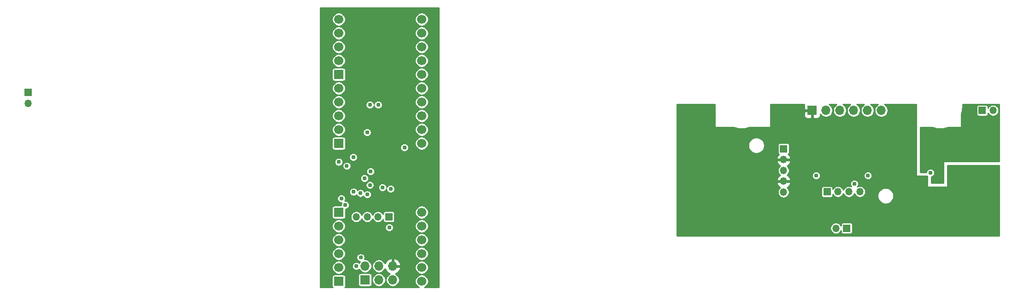
<source format=gbr>
%TF.GenerationSoftware,KiCad,Pcbnew,5.1.9-73d0e3b20d~88~ubuntu20.04.1*%
%TF.CreationDate,2021-01-31T09:20:22-06:00*%
%TF.ProjectId,portalgun,706f7274-616c-4677-956e-2e6b69636164,rev?*%
%TF.SameCoordinates,Original*%
%TF.FileFunction,Copper,L3,Inr*%
%TF.FilePolarity,Positive*%
%FSLAX46Y46*%
G04 Gerber Fmt 4.6, Leading zero omitted, Abs format (unit mm)*
G04 Created by KiCad (PCBNEW 5.1.9-73d0e3b20d~88~ubuntu20.04.1) date 2021-01-31 09:20:22*
%MOMM*%
%LPD*%
G01*
G04 APERTURE LIST*
%TA.AperFunction,ComponentPad*%
%ADD10O,1.350000X1.350000*%
%TD*%
%TA.AperFunction,ComponentPad*%
%ADD11R,1.350000X1.350000*%
%TD*%
%TA.AperFunction,ComponentPad*%
%ADD12O,1.700000X1.700000*%
%TD*%
%TA.AperFunction,ComponentPad*%
%ADD13R,1.700000X1.700000*%
%TD*%
%TA.AperFunction,ComponentPad*%
%ADD14C,1.700000*%
%TD*%
%TA.AperFunction,ViaPad*%
%ADD15C,0.787400*%
%TD*%
%TA.AperFunction,Conductor*%
%ADD16C,0.254000*%
%TD*%
%TA.AperFunction,Conductor*%
%ADD17C,0.100000*%
%TD*%
G04 APERTURE END LIST*
D10*
%TO.N,SPI1_NSS*%
%TO.C,J8*%
X216500000Y-109000000D03*
%TO.N,SPI1_MISO*%
X214500000Y-109000000D03*
%TO.N,SPI1_MOSI*%
X212500000Y-109000000D03*
D11*
%TO.N,SPI1_SCK*%
X210500000Y-109000000D03*
%TD*%
D10*
%TO.N,/7 Segment Display/SPI1_NSS*%
%TO.C,J7*%
X124000000Y-113600000D03*
%TO.N,AVR_ICSP_MISO*%
X126000000Y-113600000D03*
%TO.N,AVR_ICSP_MOSI*%
X128000000Y-113600000D03*
D11*
%TO.N,AVR_ICSP_SCK*%
X130000000Y-113600000D03*
%TD*%
D10*
%TO.N,GND*%
%TO.C,J4*%
X63700000Y-92700000D03*
D11*
%TO.N,Net-(C11-Pad2)*%
X63700000Y-90700000D03*
%TD*%
D10*
%TO.N,Net-(J3-Pad2)*%
%TO.C,J3*%
X212100000Y-115700000D03*
D11*
%TO.N,VBAT*%
X214100000Y-115700000D03*
%TD*%
D10*
%TO.N,GND*%
%TO.C,J1*%
X241000000Y-94000000D03*
D11*
%TO.N,VBAT*%
X239000000Y-94000000D03*
%TD*%
D12*
%TO.N,GND*%
%TO.C,J6*%
X130683000Y-122682000D03*
%TO.N,Net-(J6-Pad5)*%
X130683000Y-125222000D03*
%TO.N,Net-(J6-Pad4)*%
X128143000Y-122682000D03*
%TO.N,Net-(J6-Pad3)*%
X128143000Y-125222000D03*
%TO.N,VBAT*%
X125603000Y-122682000D03*
D13*
%TO.N,Net-(J6-Pad1)*%
X125603000Y-125222000D03*
%TD*%
D12*
%TO.N,GND*%
%TO.C,J5*%
X220450000Y-94000000D03*
%TO.N,Net-(J5-Pad5)*%
X217910000Y-94000000D03*
%TO.N,Net-(J5-Pad4)*%
X215370000Y-94000000D03*
%TO.N,Net-(J5-Pad3)*%
X212830000Y-94000000D03*
%TO.N,Net-(J5-Pad2)*%
X210290000Y-94000000D03*
D13*
%TO.N,+3V3*%
X207750000Y-94000000D03*
%TD*%
D10*
%TO.N,ENCODER_A*%
%TO.C,J2*%
X202498000Y-109060000D03*
%TO.N,+3V3*%
X202498000Y-107060000D03*
%TO.N,ENCODER_B*%
X202498000Y-105060000D03*
%TO.N,+3V3*%
X202498000Y-103060000D03*
D11*
%TO.N,SWITCH*%
X202498000Y-101060000D03*
%TD*%
D14*
%TO.N,/7 Segment Display/segment_e*%
%TO.C,U6*%
X136017000Y-100076000D03*
%TO.N,/7 Segment Display/segment_d*%
X136017000Y-97536000D03*
%TO.N,Net-(Q3-Pad3)*%
X136017000Y-94996000D03*
%TO.N,/7 Segment Display/segment_c*%
X136017000Y-92456000D03*
%TO.N,/7 Segment Display/decimal_point*%
X136017000Y-89916000D03*
%TO.N,/7 Segment Display/segment_b*%
X120777000Y-89916000D03*
%TO.N,/7 Segment Display/segment_a*%
X120777000Y-92456000D03*
%TO.N,Net-(U6-Pad3)*%
X120777000Y-94996000D03*
%TO.N,/7 Segment Display/segment_f*%
X120777000Y-97536000D03*
D13*
%TO.N,/7 Segment Display/segment_g*%
X120777000Y-100076000D03*
%TD*%
D14*
%TO.N,/7 Segment Display/segment_e*%
%TO.C,U8*%
X136017000Y-112776000D03*
%TO.N,/7 Segment Display/segment_d*%
X136017000Y-115316000D03*
%TO.N,Net-(Q4-Pad3)*%
X136017000Y-117856000D03*
%TO.N,/7 Segment Display/segment_c*%
X136017000Y-120396000D03*
%TO.N,/7 Segment Display/decimal_point*%
X136017000Y-122936000D03*
%TO.N,/7 Segment Display/segment_b*%
X120777000Y-122936000D03*
%TO.N,/7 Segment Display/segment_a*%
X120777000Y-120396000D03*
%TO.N,Net-(U8-Pad3)*%
X120777000Y-117856000D03*
%TO.N,/7 Segment Display/segment_f*%
X120777000Y-115316000D03*
D13*
%TO.N,/7 Segment Display/segment_g*%
X120777000Y-112776000D03*
%TD*%
D14*
%TO.N,/7 Segment Display/segment_e*%
%TO.C,U9*%
X136017000Y-125476000D03*
%TO.N,/7 Segment Display/segment_d*%
X136017000Y-122936000D03*
%TO.N,Net-(Q5-Pad3)*%
X136017000Y-120396000D03*
%TO.N,/7 Segment Display/segment_c*%
X136017000Y-117856000D03*
%TO.N,/7 Segment Display/decimal_point*%
X136017000Y-115316000D03*
%TO.N,/7 Segment Display/segment_b*%
X120777000Y-115316000D03*
%TO.N,/7 Segment Display/segment_a*%
X120777000Y-117856000D03*
%TO.N,Net-(U9-Pad3)*%
X120777000Y-120396000D03*
%TO.N,/7 Segment Display/segment_f*%
X120777000Y-122936000D03*
D13*
%TO.N,/7 Segment Display/segment_g*%
X120777000Y-125476000D03*
%TD*%
D14*
%TO.N,/7 Segment Display/segment_e*%
%TO.C,U5*%
X136017000Y-87376000D03*
%TO.N,/7 Segment Display/segment_d*%
X136017000Y-84836000D03*
%TO.N,Net-(Q2-Pad3)*%
X136017000Y-82296000D03*
%TO.N,/7 Segment Display/segment_c*%
X136017000Y-79756000D03*
%TO.N,/7 Segment Display/decimal_point*%
X136017000Y-77216000D03*
%TO.N,/7 Segment Display/segment_b*%
X120777000Y-77216000D03*
%TO.N,/7 Segment Display/segment_a*%
X120777000Y-79756000D03*
%TO.N,Net-(U5-Pad3)*%
X120777000Y-82296000D03*
%TO.N,/7 Segment Display/segment_f*%
X120777000Y-84836000D03*
D13*
%TO.N,/7 Segment Display/segment_g*%
X120777000Y-87376000D03*
%TD*%
D15*
%TO.N,GND*%
X127762000Y-102108000D03*
X127762000Y-100584000D03*
X126492000Y-102108000D03*
X126492000Y-100584000D03*
X123444000Y-101092000D03*
X132588000Y-102108000D03*
X133858000Y-117094000D03*
X130048000Y-120904000D03*
X123400000Y-117300000D03*
X124206000Y-116078000D03*
X129540000Y-103632000D03*
X133604000Y-106172000D03*
X229500000Y-105500000D03*
X208500000Y-106000000D03*
X218000014Y-105999986D03*
%TO.N,VBAT*%
X123444000Y-102616000D03*
X132842000Y-100838000D03*
X124800000Y-121100000D03*
X124000000Y-122700000D03*
%TO.N,+5V*%
X234500000Y-102500000D03*
X232500000Y-99500000D03*
X231000000Y-99500000D03*
%TO.N,+3V3*%
X227500000Y-106500000D03*
X228500000Y-107500000D03*
X218000000Y-105000000D03*
X208500000Y-105000000D03*
%TO.N,/7 Segment Display/segment_a*%
X126492000Y-92964000D03*
X122250000Y-104250000D03*
%TO.N,/7 Segment Display/segment_b*%
X128016000Y-92964000D03*
X121968518Y-111436452D03*
X120750000Y-103500000D03*
%TO.N,/7 Segment Display/segment_f*%
X128797297Y-108184703D03*
X121250000Y-110250000D03*
%TO.N,/7 Segment Display/segment_g*%
X130302000Y-108457974D03*
%TO.N,AVR_ICSP_MISO*%
X125500000Y-106500014D03*
X124749986Y-109250000D03*
%TO.N,AVR_ICSP_MOSI*%
X126000000Y-109500000D03*
X126500000Y-107750000D03*
%TO.N,AVR_ICSP_nRST*%
X125984000Y-98044000D03*
X130047990Y-115570000D03*
%TO.N,/7 Segment Display/SPI1_NSS*%
X123500000Y-109000000D03*
X126604921Y-105250000D03*
%TO.N,SPI1_MOSI*%
X215500000Y-107500000D03*
%TD*%
D16*
%TO.N,GND*%
X139167001Y-126594000D02*
X136534667Y-126594000D01*
X136600097Y-126566898D01*
X136801717Y-126432180D01*
X136973180Y-126260717D01*
X137107898Y-126059097D01*
X137200693Y-125835069D01*
X137248000Y-125597243D01*
X137248000Y-125354757D01*
X137200693Y-125116931D01*
X137107898Y-124892903D01*
X136973180Y-124691283D01*
X136801717Y-124519820D01*
X136600097Y-124385102D01*
X136376069Y-124292307D01*
X136138243Y-124245000D01*
X135895757Y-124245000D01*
X135657931Y-124292307D01*
X135433903Y-124385102D01*
X135232283Y-124519820D01*
X135060820Y-124691283D01*
X134926102Y-124892903D01*
X134833307Y-125116931D01*
X134786000Y-125354757D01*
X134786000Y-125597243D01*
X134833307Y-125835069D01*
X134926102Y-126059097D01*
X135060820Y-126260717D01*
X135232283Y-126432180D01*
X135433903Y-126566898D01*
X135499333Y-126594000D01*
X121899936Y-126594000D01*
X121945322Y-126538696D01*
X121980701Y-126472508D01*
X122002487Y-126400689D01*
X122009843Y-126326000D01*
X122009843Y-124626000D01*
X122002487Y-124551311D01*
X121980701Y-124479492D01*
X121945322Y-124413304D01*
X121911426Y-124372000D01*
X124370157Y-124372000D01*
X124370157Y-126072000D01*
X124377513Y-126146689D01*
X124399299Y-126218508D01*
X124434678Y-126284696D01*
X124482289Y-126342711D01*
X124540304Y-126390322D01*
X124606492Y-126425701D01*
X124678311Y-126447487D01*
X124753000Y-126454843D01*
X126453000Y-126454843D01*
X126527689Y-126447487D01*
X126599508Y-126425701D01*
X126665696Y-126390322D01*
X126723711Y-126342711D01*
X126771322Y-126284696D01*
X126806701Y-126218508D01*
X126828487Y-126146689D01*
X126835843Y-126072000D01*
X126835843Y-125100757D01*
X126912000Y-125100757D01*
X126912000Y-125343243D01*
X126959307Y-125581069D01*
X127052102Y-125805097D01*
X127186820Y-126006717D01*
X127358283Y-126178180D01*
X127559903Y-126312898D01*
X127783931Y-126405693D01*
X128021757Y-126453000D01*
X128264243Y-126453000D01*
X128502069Y-126405693D01*
X128726097Y-126312898D01*
X128927717Y-126178180D01*
X129099180Y-126006717D01*
X129233898Y-125805097D01*
X129326693Y-125581069D01*
X129374000Y-125343243D01*
X129374000Y-125100757D01*
X129326693Y-124862931D01*
X129233898Y-124638903D01*
X129099180Y-124437283D01*
X128927717Y-124265820D01*
X128726097Y-124131102D01*
X128502069Y-124038307D01*
X128264243Y-123991000D01*
X128021757Y-123991000D01*
X127783931Y-124038307D01*
X127559903Y-124131102D01*
X127358283Y-124265820D01*
X127186820Y-124437283D01*
X127052102Y-124638903D01*
X126959307Y-124862931D01*
X126912000Y-125100757D01*
X126835843Y-125100757D01*
X126835843Y-124372000D01*
X126828487Y-124297311D01*
X126806701Y-124225492D01*
X126771322Y-124159304D01*
X126723711Y-124101289D01*
X126665696Y-124053678D01*
X126599508Y-124018299D01*
X126527689Y-123996513D01*
X126453000Y-123989157D01*
X124753000Y-123989157D01*
X124678311Y-123996513D01*
X124606492Y-124018299D01*
X124540304Y-124053678D01*
X124482289Y-124101289D01*
X124434678Y-124159304D01*
X124399299Y-124225492D01*
X124377513Y-124297311D01*
X124370157Y-124372000D01*
X121911426Y-124372000D01*
X121897711Y-124355289D01*
X121839696Y-124307678D01*
X121773508Y-124272299D01*
X121701689Y-124250513D01*
X121627000Y-124243157D01*
X119927000Y-124243157D01*
X119852311Y-124250513D01*
X119780492Y-124272299D01*
X119714304Y-124307678D01*
X119656289Y-124355289D01*
X119608678Y-124413304D01*
X119573299Y-124479492D01*
X119551513Y-124551311D01*
X119544157Y-124626000D01*
X119544157Y-126326000D01*
X119551513Y-126400689D01*
X119573299Y-126472508D01*
X119608678Y-126538696D01*
X119654064Y-126594000D01*
X117373000Y-126594000D01*
X117373000Y-122814757D01*
X119546000Y-122814757D01*
X119546000Y-123057243D01*
X119593307Y-123295069D01*
X119686102Y-123519097D01*
X119820820Y-123720717D01*
X119992283Y-123892180D01*
X120193903Y-124026898D01*
X120417931Y-124119693D01*
X120655757Y-124167000D01*
X120898243Y-124167000D01*
X121136069Y-124119693D01*
X121360097Y-124026898D01*
X121561717Y-123892180D01*
X121733180Y-123720717D01*
X121867898Y-123519097D01*
X121960693Y-123295069D01*
X122008000Y-123057243D01*
X122008000Y-122814757D01*
X121969996Y-122623699D01*
X123225300Y-122623699D01*
X123225300Y-122776301D01*
X123255072Y-122925972D01*
X123313470Y-123066958D01*
X123398252Y-123193842D01*
X123506158Y-123301748D01*
X123633042Y-123386530D01*
X123774028Y-123444928D01*
X123923699Y-123474700D01*
X124076301Y-123474700D01*
X124225972Y-123444928D01*
X124366958Y-123386530D01*
X124493842Y-123301748D01*
X124519468Y-123276122D01*
X124646820Y-123466717D01*
X124818283Y-123638180D01*
X125019903Y-123772898D01*
X125243931Y-123865693D01*
X125481757Y-123913000D01*
X125724243Y-123913000D01*
X125962069Y-123865693D01*
X126186097Y-123772898D01*
X126387717Y-123638180D01*
X126559180Y-123466717D01*
X126693898Y-123265097D01*
X126786693Y-123041069D01*
X126834000Y-122803243D01*
X126834000Y-122560757D01*
X126912000Y-122560757D01*
X126912000Y-122803243D01*
X126959307Y-123041069D01*
X127052102Y-123265097D01*
X127186820Y-123466717D01*
X127358283Y-123638180D01*
X127559903Y-123772898D01*
X127783931Y-123865693D01*
X128021757Y-123913000D01*
X128264243Y-123913000D01*
X128502069Y-123865693D01*
X128726097Y-123772898D01*
X128927717Y-123638180D01*
X129099180Y-123466717D01*
X129233898Y-123265097D01*
X129281228Y-123150832D01*
X129338843Y-123313252D01*
X129487822Y-123563355D01*
X129682731Y-123779588D01*
X129916080Y-123953641D01*
X130178901Y-124078825D01*
X130206154Y-124087091D01*
X130099903Y-124131102D01*
X129898283Y-124265820D01*
X129726820Y-124437283D01*
X129592102Y-124638903D01*
X129499307Y-124862931D01*
X129452000Y-125100757D01*
X129452000Y-125343243D01*
X129499307Y-125581069D01*
X129592102Y-125805097D01*
X129726820Y-126006717D01*
X129898283Y-126178180D01*
X130099903Y-126312898D01*
X130323931Y-126405693D01*
X130561757Y-126453000D01*
X130804243Y-126453000D01*
X131042069Y-126405693D01*
X131266097Y-126312898D01*
X131467717Y-126178180D01*
X131639180Y-126006717D01*
X131773898Y-125805097D01*
X131866693Y-125581069D01*
X131914000Y-125343243D01*
X131914000Y-125100757D01*
X131866693Y-124862931D01*
X131773898Y-124638903D01*
X131639180Y-124437283D01*
X131467717Y-124265820D01*
X131266097Y-124131102D01*
X131159846Y-124087091D01*
X131187099Y-124078825D01*
X131449920Y-123953641D01*
X131683269Y-123779588D01*
X131878178Y-123563355D01*
X132027157Y-123313252D01*
X132124481Y-123038891D01*
X132006836Y-122814757D01*
X134786000Y-122814757D01*
X134786000Y-123057243D01*
X134833307Y-123295069D01*
X134926102Y-123519097D01*
X135060820Y-123720717D01*
X135232283Y-123892180D01*
X135433903Y-124026898D01*
X135657931Y-124119693D01*
X135895757Y-124167000D01*
X136138243Y-124167000D01*
X136376069Y-124119693D01*
X136600097Y-124026898D01*
X136801717Y-123892180D01*
X136973180Y-123720717D01*
X137107898Y-123519097D01*
X137200693Y-123295069D01*
X137248000Y-123057243D01*
X137248000Y-122814757D01*
X137200693Y-122576931D01*
X137107898Y-122352903D01*
X136973180Y-122151283D01*
X136801717Y-121979820D01*
X136600097Y-121845102D01*
X136376069Y-121752307D01*
X136138243Y-121705000D01*
X135895757Y-121705000D01*
X135657931Y-121752307D01*
X135433903Y-121845102D01*
X135232283Y-121979820D01*
X135060820Y-122151283D01*
X134926102Y-122352903D01*
X134833307Y-122576931D01*
X134786000Y-122814757D01*
X132006836Y-122814757D01*
X132003814Y-122809000D01*
X130810000Y-122809000D01*
X130810000Y-122829000D01*
X130556000Y-122829000D01*
X130556000Y-122809000D01*
X130536000Y-122809000D01*
X130536000Y-122555000D01*
X130556000Y-122555000D01*
X130556000Y-121361845D01*
X130810000Y-121361845D01*
X130810000Y-122555000D01*
X132003814Y-122555000D01*
X132124481Y-122325109D01*
X132027157Y-122050748D01*
X131878178Y-121800645D01*
X131683269Y-121584412D01*
X131449920Y-121410359D01*
X131187099Y-121285175D01*
X131039890Y-121240524D01*
X130810000Y-121361845D01*
X130556000Y-121361845D01*
X130326110Y-121240524D01*
X130178901Y-121285175D01*
X129916080Y-121410359D01*
X129682731Y-121584412D01*
X129487822Y-121800645D01*
X129338843Y-122050748D01*
X129281228Y-122213168D01*
X129233898Y-122098903D01*
X129099180Y-121897283D01*
X128927717Y-121725820D01*
X128726097Y-121591102D01*
X128502069Y-121498307D01*
X128264243Y-121451000D01*
X128021757Y-121451000D01*
X127783931Y-121498307D01*
X127559903Y-121591102D01*
X127358283Y-121725820D01*
X127186820Y-121897283D01*
X127052102Y-122098903D01*
X126959307Y-122322931D01*
X126912000Y-122560757D01*
X126834000Y-122560757D01*
X126786693Y-122322931D01*
X126693898Y-122098903D01*
X126559180Y-121897283D01*
X126387717Y-121725820D01*
X126186097Y-121591102D01*
X125962069Y-121498307D01*
X125724243Y-121451000D01*
X125493140Y-121451000D01*
X125544928Y-121325972D01*
X125574700Y-121176301D01*
X125574700Y-121023699D01*
X125544928Y-120874028D01*
X125486530Y-120733042D01*
X125401748Y-120606158D01*
X125293842Y-120498252D01*
X125166958Y-120413470D01*
X125025972Y-120355072D01*
X124876301Y-120325300D01*
X124723699Y-120325300D01*
X124574028Y-120355072D01*
X124433042Y-120413470D01*
X124306158Y-120498252D01*
X124198252Y-120606158D01*
X124113470Y-120733042D01*
X124055072Y-120874028D01*
X124025300Y-121023699D01*
X124025300Y-121176301D01*
X124055072Y-121325972D01*
X124113470Y-121466958D01*
X124198252Y-121593842D01*
X124306158Y-121701748D01*
X124433042Y-121786530D01*
X124574028Y-121844928D01*
X124678411Y-121865692D01*
X124646820Y-121897283D01*
X124512102Y-122098903D01*
X124506944Y-122111354D01*
X124493842Y-122098252D01*
X124366958Y-122013470D01*
X124225972Y-121955072D01*
X124076301Y-121925300D01*
X123923699Y-121925300D01*
X123774028Y-121955072D01*
X123633042Y-122013470D01*
X123506158Y-122098252D01*
X123398252Y-122206158D01*
X123313470Y-122333042D01*
X123255072Y-122474028D01*
X123225300Y-122623699D01*
X121969996Y-122623699D01*
X121960693Y-122576931D01*
X121867898Y-122352903D01*
X121733180Y-122151283D01*
X121561717Y-121979820D01*
X121360097Y-121845102D01*
X121136069Y-121752307D01*
X120898243Y-121705000D01*
X120655757Y-121705000D01*
X120417931Y-121752307D01*
X120193903Y-121845102D01*
X119992283Y-121979820D01*
X119820820Y-122151283D01*
X119686102Y-122352903D01*
X119593307Y-122576931D01*
X119546000Y-122814757D01*
X117373000Y-122814757D01*
X117373000Y-120274757D01*
X119546000Y-120274757D01*
X119546000Y-120517243D01*
X119593307Y-120755069D01*
X119686102Y-120979097D01*
X119820820Y-121180717D01*
X119992283Y-121352180D01*
X120193903Y-121486898D01*
X120417931Y-121579693D01*
X120655757Y-121627000D01*
X120898243Y-121627000D01*
X121136069Y-121579693D01*
X121360097Y-121486898D01*
X121561717Y-121352180D01*
X121733180Y-121180717D01*
X121867898Y-120979097D01*
X121960693Y-120755069D01*
X122008000Y-120517243D01*
X122008000Y-120274757D01*
X134786000Y-120274757D01*
X134786000Y-120517243D01*
X134833307Y-120755069D01*
X134926102Y-120979097D01*
X135060820Y-121180717D01*
X135232283Y-121352180D01*
X135433903Y-121486898D01*
X135657931Y-121579693D01*
X135895757Y-121627000D01*
X136138243Y-121627000D01*
X136376069Y-121579693D01*
X136600097Y-121486898D01*
X136801717Y-121352180D01*
X136973180Y-121180717D01*
X137107898Y-120979097D01*
X137200693Y-120755069D01*
X137248000Y-120517243D01*
X137248000Y-120274757D01*
X137200693Y-120036931D01*
X137107898Y-119812903D01*
X136973180Y-119611283D01*
X136801717Y-119439820D01*
X136600097Y-119305102D01*
X136376069Y-119212307D01*
X136138243Y-119165000D01*
X135895757Y-119165000D01*
X135657931Y-119212307D01*
X135433903Y-119305102D01*
X135232283Y-119439820D01*
X135060820Y-119611283D01*
X134926102Y-119812903D01*
X134833307Y-120036931D01*
X134786000Y-120274757D01*
X122008000Y-120274757D01*
X121960693Y-120036931D01*
X121867898Y-119812903D01*
X121733180Y-119611283D01*
X121561717Y-119439820D01*
X121360097Y-119305102D01*
X121136069Y-119212307D01*
X120898243Y-119165000D01*
X120655757Y-119165000D01*
X120417931Y-119212307D01*
X120193903Y-119305102D01*
X119992283Y-119439820D01*
X119820820Y-119611283D01*
X119686102Y-119812903D01*
X119593307Y-120036931D01*
X119546000Y-120274757D01*
X117373000Y-120274757D01*
X117373000Y-117734757D01*
X119546000Y-117734757D01*
X119546000Y-117977243D01*
X119593307Y-118215069D01*
X119686102Y-118439097D01*
X119820820Y-118640717D01*
X119992283Y-118812180D01*
X120193903Y-118946898D01*
X120417931Y-119039693D01*
X120655757Y-119087000D01*
X120898243Y-119087000D01*
X121136069Y-119039693D01*
X121360097Y-118946898D01*
X121561717Y-118812180D01*
X121733180Y-118640717D01*
X121867898Y-118439097D01*
X121960693Y-118215069D01*
X122008000Y-117977243D01*
X122008000Y-117734757D01*
X134786000Y-117734757D01*
X134786000Y-117977243D01*
X134833307Y-118215069D01*
X134926102Y-118439097D01*
X135060820Y-118640717D01*
X135232283Y-118812180D01*
X135433903Y-118946898D01*
X135657931Y-119039693D01*
X135895757Y-119087000D01*
X136138243Y-119087000D01*
X136376069Y-119039693D01*
X136600097Y-118946898D01*
X136801717Y-118812180D01*
X136973180Y-118640717D01*
X137107898Y-118439097D01*
X137200693Y-118215069D01*
X137248000Y-117977243D01*
X137248000Y-117734757D01*
X137200693Y-117496931D01*
X137107898Y-117272903D01*
X136973180Y-117071283D01*
X136801717Y-116899820D01*
X136600097Y-116765102D01*
X136376069Y-116672307D01*
X136138243Y-116625000D01*
X135895757Y-116625000D01*
X135657931Y-116672307D01*
X135433903Y-116765102D01*
X135232283Y-116899820D01*
X135060820Y-117071283D01*
X134926102Y-117272903D01*
X134833307Y-117496931D01*
X134786000Y-117734757D01*
X122008000Y-117734757D01*
X121960693Y-117496931D01*
X121867898Y-117272903D01*
X121733180Y-117071283D01*
X121561717Y-116899820D01*
X121360097Y-116765102D01*
X121136069Y-116672307D01*
X120898243Y-116625000D01*
X120655757Y-116625000D01*
X120417931Y-116672307D01*
X120193903Y-116765102D01*
X119992283Y-116899820D01*
X119820820Y-117071283D01*
X119686102Y-117272903D01*
X119593307Y-117496931D01*
X119546000Y-117734757D01*
X117373000Y-117734757D01*
X117373000Y-115194757D01*
X119546000Y-115194757D01*
X119546000Y-115437243D01*
X119593307Y-115675069D01*
X119686102Y-115899097D01*
X119820820Y-116100717D01*
X119992283Y-116272180D01*
X120193903Y-116406898D01*
X120417931Y-116499693D01*
X120655757Y-116547000D01*
X120898243Y-116547000D01*
X121136069Y-116499693D01*
X121360097Y-116406898D01*
X121561717Y-116272180D01*
X121733180Y-116100717D01*
X121867898Y-115899097D01*
X121960693Y-115675069D01*
X121996770Y-115493699D01*
X129273290Y-115493699D01*
X129273290Y-115646301D01*
X129303062Y-115795972D01*
X129361460Y-115936958D01*
X129446242Y-116063842D01*
X129554148Y-116171748D01*
X129681032Y-116256530D01*
X129822018Y-116314928D01*
X129971689Y-116344700D01*
X130124291Y-116344700D01*
X130273962Y-116314928D01*
X130414948Y-116256530D01*
X130541832Y-116171748D01*
X130649738Y-116063842D01*
X130734520Y-115936958D01*
X130792918Y-115795972D01*
X130822690Y-115646301D01*
X130822690Y-115493699D01*
X130792918Y-115344028D01*
X130734520Y-115203042D01*
X130728985Y-115194757D01*
X134786000Y-115194757D01*
X134786000Y-115437243D01*
X134833307Y-115675069D01*
X134926102Y-115899097D01*
X135060820Y-116100717D01*
X135232283Y-116272180D01*
X135433903Y-116406898D01*
X135657931Y-116499693D01*
X135895757Y-116547000D01*
X136138243Y-116547000D01*
X136376069Y-116499693D01*
X136600097Y-116406898D01*
X136801717Y-116272180D01*
X136973180Y-116100717D01*
X137107898Y-115899097D01*
X137200693Y-115675069D01*
X137248000Y-115437243D01*
X137248000Y-115194757D01*
X137200693Y-114956931D01*
X137107898Y-114732903D01*
X136973180Y-114531283D01*
X136801717Y-114359820D01*
X136600097Y-114225102D01*
X136376069Y-114132307D01*
X136138243Y-114085000D01*
X135895757Y-114085000D01*
X135657931Y-114132307D01*
X135433903Y-114225102D01*
X135232283Y-114359820D01*
X135060820Y-114531283D01*
X134926102Y-114732903D01*
X134833307Y-114956931D01*
X134786000Y-115194757D01*
X130728985Y-115194757D01*
X130649738Y-115076158D01*
X130541832Y-114968252D01*
X130414948Y-114883470D01*
X130273962Y-114825072D01*
X130124291Y-114795300D01*
X129971689Y-114795300D01*
X129822018Y-114825072D01*
X129681032Y-114883470D01*
X129554148Y-114968252D01*
X129446242Y-115076158D01*
X129361460Y-115203042D01*
X129303062Y-115344028D01*
X129273290Y-115493699D01*
X121996770Y-115493699D01*
X122008000Y-115437243D01*
X122008000Y-115194757D01*
X121960693Y-114956931D01*
X121867898Y-114732903D01*
X121733180Y-114531283D01*
X121561717Y-114359820D01*
X121360097Y-114225102D01*
X121136069Y-114132307D01*
X120898243Y-114085000D01*
X120655757Y-114085000D01*
X120417931Y-114132307D01*
X120193903Y-114225102D01*
X119992283Y-114359820D01*
X119820820Y-114531283D01*
X119686102Y-114732903D01*
X119593307Y-114956931D01*
X119546000Y-115194757D01*
X117373000Y-115194757D01*
X117373000Y-111926000D01*
X119544157Y-111926000D01*
X119544157Y-113626000D01*
X119551513Y-113700689D01*
X119573299Y-113772508D01*
X119608678Y-113838696D01*
X119656289Y-113896711D01*
X119714304Y-113944322D01*
X119780492Y-113979701D01*
X119852311Y-114001487D01*
X119927000Y-114008843D01*
X121627000Y-114008843D01*
X121701689Y-114001487D01*
X121773508Y-113979701D01*
X121839696Y-113944322D01*
X121897711Y-113896711D01*
X121945322Y-113838696D01*
X121980701Y-113772508D01*
X122002487Y-113700689D01*
X122009843Y-113626000D01*
X122009843Y-113495993D01*
X122944000Y-113495993D01*
X122944000Y-113704007D01*
X122984581Y-113908024D01*
X123064185Y-114100204D01*
X123179751Y-114273161D01*
X123326839Y-114420249D01*
X123499796Y-114535815D01*
X123691976Y-114615419D01*
X123895993Y-114656000D01*
X124104007Y-114656000D01*
X124308024Y-114615419D01*
X124500204Y-114535815D01*
X124673161Y-114420249D01*
X124820249Y-114273161D01*
X124935815Y-114100204D01*
X125000000Y-113945249D01*
X125064185Y-114100204D01*
X125179751Y-114273161D01*
X125326839Y-114420249D01*
X125499796Y-114535815D01*
X125691976Y-114615419D01*
X125895993Y-114656000D01*
X126104007Y-114656000D01*
X126308024Y-114615419D01*
X126500204Y-114535815D01*
X126673161Y-114420249D01*
X126820249Y-114273161D01*
X126935815Y-114100204D01*
X127000000Y-113945249D01*
X127064185Y-114100204D01*
X127179751Y-114273161D01*
X127326839Y-114420249D01*
X127499796Y-114535815D01*
X127691976Y-114615419D01*
X127895993Y-114656000D01*
X128104007Y-114656000D01*
X128308024Y-114615419D01*
X128500204Y-114535815D01*
X128673161Y-114420249D01*
X128820249Y-114273161D01*
X128935815Y-114100204D01*
X128942157Y-114084893D01*
X128942157Y-114275000D01*
X128949513Y-114349689D01*
X128971299Y-114421508D01*
X129006678Y-114487696D01*
X129054289Y-114545711D01*
X129112304Y-114593322D01*
X129178492Y-114628701D01*
X129250311Y-114650487D01*
X129325000Y-114657843D01*
X130675000Y-114657843D01*
X130749689Y-114650487D01*
X130821508Y-114628701D01*
X130887696Y-114593322D01*
X130945711Y-114545711D01*
X130993322Y-114487696D01*
X131028701Y-114421508D01*
X131050487Y-114349689D01*
X131057843Y-114275000D01*
X131057843Y-112925000D01*
X131050487Y-112850311D01*
X131028701Y-112778492D01*
X130993322Y-112712304D01*
X130946096Y-112654757D01*
X134786000Y-112654757D01*
X134786000Y-112897243D01*
X134833307Y-113135069D01*
X134926102Y-113359097D01*
X135060820Y-113560717D01*
X135232283Y-113732180D01*
X135433903Y-113866898D01*
X135657931Y-113959693D01*
X135895757Y-114007000D01*
X136138243Y-114007000D01*
X136376069Y-113959693D01*
X136600097Y-113866898D01*
X136801717Y-113732180D01*
X136973180Y-113560717D01*
X137107898Y-113359097D01*
X137200693Y-113135069D01*
X137248000Y-112897243D01*
X137248000Y-112654757D01*
X137200693Y-112416931D01*
X137107898Y-112192903D01*
X136973180Y-111991283D01*
X136801717Y-111819820D01*
X136600097Y-111685102D01*
X136376069Y-111592307D01*
X136138243Y-111545000D01*
X135895757Y-111545000D01*
X135657931Y-111592307D01*
X135433903Y-111685102D01*
X135232283Y-111819820D01*
X135060820Y-111991283D01*
X134926102Y-112192903D01*
X134833307Y-112416931D01*
X134786000Y-112654757D01*
X130946096Y-112654757D01*
X130945711Y-112654289D01*
X130887696Y-112606678D01*
X130821508Y-112571299D01*
X130749689Y-112549513D01*
X130675000Y-112542157D01*
X129325000Y-112542157D01*
X129250311Y-112549513D01*
X129178492Y-112571299D01*
X129112304Y-112606678D01*
X129054289Y-112654289D01*
X129006678Y-112712304D01*
X128971299Y-112778492D01*
X128949513Y-112850311D01*
X128942157Y-112925000D01*
X128942157Y-113115107D01*
X128935815Y-113099796D01*
X128820249Y-112926839D01*
X128673161Y-112779751D01*
X128500204Y-112664185D01*
X128308024Y-112584581D01*
X128104007Y-112544000D01*
X127895993Y-112544000D01*
X127691976Y-112584581D01*
X127499796Y-112664185D01*
X127326839Y-112779751D01*
X127179751Y-112926839D01*
X127064185Y-113099796D01*
X127000000Y-113254751D01*
X126935815Y-113099796D01*
X126820249Y-112926839D01*
X126673161Y-112779751D01*
X126500204Y-112664185D01*
X126308024Y-112584581D01*
X126104007Y-112544000D01*
X125895993Y-112544000D01*
X125691976Y-112584581D01*
X125499796Y-112664185D01*
X125326839Y-112779751D01*
X125179751Y-112926839D01*
X125064185Y-113099796D01*
X125000000Y-113254751D01*
X124935815Y-113099796D01*
X124820249Y-112926839D01*
X124673161Y-112779751D01*
X124500204Y-112664185D01*
X124308024Y-112584581D01*
X124104007Y-112544000D01*
X123895993Y-112544000D01*
X123691976Y-112584581D01*
X123499796Y-112664185D01*
X123326839Y-112779751D01*
X123179751Y-112926839D01*
X123064185Y-113099796D01*
X122984581Y-113291976D01*
X122944000Y-113495993D01*
X122009843Y-113495993D01*
X122009843Y-112211152D01*
X122044819Y-112211152D01*
X122194490Y-112181380D01*
X122335476Y-112122982D01*
X122462360Y-112038200D01*
X122570266Y-111930294D01*
X122655048Y-111803410D01*
X122713446Y-111662424D01*
X122743218Y-111512753D01*
X122743218Y-111360151D01*
X122713446Y-111210480D01*
X122655048Y-111069494D01*
X122570266Y-110942610D01*
X122462360Y-110834704D01*
X122335476Y-110749922D01*
X122194490Y-110691524D01*
X122044819Y-110661752D01*
X121906599Y-110661752D01*
X121936530Y-110616958D01*
X121994928Y-110475972D01*
X122024700Y-110326301D01*
X122024700Y-110173699D01*
X121994928Y-110024028D01*
X121936530Y-109883042D01*
X121851748Y-109756158D01*
X121743842Y-109648252D01*
X121616958Y-109563470D01*
X121475972Y-109505072D01*
X121326301Y-109475300D01*
X121173699Y-109475300D01*
X121024028Y-109505072D01*
X120883042Y-109563470D01*
X120756158Y-109648252D01*
X120648252Y-109756158D01*
X120563470Y-109883042D01*
X120505072Y-110024028D01*
X120475300Y-110173699D01*
X120475300Y-110326301D01*
X120505072Y-110475972D01*
X120563470Y-110616958D01*
X120648252Y-110743842D01*
X120756158Y-110851748D01*
X120883042Y-110936530D01*
X121024028Y-110994928D01*
X121173699Y-111024700D01*
X121311919Y-111024700D01*
X121281988Y-111069494D01*
X121223590Y-111210480D01*
X121193818Y-111360151D01*
X121193818Y-111512753D01*
X121199866Y-111543157D01*
X119927000Y-111543157D01*
X119852311Y-111550513D01*
X119780492Y-111572299D01*
X119714304Y-111607678D01*
X119656289Y-111655289D01*
X119608678Y-111713304D01*
X119573299Y-111779492D01*
X119551513Y-111851311D01*
X119544157Y-111926000D01*
X117373000Y-111926000D01*
X117373000Y-108923699D01*
X122725300Y-108923699D01*
X122725300Y-109076301D01*
X122755072Y-109225972D01*
X122813470Y-109366958D01*
X122898252Y-109493842D01*
X123006158Y-109601748D01*
X123133042Y-109686530D01*
X123274028Y-109744928D01*
X123423699Y-109774700D01*
X123576301Y-109774700D01*
X123725972Y-109744928D01*
X123866958Y-109686530D01*
X123993842Y-109601748D01*
X124038612Y-109556978D01*
X124063456Y-109616958D01*
X124148238Y-109743842D01*
X124256144Y-109851748D01*
X124383028Y-109936530D01*
X124524014Y-109994928D01*
X124673685Y-110024700D01*
X124826287Y-110024700D01*
X124975958Y-109994928D01*
X125116944Y-109936530D01*
X125243828Y-109851748D01*
X125288618Y-109806958D01*
X125313470Y-109866958D01*
X125398252Y-109993842D01*
X125506158Y-110101748D01*
X125633042Y-110186530D01*
X125774028Y-110244928D01*
X125923699Y-110274700D01*
X126076301Y-110274700D01*
X126225972Y-110244928D01*
X126366958Y-110186530D01*
X126493842Y-110101748D01*
X126601748Y-109993842D01*
X126686530Y-109866958D01*
X126744928Y-109725972D01*
X126774700Y-109576301D01*
X126774700Y-109423699D01*
X126744928Y-109274028D01*
X126686530Y-109133042D01*
X126601748Y-109006158D01*
X126493842Y-108898252D01*
X126366958Y-108813470D01*
X126225972Y-108755072D01*
X126076301Y-108725300D01*
X125923699Y-108725300D01*
X125774028Y-108755072D01*
X125633042Y-108813470D01*
X125506158Y-108898252D01*
X125461368Y-108943042D01*
X125436516Y-108883042D01*
X125351734Y-108756158D01*
X125243828Y-108648252D01*
X125116944Y-108563470D01*
X124975958Y-108505072D01*
X124826287Y-108475300D01*
X124673685Y-108475300D01*
X124524014Y-108505072D01*
X124383028Y-108563470D01*
X124256144Y-108648252D01*
X124211374Y-108693022D01*
X124186530Y-108633042D01*
X124101748Y-108506158D01*
X123993842Y-108398252D01*
X123866958Y-108313470D01*
X123725972Y-108255072D01*
X123576301Y-108225300D01*
X123423699Y-108225300D01*
X123274028Y-108255072D01*
X123133042Y-108313470D01*
X123006158Y-108398252D01*
X122898252Y-108506158D01*
X122813470Y-108633042D01*
X122755072Y-108774028D01*
X122725300Y-108923699D01*
X117373000Y-108923699D01*
X117373000Y-107673699D01*
X125725300Y-107673699D01*
X125725300Y-107826301D01*
X125755072Y-107975972D01*
X125813470Y-108116958D01*
X125898252Y-108243842D01*
X126006158Y-108351748D01*
X126133042Y-108436530D01*
X126274028Y-108494928D01*
X126423699Y-108524700D01*
X126576301Y-108524700D01*
X126725972Y-108494928D01*
X126866958Y-108436530D01*
X126993842Y-108351748D01*
X127101748Y-108243842D01*
X127186530Y-108116958D01*
X127190073Y-108108402D01*
X128022597Y-108108402D01*
X128022597Y-108261004D01*
X128052369Y-108410675D01*
X128110767Y-108551661D01*
X128195549Y-108678545D01*
X128303455Y-108786451D01*
X128430339Y-108871233D01*
X128571325Y-108929631D01*
X128720996Y-108959403D01*
X128873598Y-108959403D01*
X129023269Y-108929631D01*
X129164255Y-108871233D01*
X129291139Y-108786451D01*
X129399045Y-108678545D01*
X129483827Y-108551661D01*
X129527300Y-108446707D01*
X129527300Y-108534275D01*
X129557072Y-108683946D01*
X129615470Y-108824932D01*
X129700252Y-108951816D01*
X129808158Y-109059722D01*
X129935042Y-109144504D01*
X130076028Y-109202902D01*
X130225699Y-109232674D01*
X130378301Y-109232674D01*
X130527972Y-109202902D01*
X130668958Y-109144504D01*
X130795842Y-109059722D01*
X130903748Y-108951816D01*
X130988530Y-108824932D01*
X131046928Y-108683946D01*
X131076700Y-108534275D01*
X131076700Y-108381673D01*
X131046928Y-108232002D01*
X130988530Y-108091016D01*
X130903748Y-107964132D01*
X130795842Y-107856226D01*
X130668958Y-107771444D01*
X130527972Y-107713046D01*
X130378301Y-107683274D01*
X130225699Y-107683274D01*
X130076028Y-107713046D01*
X129935042Y-107771444D01*
X129808158Y-107856226D01*
X129700252Y-107964132D01*
X129615470Y-108091016D01*
X129571997Y-108195970D01*
X129571997Y-108108402D01*
X129542225Y-107958731D01*
X129483827Y-107817745D01*
X129399045Y-107690861D01*
X129291139Y-107582955D01*
X129164255Y-107498173D01*
X129023269Y-107439775D01*
X128873598Y-107410003D01*
X128720996Y-107410003D01*
X128571325Y-107439775D01*
X128430339Y-107498173D01*
X128303455Y-107582955D01*
X128195549Y-107690861D01*
X128110767Y-107817745D01*
X128052369Y-107958731D01*
X128022597Y-108108402D01*
X127190073Y-108108402D01*
X127244928Y-107975972D01*
X127274700Y-107826301D01*
X127274700Y-107673699D01*
X127244928Y-107524028D01*
X127186530Y-107383042D01*
X127101748Y-107256158D01*
X126993842Y-107148252D01*
X126866958Y-107063470D01*
X126725972Y-107005072D01*
X126576301Y-106975300D01*
X126423699Y-106975300D01*
X126274028Y-107005072D01*
X126133042Y-107063470D01*
X126006158Y-107148252D01*
X125898252Y-107256158D01*
X125813470Y-107383042D01*
X125755072Y-107524028D01*
X125725300Y-107673699D01*
X117373000Y-107673699D01*
X117373000Y-106423713D01*
X124725300Y-106423713D01*
X124725300Y-106576315D01*
X124755072Y-106725986D01*
X124813470Y-106866972D01*
X124898252Y-106993856D01*
X125006158Y-107101762D01*
X125133042Y-107186544D01*
X125274028Y-107244942D01*
X125423699Y-107274714D01*
X125576301Y-107274714D01*
X125725972Y-107244942D01*
X125866958Y-107186544D01*
X125993842Y-107101762D01*
X126101748Y-106993856D01*
X126186530Y-106866972D01*
X126244928Y-106725986D01*
X126274700Y-106576315D01*
X126274700Y-106423713D01*
X126244928Y-106274042D01*
X126186530Y-106133056D01*
X126101748Y-106006172D01*
X125993842Y-105898266D01*
X125866958Y-105813484D01*
X125725972Y-105755086D01*
X125576301Y-105725314D01*
X125423699Y-105725314D01*
X125274028Y-105755086D01*
X125133042Y-105813484D01*
X125006158Y-105898266D01*
X124898252Y-106006172D01*
X124813470Y-106133056D01*
X124755072Y-106274042D01*
X124725300Y-106423713D01*
X117373000Y-106423713D01*
X117373000Y-105173699D01*
X125830221Y-105173699D01*
X125830221Y-105326301D01*
X125859993Y-105475972D01*
X125918391Y-105616958D01*
X126003173Y-105743842D01*
X126111079Y-105851748D01*
X126237963Y-105936530D01*
X126378949Y-105994928D01*
X126528620Y-106024700D01*
X126681222Y-106024700D01*
X126830893Y-105994928D01*
X126971879Y-105936530D01*
X127098763Y-105851748D01*
X127206669Y-105743842D01*
X127291451Y-105616958D01*
X127349849Y-105475972D01*
X127379621Y-105326301D01*
X127379621Y-105173699D01*
X127349849Y-105024028D01*
X127291451Y-104883042D01*
X127206669Y-104756158D01*
X127098763Y-104648252D01*
X126971879Y-104563470D01*
X126830893Y-104505072D01*
X126681222Y-104475300D01*
X126528620Y-104475300D01*
X126378949Y-104505072D01*
X126237963Y-104563470D01*
X126111079Y-104648252D01*
X126003173Y-104756158D01*
X125918391Y-104883042D01*
X125859993Y-105024028D01*
X125830221Y-105173699D01*
X117373000Y-105173699D01*
X117373000Y-103423699D01*
X119975300Y-103423699D01*
X119975300Y-103576301D01*
X120005072Y-103725972D01*
X120063470Y-103866958D01*
X120148252Y-103993842D01*
X120256158Y-104101748D01*
X120383042Y-104186530D01*
X120524028Y-104244928D01*
X120673699Y-104274700D01*
X120826301Y-104274700D01*
X120975972Y-104244928D01*
X121116958Y-104186530D01*
X121136160Y-104173699D01*
X121475300Y-104173699D01*
X121475300Y-104326301D01*
X121505072Y-104475972D01*
X121563470Y-104616958D01*
X121648252Y-104743842D01*
X121756158Y-104851748D01*
X121883042Y-104936530D01*
X122024028Y-104994928D01*
X122173699Y-105024700D01*
X122326301Y-105024700D01*
X122475972Y-104994928D01*
X122616958Y-104936530D01*
X122743842Y-104851748D01*
X122851748Y-104743842D01*
X122936530Y-104616958D01*
X122994928Y-104475972D01*
X123024700Y-104326301D01*
X123024700Y-104173699D01*
X122994928Y-104024028D01*
X122936530Y-103883042D01*
X122851748Y-103756158D01*
X122743842Y-103648252D01*
X122616958Y-103563470D01*
X122475972Y-103505072D01*
X122326301Y-103475300D01*
X122173699Y-103475300D01*
X122024028Y-103505072D01*
X121883042Y-103563470D01*
X121756158Y-103648252D01*
X121648252Y-103756158D01*
X121563470Y-103883042D01*
X121505072Y-104024028D01*
X121475300Y-104173699D01*
X121136160Y-104173699D01*
X121243842Y-104101748D01*
X121351748Y-103993842D01*
X121436530Y-103866958D01*
X121494928Y-103725972D01*
X121524700Y-103576301D01*
X121524700Y-103423699D01*
X121494928Y-103274028D01*
X121436530Y-103133042D01*
X121351748Y-103006158D01*
X121243842Y-102898252D01*
X121116958Y-102813470D01*
X120975972Y-102755072D01*
X120826301Y-102725300D01*
X120673699Y-102725300D01*
X120524028Y-102755072D01*
X120383042Y-102813470D01*
X120256158Y-102898252D01*
X120148252Y-103006158D01*
X120063470Y-103133042D01*
X120005072Y-103274028D01*
X119975300Y-103423699D01*
X117373000Y-103423699D01*
X117373000Y-102539699D01*
X122669300Y-102539699D01*
X122669300Y-102692301D01*
X122699072Y-102841972D01*
X122757470Y-102982958D01*
X122842252Y-103109842D01*
X122950158Y-103217748D01*
X123077042Y-103302530D01*
X123218028Y-103360928D01*
X123367699Y-103390700D01*
X123520301Y-103390700D01*
X123669972Y-103360928D01*
X123810958Y-103302530D01*
X123937842Y-103217748D01*
X124045748Y-103109842D01*
X124130530Y-102982958D01*
X124188928Y-102841972D01*
X124218700Y-102692301D01*
X124218700Y-102539699D01*
X124188928Y-102390028D01*
X124130530Y-102249042D01*
X124045748Y-102122158D01*
X123937842Y-102014252D01*
X123810958Y-101929470D01*
X123669972Y-101871072D01*
X123520301Y-101841300D01*
X123367699Y-101841300D01*
X123218028Y-101871072D01*
X123077042Y-101929470D01*
X122950158Y-102014252D01*
X122842252Y-102122158D01*
X122757470Y-102249042D01*
X122699072Y-102390028D01*
X122669300Y-102539699D01*
X117373000Y-102539699D01*
X117373000Y-99226000D01*
X119544157Y-99226000D01*
X119544157Y-100926000D01*
X119551513Y-101000689D01*
X119573299Y-101072508D01*
X119608678Y-101138696D01*
X119656289Y-101196711D01*
X119714304Y-101244322D01*
X119780492Y-101279701D01*
X119852311Y-101301487D01*
X119927000Y-101308843D01*
X121627000Y-101308843D01*
X121701689Y-101301487D01*
X121773508Y-101279701D01*
X121839696Y-101244322D01*
X121897711Y-101196711D01*
X121945322Y-101138696D01*
X121980701Y-101072508D01*
X122002487Y-101000689D01*
X122009843Y-100926000D01*
X122009843Y-100761699D01*
X132067300Y-100761699D01*
X132067300Y-100914301D01*
X132097072Y-101063972D01*
X132155470Y-101204958D01*
X132240252Y-101331842D01*
X132348158Y-101439748D01*
X132475042Y-101524530D01*
X132616028Y-101582928D01*
X132765699Y-101612700D01*
X132918301Y-101612700D01*
X133067972Y-101582928D01*
X133208958Y-101524530D01*
X133335842Y-101439748D01*
X133443748Y-101331842D01*
X133528530Y-101204958D01*
X133586928Y-101063972D01*
X133616700Y-100914301D01*
X133616700Y-100761699D01*
X133586928Y-100612028D01*
X133528530Y-100471042D01*
X133443748Y-100344158D01*
X133335842Y-100236252D01*
X133208958Y-100151470D01*
X133067972Y-100093072D01*
X132918301Y-100063300D01*
X132765699Y-100063300D01*
X132616028Y-100093072D01*
X132475042Y-100151470D01*
X132348158Y-100236252D01*
X132240252Y-100344158D01*
X132155470Y-100471042D01*
X132097072Y-100612028D01*
X132067300Y-100761699D01*
X122009843Y-100761699D01*
X122009843Y-99954757D01*
X134786000Y-99954757D01*
X134786000Y-100197243D01*
X134833307Y-100435069D01*
X134926102Y-100659097D01*
X135060820Y-100860717D01*
X135232283Y-101032180D01*
X135433903Y-101166898D01*
X135657931Y-101259693D01*
X135895757Y-101307000D01*
X136138243Y-101307000D01*
X136376069Y-101259693D01*
X136600097Y-101166898D01*
X136801717Y-101032180D01*
X136973180Y-100860717D01*
X137107898Y-100659097D01*
X137200693Y-100435069D01*
X137248000Y-100197243D01*
X137248000Y-99954757D01*
X137200693Y-99716931D01*
X137107898Y-99492903D01*
X136973180Y-99291283D01*
X136801717Y-99119820D01*
X136600097Y-98985102D01*
X136376069Y-98892307D01*
X136138243Y-98845000D01*
X135895757Y-98845000D01*
X135657931Y-98892307D01*
X135433903Y-98985102D01*
X135232283Y-99119820D01*
X135060820Y-99291283D01*
X134926102Y-99492903D01*
X134833307Y-99716931D01*
X134786000Y-99954757D01*
X122009843Y-99954757D01*
X122009843Y-99226000D01*
X122002487Y-99151311D01*
X121980701Y-99079492D01*
X121945322Y-99013304D01*
X121897711Y-98955289D01*
X121839696Y-98907678D01*
X121773508Y-98872299D01*
X121701689Y-98850513D01*
X121627000Y-98843157D01*
X119927000Y-98843157D01*
X119852311Y-98850513D01*
X119780492Y-98872299D01*
X119714304Y-98907678D01*
X119656289Y-98955289D01*
X119608678Y-99013304D01*
X119573299Y-99079492D01*
X119551513Y-99151311D01*
X119544157Y-99226000D01*
X117373000Y-99226000D01*
X117373000Y-97414757D01*
X119546000Y-97414757D01*
X119546000Y-97657243D01*
X119593307Y-97895069D01*
X119686102Y-98119097D01*
X119820820Y-98320717D01*
X119992283Y-98492180D01*
X120193903Y-98626898D01*
X120417931Y-98719693D01*
X120655757Y-98767000D01*
X120898243Y-98767000D01*
X121136069Y-98719693D01*
X121360097Y-98626898D01*
X121561717Y-98492180D01*
X121733180Y-98320717D01*
X121867898Y-98119097D01*
X121930608Y-97967699D01*
X125209300Y-97967699D01*
X125209300Y-98120301D01*
X125239072Y-98269972D01*
X125297470Y-98410958D01*
X125382252Y-98537842D01*
X125490158Y-98645748D01*
X125617042Y-98730530D01*
X125758028Y-98788928D01*
X125907699Y-98818700D01*
X126060301Y-98818700D01*
X126209972Y-98788928D01*
X126350958Y-98730530D01*
X126477842Y-98645748D01*
X126585748Y-98537842D01*
X126670530Y-98410958D01*
X126728928Y-98269972D01*
X126758700Y-98120301D01*
X126758700Y-97967699D01*
X126728928Y-97818028D01*
X126670530Y-97677042D01*
X126585748Y-97550158D01*
X126477842Y-97442252D01*
X126436694Y-97414757D01*
X134786000Y-97414757D01*
X134786000Y-97657243D01*
X134833307Y-97895069D01*
X134926102Y-98119097D01*
X135060820Y-98320717D01*
X135232283Y-98492180D01*
X135433903Y-98626898D01*
X135657931Y-98719693D01*
X135895757Y-98767000D01*
X136138243Y-98767000D01*
X136376069Y-98719693D01*
X136600097Y-98626898D01*
X136801717Y-98492180D01*
X136973180Y-98320717D01*
X137107898Y-98119097D01*
X137200693Y-97895069D01*
X137248000Y-97657243D01*
X137248000Y-97414757D01*
X137200693Y-97176931D01*
X137107898Y-96952903D01*
X136973180Y-96751283D01*
X136801717Y-96579820D01*
X136600097Y-96445102D01*
X136376069Y-96352307D01*
X136138243Y-96305000D01*
X135895757Y-96305000D01*
X135657931Y-96352307D01*
X135433903Y-96445102D01*
X135232283Y-96579820D01*
X135060820Y-96751283D01*
X134926102Y-96952903D01*
X134833307Y-97176931D01*
X134786000Y-97414757D01*
X126436694Y-97414757D01*
X126350958Y-97357470D01*
X126209972Y-97299072D01*
X126060301Y-97269300D01*
X125907699Y-97269300D01*
X125758028Y-97299072D01*
X125617042Y-97357470D01*
X125490158Y-97442252D01*
X125382252Y-97550158D01*
X125297470Y-97677042D01*
X125239072Y-97818028D01*
X125209300Y-97967699D01*
X121930608Y-97967699D01*
X121960693Y-97895069D01*
X122008000Y-97657243D01*
X122008000Y-97414757D01*
X121960693Y-97176931D01*
X121867898Y-96952903D01*
X121733180Y-96751283D01*
X121561717Y-96579820D01*
X121360097Y-96445102D01*
X121136069Y-96352307D01*
X120898243Y-96305000D01*
X120655757Y-96305000D01*
X120417931Y-96352307D01*
X120193903Y-96445102D01*
X119992283Y-96579820D01*
X119820820Y-96751283D01*
X119686102Y-96952903D01*
X119593307Y-97176931D01*
X119546000Y-97414757D01*
X117373000Y-97414757D01*
X117373000Y-94874757D01*
X119546000Y-94874757D01*
X119546000Y-95117243D01*
X119593307Y-95355069D01*
X119686102Y-95579097D01*
X119820820Y-95780717D01*
X119992283Y-95952180D01*
X120193903Y-96086898D01*
X120417931Y-96179693D01*
X120655757Y-96227000D01*
X120898243Y-96227000D01*
X121136069Y-96179693D01*
X121360097Y-96086898D01*
X121561717Y-95952180D01*
X121733180Y-95780717D01*
X121867898Y-95579097D01*
X121960693Y-95355069D01*
X122008000Y-95117243D01*
X122008000Y-94874757D01*
X134786000Y-94874757D01*
X134786000Y-95117243D01*
X134833307Y-95355069D01*
X134926102Y-95579097D01*
X135060820Y-95780717D01*
X135232283Y-95952180D01*
X135433903Y-96086898D01*
X135657931Y-96179693D01*
X135895757Y-96227000D01*
X136138243Y-96227000D01*
X136376069Y-96179693D01*
X136600097Y-96086898D01*
X136801717Y-95952180D01*
X136973180Y-95780717D01*
X137107898Y-95579097D01*
X137200693Y-95355069D01*
X137248000Y-95117243D01*
X137248000Y-94874757D01*
X137200693Y-94636931D01*
X137107898Y-94412903D01*
X136973180Y-94211283D01*
X136801717Y-94039820D01*
X136600097Y-93905102D01*
X136376069Y-93812307D01*
X136138243Y-93765000D01*
X135895757Y-93765000D01*
X135657931Y-93812307D01*
X135433903Y-93905102D01*
X135232283Y-94039820D01*
X135060820Y-94211283D01*
X134926102Y-94412903D01*
X134833307Y-94636931D01*
X134786000Y-94874757D01*
X122008000Y-94874757D01*
X121960693Y-94636931D01*
X121867898Y-94412903D01*
X121733180Y-94211283D01*
X121561717Y-94039820D01*
X121360097Y-93905102D01*
X121136069Y-93812307D01*
X120898243Y-93765000D01*
X120655757Y-93765000D01*
X120417931Y-93812307D01*
X120193903Y-93905102D01*
X119992283Y-94039820D01*
X119820820Y-94211283D01*
X119686102Y-94412903D01*
X119593307Y-94636931D01*
X119546000Y-94874757D01*
X117373000Y-94874757D01*
X117373000Y-92334757D01*
X119546000Y-92334757D01*
X119546000Y-92577243D01*
X119593307Y-92815069D01*
X119686102Y-93039097D01*
X119820820Y-93240717D01*
X119992283Y-93412180D01*
X120193903Y-93546898D01*
X120417931Y-93639693D01*
X120655757Y-93687000D01*
X120898243Y-93687000D01*
X121136069Y-93639693D01*
X121360097Y-93546898D01*
X121561717Y-93412180D01*
X121733180Y-93240717D01*
X121867898Y-93039097D01*
X121930608Y-92887699D01*
X125717300Y-92887699D01*
X125717300Y-93040301D01*
X125747072Y-93189972D01*
X125805470Y-93330958D01*
X125890252Y-93457842D01*
X125998158Y-93565748D01*
X126125042Y-93650530D01*
X126266028Y-93708928D01*
X126415699Y-93738700D01*
X126568301Y-93738700D01*
X126717972Y-93708928D01*
X126858958Y-93650530D01*
X126985842Y-93565748D01*
X127093748Y-93457842D01*
X127178530Y-93330958D01*
X127236928Y-93189972D01*
X127254000Y-93104147D01*
X127271072Y-93189972D01*
X127329470Y-93330958D01*
X127414252Y-93457842D01*
X127522158Y-93565748D01*
X127649042Y-93650530D01*
X127790028Y-93708928D01*
X127939699Y-93738700D01*
X128092301Y-93738700D01*
X128241972Y-93708928D01*
X128382958Y-93650530D01*
X128509842Y-93565748D01*
X128617748Y-93457842D01*
X128702530Y-93330958D01*
X128760928Y-93189972D01*
X128790700Y-93040301D01*
X128790700Y-92887699D01*
X128760928Y-92738028D01*
X128702530Y-92597042D01*
X128617748Y-92470158D01*
X128509842Y-92362252D01*
X128468694Y-92334757D01*
X134786000Y-92334757D01*
X134786000Y-92577243D01*
X134833307Y-92815069D01*
X134926102Y-93039097D01*
X135060820Y-93240717D01*
X135232283Y-93412180D01*
X135433903Y-93546898D01*
X135657931Y-93639693D01*
X135895757Y-93687000D01*
X136138243Y-93687000D01*
X136376069Y-93639693D01*
X136600097Y-93546898D01*
X136801717Y-93412180D01*
X136973180Y-93240717D01*
X137107898Y-93039097D01*
X137200693Y-92815069D01*
X137248000Y-92577243D01*
X137248000Y-92334757D01*
X137200693Y-92096931D01*
X137107898Y-91872903D01*
X136973180Y-91671283D01*
X136801717Y-91499820D01*
X136600097Y-91365102D01*
X136376069Y-91272307D01*
X136138243Y-91225000D01*
X135895757Y-91225000D01*
X135657931Y-91272307D01*
X135433903Y-91365102D01*
X135232283Y-91499820D01*
X135060820Y-91671283D01*
X134926102Y-91872903D01*
X134833307Y-92096931D01*
X134786000Y-92334757D01*
X128468694Y-92334757D01*
X128382958Y-92277470D01*
X128241972Y-92219072D01*
X128092301Y-92189300D01*
X127939699Y-92189300D01*
X127790028Y-92219072D01*
X127649042Y-92277470D01*
X127522158Y-92362252D01*
X127414252Y-92470158D01*
X127329470Y-92597042D01*
X127271072Y-92738028D01*
X127254000Y-92823853D01*
X127236928Y-92738028D01*
X127178530Y-92597042D01*
X127093748Y-92470158D01*
X126985842Y-92362252D01*
X126858958Y-92277470D01*
X126717972Y-92219072D01*
X126568301Y-92189300D01*
X126415699Y-92189300D01*
X126266028Y-92219072D01*
X126125042Y-92277470D01*
X125998158Y-92362252D01*
X125890252Y-92470158D01*
X125805470Y-92597042D01*
X125747072Y-92738028D01*
X125717300Y-92887699D01*
X121930608Y-92887699D01*
X121960693Y-92815069D01*
X122008000Y-92577243D01*
X122008000Y-92334757D01*
X121960693Y-92096931D01*
X121867898Y-91872903D01*
X121733180Y-91671283D01*
X121561717Y-91499820D01*
X121360097Y-91365102D01*
X121136069Y-91272307D01*
X120898243Y-91225000D01*
X120655757Y-91225000D01*
X120417931Y-91272307D01*
X120193903Y-91365102D01*
X119992283Y-91499820D01*
X119820820Y-91671283D01*
X119686102Y-91872903D01*
X119593307Y-92096931D01*
X119546000Y-92334757D01*
X117373000Y-92334757D01*
X117373000Y-89794757D01*
X119546000Y-89794757D01*
X119546000Y-90037243D01*
X119593307Y-90275069D01*
X119686102Y-90499097D01*
X119820820Y-90700717D01*
X119992283Y-90872180D01*
X120193903Y-91006898D01*
X120417931Y-91099693D01*
X120655757Y-91147000D01*
X120898243Y-91147000D01*
X121136069Y-91099693D01*
X121360097Y-91006898D01*
X121561717Y-90872180D01*
X121733180Y-90700717D01*
X121867898Y-90499097D01*
X121960693Y-90275069D01*
X122008000Y-90037243D01*
X122008000Y-89794757D01*
X134786000Y-89794757D01*
X134786000Y-90037243D01*
X134833307Y-90275069D01*
X134926102Y-90499097D01*
X135060820Y-90700717D01*
X135232283Y-90872180D01*
X135433903Y-91006898D01*
X135657931Y-91099693D01*
X135895757Y-91147000D01*
X136138243Y-91147000D01*
X136376069Y-91099693D01*
X136600097Y-91006898D01*
X136801717Y-90872180D01*
X136973180Y-90700717D01*
X137107898Y-90499097D01*
X137200693Y-90275069D01*
X137248000Y-90037243D01*
X137248000Y-89794757D01*
X137200693Y-89556931D01*
X137107898Y-89332903D01*
X136973180Y-89131283D01*
X136801717Y-88959820D01*
X136600097Y-88825102D01*
X136376069Y-88732307D01*
X136138243Y-88685000D01*
X135895757Y-88685000D01*
X135657931Y-88732307D01*
X135433903Y-88825102D01*
X135232283Y-88959820D01*
X135060820Y-89131283D01*
X134926102Y-89332903D01*
X134833307Y-89556931D01*
X134786000Y-89794757D01*
X122008000Y-89794757D01*
X121960693Y-89556931D01*
X121867898Y-89332903D01*
X121733180Y-89131283D01*
X121561717Y-88959820D01*
X121360097Y-88825102D01*
X121136069Y-88732307D01*
X120898243Y-88685000D01*
X120655757Y-88685000D01*
X120417931Y-88732307D01*
X120193903Y-88825102D01*
X119992283Y-88959820D01*
X119820820Y-89131283D01*
X119686102Y-89332903D01*
X119593307Y-89556931D01*
X119546000Y-89794757D01*
X117373000Y-89794757D01*
X117373000Y-86526000D01*
X119544157Y-86526000D01*
X119544157Y-88226000D01*
X119551513Y-88300689D01*
X119573299Y-88372508D01*
X119608678Y-88438696D01*
X119656289Y-88496711D01*
X119714304Y-88544322D01*
X119780492Y-88579701D01*
X119852311Y-88601487D01*
X119927000Y-88608843D01*
X121627000Y-88608843D01*
X121701689Y-88601487D01*
X121773508Y-88579701D01*
X121839696Y-88544322D01*
X121897711Y-88496711D01*
X121945322Y-88438696D01*
X121980701Y-88372508D01*
X122002487Y-88300689D01*
X122009843Y-88226000D01*
X122009843Y-87254757D01*
X134786000Y-87254757D01*
X134786000Y-87497243D01*
X134833307Y-87735069D01*
X134926102Y-87959097D01*
X135060820Y-88160717D01*
X135232283Y-88332180D01*
X135433903Y-88466898D01*
X135657931Y-88559693D01*
X135895757Y-88607000D01*
X136138243Y-88607000D01*
X136376069Y-88559693D01*
X136600097Y-88466898D01*
X136801717Y-88332180D01*
X136973180Y-88160717D01*
X137107898Y-87959097D01*
X137200693Y-87735069D01*
X137248000Y-87497243D01*
X137248000Y-87254757D01*
X137200693Y-87016931D01*
X137107898Y-86792903D01*
X136973180Y-86591283D01*
X136801717Y-86419820D01*
X136600097Y-86285102D01*
X136376069Y-86192307D01*
X136138243Y-86145000D01*
X135895757Y-86145000D01*
X135657931Y-86192307D01*
X135433903Y-86285102D01*
X135232283Y-86419820D01*
X135060820Y-86591283D01*
X134926102Y-86792903D01*
X134833307Y-87016931D01*
X134786000Y-87254757D01*
X122009843Y-87254757D01*
X122009843Y-86526000D01*
X122002487Y-86451311D01*
X121980701Y-86379492D01*
X121945322Y-86313304D01*
X121897711Y-86255289D01*
X121839696Y-86207678D01*
X121773508Y-86172299D01*
X121701689Y-86150513D01*
X121627000Y-86143157D01*
X119927000Y-86143157D01*
X119852311Y-86150513D01*
X119780492Y-86172299D01*
X119714304Y-86207678D01*
X119656289Y-86255289D01*
X119608678Y-86313304D01*
X119573299Y-86379492D01*
X119551513Y-86451311D01*
X119544157Y-86526000D01*
X117373000Y-86526000D01*
X117373000Y-84714757D01*
X119546000Y-84714757D01*
X119546000Y-84957243D01*
X119593307Y-85195069D01*
X119686102Y-85419097D01*
X119820820Y-85620717D01*
X119992283Y-85792180D01*
X120193903Y-85926898D01*
X120417931Y-86019693D01*
X120655757Y-86067000D01*
X120898243Y-86067000D01*
X121136069Y-86019693D01*
X121360097Y-85926898D01*
X121561717Y-85792180D01*
X121733180Y-85620717D01*
X121867898Y-85419097D01*
X121960693Y-85195069D01*
X122008000Y-84957243D01*
X122008000Y-84714757D01*
X134786000Y-84714757D01*
X134786000Y-84957243D01*
X134833307Y-85195069D01*
X134926102Y-85419097D01*
X135060820Y-85620717D01*
X135232283Y-85792180D01*
X135433903Y-85926898D01*
X135657931Y-86019693D01*
X135895757Y-86067000D01*
X136138243Y-86067000D01*
X136376069Y-86019693D01*
X136600097Y-85926898D01*
X136801717Y-85792180D01*
X136973180Y-85620717D01*
X137107898Y-85419097D01*
X137200693Y-85195069D01*
X137248000Y-84957243D01*
X137248000Y-84714757D01*
X137200693Y-84476931D01*
X137107898Y-84252903D01*
X136973180Y-84051283D01*
X136801717Y-83879820D01*
X136600097Y-83745102D01*
X136376069Y-83652307D01*
X136138243Y-83605000D01*
X135895757Y-83605000D01*
X135657931Y-83652307D01*
X135433903Y-83745102D01*
X135232283Y-83879820D01*
X135060820Y-84051283D01*
X134926102Y-84252903D01*
X134833307Y-84476931D01*
X134786000Y-84714757D01*
X122008000Y-84714757D01*
X121960693Y-84476931D01*
X121867898Y-84252903D01*
X121733180Y-84051283D01*
X121561717Y-83879820D01*
X121360097Y-83745102D01*
X121136069Y-83652307D01*
X120898243Y-83605000D01*
X120655757Y-83605000D01*
X120417931Y-83652307D01*
X120193903Y-83745102D01*
X119992283Y-83879820D01*
X119820820Y-84051283D01*
X119686102Y-84252903D01*
X119593307Y-84476931D01*
X119546000Y-84714757D01*
X117373000Y-84714757D01*
X117373000Y-82174757D01*
X119546000Y-82174757D01*
X119546000Y-82417243D01*
X119593307Y-82655069D01*
X119686102Y-82879097D01*
X119820820Y-83080717D01*
X119992283Y-83252180D01*
X120193903Y-83386898D01*
X120417931Y-83479693D01*
X120655757Y-83527000D01*
X120898243Y-83527000D01*
X121136069Y-83479693D01*
X121360097Y-83386898D01*
X121561717Y-83252180D01*
X121733180Y-83080717D01*
X121867898Y-82879097D01*
X121960693Y-82655069D01*
X122008000Y-82417243D01*
X122008000Y-82174757D01*
X134786000Y-82174757D01*
X134786000Y-82417243D01*
X134833307Y-82655069D01*
X134926102Y-82879097D01*
X135060820Y-83080717D01*
X135232283Y-83252180D01*
X135433903Y-83386898D01*
X135657931Y-83479693D01*
X135895757Y-83527000D01*
X136138243Y-83527000D01*
X136376069Y-83479693D01*
X136600097Y-83386898D01*
X136801717Y-83252180D01*
X136973180Y-83080717D01*
X137107898Y-82879097D01*
X137200693Y-82655069D01*
X137248000Y-82417243D01*
X137248000Y-82174757D01*
X137200693Y-81936931D01*
X137107898Y-81712903D01*
X136973180Y-81511283D01*
X136801717Y-81339820D01*
X136600097Y-81205102D01*
X136376069Y-81112307D01*
X136138243Y-81065000D01*
X135895757Y-81065000D01*
X135657931Y-81112307D01*
X135433903Y-81205102D01*
X135232283Y-81339820D01*
X135060820Y-81511283D01*
X134926102Y-81712903D01*
X134833307Y-81936931D01*
X134786000Y-82174757D01*
X122008000Y-82174757D01*
X121960693Y-81936931D01*
X121867898Y-81712903D01*
X121733180Y-81511283D01*
X121561717Y-81339820D01*
X121360097Y-81205102D01*
X121136069Y-81112307D01*
X120898243Y-81065000D01*
X120655757Y-81065000D01*
X120417931Y-81112307D01*
X120193903Y-81205102D01*
X119992283Y-81339820D01*
X119820820Y-81511283D01*
X119686102Y-81712903D01*
X119593307Y-81936931D01*
X119546000Y-82174757D01*
X117373000Y-82174757D01*
X117373000Y-79634757D01*
X119546000Y-79634757D01*
X119546000Y-79877243D01*
X119593307Y-80115069D01*
X119686102Y-80339097D01*
X119820820Y-80540717D01*
X119992283Y-80712180D01*
X120193903Y-80846898D01*
X120417931Y-80939693D01*
X120655757Y-80987000D01*
X120898243Y-80987000D01*
X121136069Y-80939693D01*
X121360097Y-80846898D01*
X121561717Y-80712180D01*
X121733180Y-80540717D01*
X121867898Y-80339097D01*
X121960693Y-80115069D01*
X122008000Y-79877243D01*
X122008000Y-79634757D01*
X134786000Y-79634757D01*
X134786000Y-79877243D01*
X134833307Y-80115069D01*
X134926102Y-80339097D01*
X135060820Y-80540717D01*
X135232283Y-80712180D01*
X135433903Y-80846898D01*
X135657931Y-80939693D01*
X135895757Y-80987000D01*
X136138243Y-80987000D01*
X136376069Y-80939693D01*
X136600097Y-80846898D01*
X136801717Y-80712180D01*
X136973180Y-80540717D01*
X137107898Y-80339097D01*
X137200693Y-80115069D01*
X137248000Y-79877243D01*
X137248000Y-79634757D01*
X137200693Y-79396931D01*
X137107898Y-79172903D01*
X136973180Y-78971283D01*
X136801717Y-78799820D01*
X136600097Y-78665102D01*
X136376069Y-78572307D01*
X136138243Y-78525000D01*
X135895757Y-78525000D01*
X135657931Y-78572307D01*
X135433903Y-78665102D01*
X135232283Y-78799820D01*
X135060820Y-78971283D01*
X134926102Y-79172903D01*
X134833307Y-79396931D01*
X134786000Y-79634757D01*
X122008000Y-79634757D01*
X121960693Y-79396931D01*
X121867898Y-79172903D01*
X121733180Y-78971283D01*
X121561717Y-78799820D01*
X121360097Y-78665102D01*
X121136069Y-78572307D01*
X120898243Y-78525000D01*
X120655757Y-78525000D01*
X120417931Y-78572307D01*
X120193903Y-78665102D01*
X119992283Y-78799820D01*
X119820820Y-78971283D01*
X119686102Y-79172903D01*
X119593307Y-79396931D01*
X119546000Y-79634757D01*
X117373000Y-79634757D01*
X117373000Y-77094757D01*
X119546000Y-77094757D01*
X119546000Y-77337243D01*
X119593307Y-77575069D01*
X119686102Y-77799097D01*
X119820820Y-78000717D01*
X119992283Y-78172180D01*
X120193903Y-78306898D01*
X120417931Y-78399693D01*
X120655757Y-78447000D01*
X120898243Y-78447000D01*
X121136069Y-78399693D01*
X121360097Y-78306898D01*
X121561717Y-78172180D01*
X121733180Y-78000717D01*
X121867898Y-77799097D01*
X121960693Y-77575069D01*
X122008000Y-77337243D01*
X122008000Y-77094757D01*
X134786000Y-77094757D01*
X134786000Y-77337243D01*
X134833307Y-77575069D01*
X134926102Y-77799097D01*
X135060820Y-78000717D01*
X135232283Y-78172180D01*
X135433903Y-78306898D01*
X135657931Y-78399693D01*
X135895757Y-78447000D01*
X136138243Y-78447000D01*
X136376069Y-78399693D01*
X136600097Y-78306898D01*
X136801717Y-78172180D01*
X136973180Y-78000717D01*
X137107898Y-77799097D01*
X137200693Y-77575069D01*
X137248000Y-77337243D01*
X137248000Y-77094757D01*
X137200693Y-76856931D01*
X137107898Y-76632903D01*
X136973180Y-76431283D01*
X136801717Y-76259820D01*
X136600097Y-76125102D01*
X136376069Y-76032307D01*
X136138243Y-75985000D01*
X135895757Y-75985000D01*
X135657931Y-76032307D01*
X135433903Y-76125102D01*
X135232283Y-76259820D01*
X135060820Y-76431283D01*
X134926102Y-76632903D01*
X134833307Y-76856931D01*
X134786000Y-77094757D01*
X122008000Y-77094757D01*
X121960693Y-76856931D01*
X121867898Y-76632903D01*
X121733180Y-76431283D01*
X121561717Y-76259820D01*
X121360097Y-76125102D01*
X121136069Y-76032307D01*
X120898243Y-75985000D01*
X120655757Y-75985000D01*
X120417931Y-76032307D01*
X120193903Y-76125102D01*
X119992283Y-76259820D01*
X119820820Y-76431283D01*
X119686102Y-76632903D01*
X119593307Y-76856931D01*
X119546000Y-77094757D01*
X117373000Y-77094757D01*
X117373000Y-75082000D01*
X139167000Y-75082000D01*
X139167001Y-126594000D01*
%TA.AperFunction,Conductor*%
D17*
G36*
X139167001Y-126594000D02*
G01*
X136534667Y-126594000D01*
X136600097Y-126566898D01*
X136801717Y-126432180D01*
X136973180Y-126260717D01*
X137107898Y-126059097D01*
X137200693Y-125835069D01*
X137248000Y-125597243D01*
X137248000Y-125354757D01*
X137200693Y-125116931D01*
X137107898Y-124892903D01*
X136973180Y-124691283D01*
X136801717Y-124519820D01*
X136600097Y-124385102D01*
X136376069Y-124292307D01*
X136138243Y-124245000D01*
X135895757Y-124245000D01*
X135657931Y-124292307D01*
X135433903Y-124385102D01*
X135232283Y-124519820D01*
X135060820Y-124691283D01*
X134926102Y-124892903D01*
X134833307Y-125116931D01*
X134786000Y-125354757D01*
X134786000Y-125597243D01*
X134833307Y-125835069D01*
X134926102Y-126059097D01*
X135060820Y-126260717D01*
X135232283Y-126432180D01*
X135433903Y-126566898D01*
X135499333Y-126594000D01*
X121899936Y-126594000D01*
X121945322Y-126538696D01*
X121980701Y-126472508D01*
X122002487Y-126400689D01*
X122009843Y-126326000D01*
X122009843Y-124626000D01*
X122002487Y-124551311D01*
X121980701Y-124479492D01*
X121945322Y-124413304D01*
X121911426Y-124372000D01*
X124370157Y-124372000D01*
X124370157Y-126072000D01*
X124377513Y-126146689D01*
X124399299Y-126218508D01*
X124434678Y-126284696D01*
X124482289Y-126342711D01*
X124540304Y-126390322D01*
X124606492Y-126425701D01*
X124678311Y-126447487D01*
X124753000Y-126454843D01*
X126453000Y-126454843D01*
X126527689Y-126447487D01*
X126599508Y-126425701D01*
X126665696Y-126390322D01*
X126723711Y-126342711D01*
X126771322Y-126284696D01*
X126806701Y-126218508D01*
X126828487Y-126146689D01*
X126835843Y-126072000D01*
X126835843Y-125100757D01*
X126912000Y-125100757D01*
X126912000Y-125343243D01*
X126959307Y-125581069D01*
X127052102Y-125805097D01*
X127186820Y-126006717D01*
X127358283Y-126178180D01*
X127559903Y-126312898D01*
X127783931Y-126405693D01*
X128021757Y-126453000D01*
X128264243Y-126453000D01*
X128502069Y-126405693D01*
X128726097Y-126312898D01*
X128927717Y-126178180D01*
X129099180Y-126006717D01*
X129233898Y-125805097D01*
X129326693Y-125581069D01*
X129374000Y-125343243D01*
X129374000Y-125100757D01*
X129326693Y-124862931D01*
X129233898Y-124638903D01*
X129099180Y-124437283D01*
X128927717Y-124265820D01*
X128726097Y-124131102D01*
X128502069Y-124038307D01*
X128264243Y-123991000D01*
X128021757Y-123991000D01*
X127783931Y-124038307D01*
X127559903Y-124131102D01*
X127358283Y-124265820D01*
X127186820Y-124437283D01*
X127052102Y-124638903D01*
X126959307Y-124862931D01*
X126912000Y-125100757D01*
X126835843Y-125100757D01*
X126835843Y-124372000D01*
X126828487Y-124297311D01*
X126806701Y-124225492D01*
X126771322Y-124159304D01*
X126723711Y-124101289D01*
X126665696Y-124053678D01*
X126599508Y-124018299D01*
X126527689Y-123996513D01*
X126453000Y-123989157D01*
X124753000Y-123989157D01*
X124678311Y-123996513D01*
X124606492Y-124018299D01*
X124540304Y-124053678D01*
X124482289Y-124101289D01*
X124434678Y-124159304D01*
X124399299Y-124225492D01*
X124377513Y-124297311D01*
X124370157Y-124372000D01*
X121911426Y-124372000D01*
X121897711Y-124355289D01*
X121839696Y-124307678D01*
X121773508Y-124272299D01*
X121701689Y-124250513D01*
X121627000Y-124243157D01*
X119927000Y-124243157D01*
X119852311Y-124250513D01*
X119780492Y-124272299D01*
X119714304Y-124307678D01*
X119656289Y-124355289D01*
X119608678Y-124413304D01*
X119573299Y-124479492D01*
X119551513Y-124551311D01*
X119544157Y-124626000D01*
X119544157Y-126326000D01*
X119551513Y-126400689D01*
X119573299Y-126472508D01*
X119608678Y-126538696D01*
X119654064Y-126594000D01*
X117373000Y-126594000D01*
X117373000Y-122814757D01*
X119546000Y-122814757D01*
X119546000Y-123057243D01*
X119593307Y-123295069D01*
X119686102Y-123519097D01*
X119820820Y-123720717D01*
X119992283Y-123892180D01*
X120193903Y-124026898D01*
X120417931Y-124119693D01*
X120655757Y-124167000D01*
X120898243Y-124167000D01*
X121136069Y-124119693D01*
X121360097Y-124026898D01*
X121561717Y-123892180D01*
X121733180Y-123720717D01*
X121867898Y-123519097D01*
X121960693Y-123295069D01*
X122008000Y-123057243D01*
X122008000Y-122814757D01*
X121969996Y-122623699D01*
X123225300Y-122623699D01*
X123225300Y-122776301D01*
X123255072Y-122925972D01*
X123313470Y-123066958D01*
X123398252Y-123193842D01*
X123506158Y-123301748D01*
X123633042Y-123386530D01*
X123774028Y-123444928D01*
X123923699Y-123474700D01*
X124076301Y-123474700D01*
X124225972Y-123444928D01*
X124366958Y-123386530D01*
X124493842Y-123301748D01*
X124519468Y-123276122D01*
X124646820Y-123466717D01*
X124818283Y-123638180D01*
X125019903Y-123772898D01*
X125243931Y-123865693D01*
X125481757Y-123913000D01*
X125724243Y-123913000D01*
X125962069Y-123865693D01*
X126186097Y-123772898D01*
X126387717Y-123638180D01*
X126559180Y-123466717D01*
X126693898Y-123265097D01*
X126786693Y-123041069D01*
X126834000Y-122803243D01*
X126834000Y-122560757D01*
X126912000Y-122560757D01*
X126912000Y-122803243D01*
X126959307Y-123041069D01*
X127052102Y-123265097D01*
X127186820Y-123466717D01*
X127358283Y-123638180D01*
X127559903Y-123772898D01*
X127783931Y-123865693D01*
X128021757Y-123913000D01*
X128264243Y-123913000D01*
X128502069Y-123865693D01*
X128726097Y-123772898D01*
X128927717Y-123638180D01*
X129099180Y-123466717D01*
X129233898Y-123265097D01*
X129281228Y-123150832D01*
X129338843Y-123313252D01*
X129487822Y-123563355D01*
X129682731Y-123779588D01*
X129916080Y-123953641D01*
X130178901Y-124078825D01*
X130206154Y-124087091D01*
X130099903Y-124131102D01*
X129898283Y-124265820D01*
X129726820Y-124437283D01*
X129592102Y-124638903D01*
X129499307Y-124862931D01*
X129452000Y-125100757D01*
X129452000Y-125343243D01*
X129499307Y-125581069D01*
X129592102Y-125805097D01*
X129726820Y-126006717D01*
X129898283Y-126178180D01*
X130099903Y-126312898D01*
X130323931Y-126405693D01*
X130561757Y-126453000D01*
X130804243Y-126453000D01*
X131042069Y-126405693D01*
X131266097Y-126312898D01*
X131467717Y-126178180D01*
X131639180Y-126006717D01*
X131773898Y-125805097D01*
X131866693Y-125581069D01*
X131914000Y-125343243D01*
X131914000Y-125100757D01*
X131866693Y-124862931D01*
X131773898Y-124638903D01*
X131639180Y-124437283D01*
X131467717Y-124265820D01*
X131266097Y-124131102D01*
X131159846Y-124087091D01*
X131187099Y-124078825D01*
X131449920Y-123953641D01*
X131683269Y-123779588D01*
X131878178Y-123563355D01*
X132027157Y-123313252D01*
X132124481Y-123038891D01*
X132006836Y-122814757D01*
X134786000Y-122814757D01*
X134786000Y-123057243D01*
X134833307Y-123295069D01*
X134926102Y-123519097D01*
X135060820Y-123720717D01*
X135232283Y-123892180D01*
X135433903Y-124026898D01*
X135657931Y-124119693D01*
X135895757Y-124167000D01*
X136138243Y-124167000D01*
X136376069Y-124119693D01*
X136600097Y-124026898D01*
X136801717Y-123892180D01*
X136973180Y-123720717D01*
X137107898Y-123519097D01*
X137200693Y-123295069D01*
X137248000Y-123057243D01*
X137248000Y-122814757D01*
X137200693Y-122576931D01*
X137107898Y-122352903D01*
X136973180Y-122151283D01*
X136801717Y-121979820D01*
X136600097Y-121845102D01*
X136376069Y-121752307D01*
X136138243Y-121705000D01*
X135895757Y-121705000D01*
X135657931Y-121752307D01*
X135433903Y-121845102D01*
X135232283Y-121979820D01*
X135060820Y-122151283D01*
X134926102Y-122352903D01*
X134833307Y-122576931D01*
X134786000Y-122814757D01*
X132006836Y-122814757D01*
X132003814Y-122809000D01*
X130810000Y-122809000D01*
X130810000Y-122829000D01*
X130556000Y-122829000D01*
X130556000Y-122809000D01*
X130536000Y-122809000D01*
X130536000Y-122555000D01*
X130556000Y-122555000D01*
X130556000Y-121361845D01*
X130810000Y-121361845D01*
X130810000Y-122555000D01*
X132003814Y-122555000D01*
X132124481Y-122325109D01*
X132027157Y-122050748D01*
X131878178Y-121800645D01*
X131683269Y-121584412D01*
X131449920Y-121410359D01*
X131187099Y-121285175D01*
X131039890Y-121240524D01*
X130810000Y-121361845D01*
X130556000Y-121361845D01*
X130326110Y-121240524D01*
X130178901Y-121285175D01*
X129916080Y-121410359D01*
X129682731Y-121584412D01*
X129487822Y-121800645D01*
X129338843Y-122050748D01*
X129281228Y-122213168D01*
X129233898Y-122098903D01*
X129099180Y-121897283D01*
X128927717Y-121725820D01*
X128726097Y-121591102D01*
X128502069Y-121498307D01*
X128264243Y-121451000D01*
X128021757Y-121451000D01*
X127783931Y-121498307D01*
X127559903Y-121591102D01*
X127358283Y-121725820D01*
X127186820Y-121897283D01*
X127052102Y-122098903D01*
X126959307Y-122322931D01*
X126912000Y-122560757D01*
X126834000Y-122560757D01*
X126786693Y-122322931D01*
X126693898Y-122098903D01*
X126559180Y-121897283D01*
X126387717Y-121725820D01*
X126186097Y-121591102D01*
X125962069Y-121498307D01*
X125724243Y-121451000D01*
X125493140Y-121451000D01*
X125544928Y-121325972D01*
X125574700Y-121176301D01*
X125574700Y-121023699D01*
X125544928Y-120874028D01*
X125486530Y-120733042D01*
X125401748Y-120606158D01*
X125293842Y-120498252D01*
X125166958Y-120413470D01*
X125025972Y-120355072D01*
X124876301Y-120325300D01*
X124723699Y-120325300D01*
X124574028Y-120355072D01*
X124433042Y-120413470D01*
X124306158Y-120498252D01*
X124198252Y-120606158D01*
X124113470Y-120733042D01*
X124055072Y-120874028D01*
X124025300Y-121023699D01*
X124025300Y-121176301D01*
X124055072Y-121325972D01*
X124113470Y-121466958D01*
X124198252Y-121593842D01*
X124306158Y-121701748D01*
X124433042Y-121786530D01*
X124574028Y-121844928D01*
X124678411Y-121865692D01*
X124646820Y-121897283D01*
X124512102Y-122098903D01*
X124506944Y-122111354D01*
X124493842Y-122098252D01*
X124366958Y-122013470D01*
X124225972Y-121955072D01*
X124076301Y-121925300D01*
X123923699Y-121925300D01*
X123774028Y-121955072D01*
X123633042Y-122013470D01*
X123506158Y-122098252D01*
X123398252Y-122206158D01*
X123313470Y-122333042D01*
X123255072Y-122474028D01*
X123225300Y-122623699D01*
X121969996Y-122623699D01*
X121960693Y-122576931D01*
X121867898Y-122352903D01*
X121733180Y-122151283D01*
X121561717Y-121979820D01*
X121360097Y-121845102D01*
X121136069Y-121752307D01*
X120898243Y-121705000D01*
X120655757Y-121705000D01*
X120417931Y-121752307D01*
X120193903Y-121845102D01*
X119992283Y-121979820D01*
X119820820Y-122151283D01*
X119686102Y-122352903D01*
X119593307Y-122576931D01*
X119546000Y-122814757D01*
X117373000Y-122814757D01*
X117373000Y-120274757D01*
X119546000Y-120274757D01*
X119546000Y-120517243D01*
X119593307Y-120755069D01*
X119686102Y-120979097D01*
X119820820Y-121180717D01*
X119992283Y-121352180D01*
X120193903Y-121486898D01*
X120417931Y-121579693D01*
X120655757Y-121627000D01*
X120898243Y-121627000D01*
X121136069Y-121579693D01*
X121360097Y-121486898D01*
X121561717Y-121352180D01*
X121733180Y-121180717D01*
X121867898Y-120979097D01*
X121960693Y-120755069D01*
X122008000Y-120517243D01*
X122008000Y-120274757D01*
X134786000Y-120274757D01*
X134786000Y-120517243D01*
X134833307Y-120755069D01*
X134926102Y-120979097D01*
X135060820Y-121180717D01*
X135232283Y-121352180D01*
X135433903Y-121486898D01*
X135657931Y-121579693D01*
X135895757Y-121627000D01*
X136138243Y-121627000D01*
X136376069Y-121579693D01*
X136600097Y-121486898D01*
X136801717Y-121352180D01*
X136973180Y-121180717D01*
X137107898Y-120979097D01*
X137200693Y-120755069D01*
X137248000Y-120517243D01*
X137248000Y-120274757D01*
X137200693Y-120036931D01*
X137107898Y-119812903D01*
X136973180Y-119611283D01*
X136801717Y-119439820D01*
X136600097Y-119305102D01*
X136376069Y-119212307D01*
X136138243Y-119165000D01*
X135895757Y-119165000D01*
X135657931Y-119212307D01*
X135433903Y-119305102D01*
X135232283Y-119439820D01*
X135060820Y-119611283D01*
X134926102Y-119812903D01*
X134833307Y-120036931D01*
X134786000Y-120274757D01*
X122008000Y-120274757D01*
X121960693Y-120036931D01*
X121867898Y-119812903D01*
X121733180Y-119611283D01*
X121561717Y-119439820D01*
X121360097Y-119305102D01*
X121136069Y-119212307D01*
X120898243Y-119165000D01*
X120655757Y-119165000D01*
X120417931Y-119212307D01*
X120193903Y-119305102D01*
X119992283Y-119439820D01*
X119820820Y-119611283D01*
X119686102Y-119812903D01*
X119593307Y-120036931D01*
X119546000Y-120274757D01*
X117373000Y-120274757D01*
X117373000Y-117734757D01*
X119546000Y-117734757D01*
X119546000Y-117977243D01*
X119593307Y-118215069D01*
X119686102Y-118439097D01*
X119820820Y-118640717D01*
X119992283Y-118812180D01*
X120193903Y-118946898D01*
X120417931Y-119039693D01*
X120655757Y-119087000D01*
X120898243Y-119087000D01*
X121136069Y-119039693D01*
X121360097Y-118946898D01*
X121561717Y-118812180D01*
X121733180Y-118640717D01*
X121867898Y-118439097D01*
X121960693Y-118215069D01*
X122008000Y-117977243D01*
X122008000Y-117734757D01*
X134786000Y-117734757D01*
X134786000Y-117977243D01*
X134833307Y-118215069D01*
X134926102Y-118439097D01*
X135060820Y-118640717D01*
X135232283Y-118812180D01*
X135433903Y-118946898D01*
X135657931Y-119039693D01*
X135895757Y-119087000D01*
X136138243Y-119087000D01*
X136376069Y-119039693D01*
X136600097Y-118946898D01*
X136801717Y-118812180D01*
X136973180Y-118640717D01*
X137107898Y-118439097D01*
X137200693Y-118215069D01*
X137248000Y-117977243D01*
X137248000Y-117734757D01*
X137200693Y-117496931D01*
X137107898Y-117272903D01*
X136973180Y-117071283D01*
X136801717Y-116899820D01*
X136600097Y-116765102D01*
X136376069Y-116672307D01*
X136138243Y-116625000D01*
X135895757Y-116625000D01*
X135657931Y-116672307D01*
X135433903Y-116765102D01*
X135232283Y-116899820D01*
X135060820Y-117071283D01*
X134926102Y-117272903D01*
X134833307Y-117496931D01*
X134786000Y-117734757D01*
X122008000Y-117734757D01*
X121960693Y-117496931D01*
X121867898Y-117272903D01*
X121733180Y-117071283D01*
X121561717Y-116899820D01*
X121360097Y-116765102D01*
X121136069Y-116672307D01*
X120898243Y-116625000D01*
X120655757Y-116625000D01*
X120417931Y-116672307D01*
X120193903Y-116765102D01*
X119992283Y-116899820D01*
X119820820Y-117071283D01*
X119686102Y-117272903D01*
X119593307Y-117496931D01*
X119546000Y-117734757D01*
X117373000Y-117734757D01*
X117373000Y-115194757D01*
X119546000Y-115194757D01*
X119546000Y-115437243D01*
X119593307Y-115675069D01*
X119686102Y-115899097D01*
X119820820Y-116100717D01*
X119992283Y-116272180D01*
X120193903Y-116406898D01*
X120417931Y-116499693D01*
X120655757Y-116547000D01*
X120898243Y-116547000D01*
X121136069Y-116499693D01*
X121360097Y-116406898D01*
X121561717Y-116272180D01*
X121733180Y-116100717D01*
X121867898Y-115899097D01*
X121960693Y-115675069D01*
X121996770Y-115493699D01*
X129273290Y-115493699D01*
X129273290Y-115646301D01*
X129303062Y-115795972D01*
X129361460Y-115936958D01*
X129446242Y-116063842D01*
X129554148Y-116171748D01*
X129681032Y-116256530D01*
X129822018Y-116314928D01*
X129971689Y-116344700D01*
X130124291Y-116344700D01*
X130273962Y-116314928D01*
X130414948Y-116256530D01*
X130541832Y-116171748D01*
X130649738Y-116063842D01*
X130734520Y-115936958D01*
X130792918Y-115795972D01*
X130822690Y-115646301D01*
X130822690Y-115493699D01*
X130792918Y-115344028D01*
X130734520Y-115203042D01*
X130728985Y-115194757D01*
X134786000Y-115194757D01*
X134786000Y-115437243D01*
X134833307Y-115675069D01*
X134926102Y-115899097D01*
X135060820Y-116100717D01*
X135232283Y-116272180D01*
X135433903Y-116406898D01*
X135657931Y-116499693D01*
X135895757Y-116547000D01*
X136138243Y-116547000D01*
X136376069Y-116499693D01*
X136600097Y-116406898D01*
X136801717Y-116272180D01*
X136973180Y-116100717D01*
X137107898Y-115899097D01*
X137200693Y-115675069D01*
X137248000Y-115437243D01*
X137248000Y-115194757D01*
X137200693Y-114956931D01*
X137107898Y-114732903D01*
X136973180Y-114531283D01*
X136801717Y-114359820D01*
X136600097Y-114225102D01*
X136376069Y-114132307D01*
X136138243Y-114085000D01*
X135895757Y-114085000D01*
X135657931Y-114132307D01*
X135433903Y-114225102D01*
X135232283Y-114359820D01*
X135060820Y-114531283D01*
X134926102Y-114732903D01*
X134833307Y-114956931D01*
X134786000Y-115194757D01*
X130728985Y-115194757D01*
X130649738Y-115076158D01*
X130541832Y-114968252D01*
X130414948Y-114883470D01*
X130273962Y-114825072D01*
X130124291Y-114795300D01*
X129971689Y-114795300D01*
X129822018Y-114825072D01*
X129681032Y-114883470D01*
X129554148Y-114968252D01*
X129446242Y-115076158D01*
X129361460Y-115203042D01*
X129303062Y-115344028D01*
X129273290Y-115493699D01*
X121996770Y-115493699D01*
X122008000Y-115437243D01*
X122008000Y-115194757D01*
X121960693Y-114956931D01*
X121867898Y-114732903D01*
X121733180Y-114531283D01*
X121561717Y-114359820D01*
X121360097Y-114225102D01*
X121136069Y-114132307D01*
X120898243Y-114085000D01*
X120655757Y-114085000D01*
X120417931Y-114132307D01*
X120193903Y-114225102D01*
X119992283Y-114359820D01*
X119820820Y-114531283D01*
X119686102Y-114732903D01*
X119593307Y-114956931D01*
X119546000Y-115194757D01*
X117373000Y-115194757D01*
X117373000Y-111926000D01*
X119544157Y-111926000D01*
X119544157Y-113626000D01*
X119551513Y-113700689D01*
X119573299Y-113772508D01*
X119608678Y-113838696D01*
X119656289Y-113896711D01*
X119714304Y-113944322D01*
X119780492Y-113979701D01*
X119852311Y-114001487D01*
X119927000Y-114008843D01*
X121627000Y-114008843D01*
X121701689Y-114001487D01*
X121773508Y-113979701D01*
X121839696Y-113944322D01*
X121897711Y-113896711D01*
X121945322Y-113838696D01*
X121980701Y-113772508D01*
X122002487Y-113700689D01*
X122009843Y-113626000D01*
X122009843Y-113495993D01*
X122944000Y-113495993D01*
X122944000Y-113704007D01*
X122984581Y-113908024D01*
X123064185Y-114100204D01*
X123179751Y-114273161D01*
X123326839Y-114420249D01*
X123499796Y-114535815D01*
X123691976Y-114615419D01*
X123895993Y-114656000D01*
X124104007Y-114656000D01*
X124308024Y-114615419D01*
X124500204Y-114535815D01*
X124673161Y-114420249D01*
X124820249Y-114273161D01*
X124935815Y-114100204D01*
X125000000Y-113945249D01*
X125064185Y-114100204D01*
X125179751Y-114273161D01*
X125326839Y-114420249D01*
X125499796Y-114535815D01*
X125691976Y-114615419D01*
X125895993Y-114656000D01*
X126104007Y-114656000D01*
X126308024Y-114615419D01*
X126500204Y-114535815D01*
X126673161Y-114420249D01*
X126820249Y-114273161D01*
X126935815Y-114100204D01*
X127000000Y-113945249D01*
X127064185Y-114100204D01*
X127179751Y-114273161D01*
X127326839Y-114420249D01*
X127499796Y-114535815D01*
X127691976Y-114615419D01*
X127895993Y-114656000D01*
X128104007Y-114656000D01*
X128308024Y-114615419D01*
X128500204Y-114535815D01*
X128673161Y-114420249D01*
X128820249Y-114273161D01*
X128935815Y-114100204D01*
X128942157Y-114084893D01*
X128942157Y-114275000D01*
X128949513Y-114349689D01*
X128971299Y-114421508D01*
X129006678Y-114487696D01*
X129054289Y-114545711D01*
X129112304Y-114593322D01*
X129178492Y-114628701D01*
X129250311Y-114650487D01*
X129325000Y-114657843D01*
X130675000Y-114657843D01*
X130749689Y-114650487D01*
X130821508Y-114628701D01*
X130887696Y-114593322D01*
X130945711Y-114545711D01*
X130993322Y-114487696D01*
X131028701Y-114421508D01*
X131050487Y-114349689D01*
X131057843Y-114275000D01*
X131057843Y-112925000D01*
X131050487Y-112850311D01*
X131028701Y-112778492D01*
X130993322Y-112712304D01*
X130946096Y-112654757D01*
X134786000Y-112654757D01*
X134786000Y-112897243D01*
X134833307Y-113135069D01*
X134926102Y-113359097D01*
X135060820Y-113560717D01*
X135232283Y-113732180D01*
X135433903Y-113866898D01*
X135657931Y-113959693D01*
X135895757Y-114007000D01*
X136138243Y-114007000D01*
X136376069Y-113959693D01*
X136600097Y-113866898D01*
X136801717Y-113732180D01*
X136973180Y-113560717D01*
X137107898Y-113359097D01*
X137200693Y-113135069D01*
X137248000Y-112897243D01*
X137248000Y-112654757D01*
X137200693Y-112416931D01*
X137107898Y-112192903D01*
X136973180Y-111991283D01*
X136801717Y-111819820D01*
X136600097Y-111685102D01*
X136376069Y-111592307D01*
X136138243Y-111545000D01*
X135895757Y-111545000D01*
X135657931Y-111592307D01*
X135433903Y-111685102D01*
X135232283Y-111819820D01*
X135060820Y-111991283D01*
X134926102Y-112192903D01*
X134833307Y-112416931D01*
X134786000Y-112654757D01*
X130946096Y-112654757D01*
X130945711Y-112654289D01*
X130887696Y-112606678D01*
X130821508Y-112571299D01*
X130749689Y-112549513D01*
X130675000Y-112542157D01*
X129325000Y-112542157D01*
X129250311Y-112549513D01*
X129178492Y-112571299D01*
X129112304Y-112606678D01*
X129054289Y-112654289D01*
X129006678Y-112712304D01*
X128971299Y-112778492D01*
X128949513Y-112850311D01*
X128942157Y-112925000D01*
X128942157Y-113115107D01*
X128935815Y-113099796D01*
X128820249Y-112926839D01*
X128673161Y-112779751D01*
X128500204Y-112664185D01*
X128308024Y-112584581D01*
X128104007Y-112544000D01*
X127895993Y-112544000D01*
X127691976Y-112584581D01*
X127499796Y-112664185D01*
X127326839Y-112779751D01*
X127179751Y-112926839D01*
X127064185Y-113099796D01*
X127000000Y-113254751D01*
X126935815Y-113099796D01*
X126820249Y-112926839D01*
X126673161Y-112779751D01*
X126500204Y-112664185D01*
X126308024Y-112584581D01*
X126104007Y-112544000D01*
X125895993Y-112544000D01*
X125691976Y-112584581D01*
X125499796Y-112664185D01*
X125326839Y-112779751D01*
X125179751Y-112926839D01*
X125064185Y-113099796D01*
X125000000Y-113254751D01*
X124935815Y-113099796D01*
X124820249Y-112926839D01*
X124673161Y-112779751D01*
X124500204Y-112664185D01*
X124308024Y-112584581D01*
X124104007Y-112544000D01*
X123895993Y-112544000D01*
X123691976Y-112584581D01*
X123499796Y-112664185D01*
X123326839Y-112779751D01*
X123179751Y-112926839D01*
X123064185Y-113099796D01*
X122984581Y-113291976D01*
X122944000Y-113495993D01*
X122009843Y-113495993D01*
X122009843Y-112211152D01*
X122044819Y-112211152D01*
X122194490Y-112181380D01*
X122335476Y-112122982D01*
X122462360Y-112038200D01*
X122570266Y-111930294D01*
X122655048Y-111803410D01*
X122713446Y-111662424D01*
X122743218Y-111512753D01*
X122743218Y-111360151D01*
X122713446Y-111210480D01*
X122655048Y-111069494D01*
X122570266Y-110942610D01*
X122462360Y-110834704D01*
X122335476Y-110749922D01*
X122194490Y-110691524D01*
X122044819Y-110661752D01*
X121906599Y-110661752D01*
X121936530Y-110616958D01*
X121994928Y-110475972D01*
X122024700Y-110326301D01*
X122024700Y-110173699D01*
X121994928Y-110024028D01*
X121936530Y-109883042D01*
X121851748Y-109756158D01*
X121743842Y-109648252D01*
X121616958Y-109563470D01*
X121475972Y-109505072D01*
X121326301Y-109475300D01*
X121173699Y-109475300D01*
X121024028Y-109505072D01*
X120883042Y-109563470D01*
X120756158Y-109648252D01*
X120648252Y-109756158D01*
X120563470Y-109883042D01*
X120505072Y-110024028D01*
X120475300Y-110173699D01*
X120475300Y-110326301D01*
X120505072Y-110475972D01*
X120563470Y-110616958D01*
X120648252Y-110743842D01*
X120756158Y-110851748D01*
X120883042Y-110936530D01*
X121024028Y-110994928D01*
X121173699Y-111024700D01*
X121311919Y-111024700D01*
X121281988Y-111069494D01*
X121223590Y-111210480D01*
X121193818Y-111360151D01*
X121193818Y-111512753D01*
X121199866Y-111543157D01*
X119927000Y-111543157D01*
X119852311Y-111550513D01*
X119780492Y-111572299D01*
X119714304Y-111607678D01*
X119656289Y-111655289D01*
X119608678Y-111713304D01*
X119573299Y-111779492D01*
X119551513Y-111851311D01*
X119544157Y-111926000D01*
X117373000Y-111926000D01*
X117373000Y-108923699D01*
X122725300Y-108923699D01*
X122725300Y-109076301D01*
X122755072Y-109225972D01*
X122813470Y-109366958D01*
X122898252Y-109493842D01*
X123006158Y-109601748D01*
X123133042Y-109686530D01*
X123274028Y-109744928D01*
X123423699Y-109774700D01*
X123576301Y-109774700D01*
X123725972Y-109744928D01*
X123866958Y-109686530D01*
X123993842Y-109601748D01*
X124038612Y-109556978D01*
X124063456Y-109616958D01*
X124148238Y-109743842D01*
X124256144Y-109851748D01*
X124383028Y-109936530D01*
X124524014Y-109994928D01*
X124673685Y-110024700D01*
X124826287Y-110024700D01*
X124975958Y-109994928D01*
X125116944Y-109936530D01*
X125243828Y-109851748D01*
X125288618Y-109806958D01*
X125313470Y-109866958D01*
X125398252Y-109993842D01*
X125506158Y-110101748D01*
X125633042Y-110186530D01*
X125774028Y-110244928D01*
X125923699Y-110274700D01*
X126076301Y-110274700D01*
X126225972Y-110244928D01*
X126366958Y-110186530D01*
X126493842Y-110101748D01*
X126601748Y-109993842D01*
X126686530Y-109866958D01*
X126744928Y-109725972D01*
X126774700Y-109576301D01*
X126774700Y-109423699D01*
X126744928Y-109274028D01*
X126686530Y-109133042D01*
X126601748Y-109006158D01*
X126493842Y-108898252D01*
X126366958Y-108813470D01*
X126225972Y-108755072D01*
X126076301Y-108725300D01*
X125923699Y-108725300D01*
X125774028Y-108755072D01*
X125633042Y-108813470D01*
X125506158Y-108898252D01*
X125461368Y-108943042D01*
X125436516Y-108883042D01*
X125351734Y-108756158D01*
X125243828Y-108648252D01*
X125116944Y-108563470D01*
X124975958Y-108505072D01*
X124826287Y-108475300D01*
X124673685Y-108475300D01*
X124524014Y-108505072D01*
X124383028Y-108563470D01*
X124256144Y-108648252D01*
X124211374Y-108693022D01*
X124186530Y-108633042D01*
X124101748Y-108506158D01*
X123993842Y-108398252D01*
X123866958Y-108313470D01*
X123725972Y-108255072D01*
X123576301Y-108225300D01*
X123423699Y-108225300D01*
X123274028Y-108255072D01*
X123133042Y-108313470D01*
X123006158Y-108398252D01*
X122898252Y-108506158D01*
X122813470Y-108633042D01*
X122755072Y-108774028D01*
X122725300Y-108923699D01*
X117373000Y-108923699D01*
X117373000Y-107673699D01*
X125725300Y-107673699D01*
X125725300Y-107826301D01*
X125755072Y-107975972D01*
X125813470Y-108116958D01*
X125898252Y-108243842D01*
X126006158Y-108351748D01*
X126133042Y-108436530D01*
X126274028Y-108494928D01*
X126423699Y-108524700D01*
X126576301Y-108524700D01*
X126725972Y-108494928D01*
X126866958Y-108436530D01*
X126993842Y-108351748D01*
X127101748Y-108243842D01*
X127186530Y-108116958D01*
X127190073Y-108108402D01*
X128022597Y-108108402D01*
X128022597Y-108261004D01*
X128052369Y-108410675D01*
X128110767Y-108551661D01*
X128195549Y-108678545D01*
X128303455Y-108786451D01*
X128430339Y-108871233D01*
X128571325Y-108929631D01*
X128720996Y-108959403D01*
X128873598Y-108959403D01*
X129023269Y-108929631D01*
X129164255Y-108871233D01*
X129291139Y-108786451D01*
X129399045Y-108678545D01*
X129483827Y-108551661D01*
X129527300Y-108446707D01*
X129527300Y-108534275D01*
X129557072Y-108683946D01*
X129615470Y-108824932D01*
X129700252Y-108951816D01*
X129808158Y-109059722D01*
X129935042Y-109144504D01*
X130076028Y-109202902D01*
X130225699Y-109232674D01*
X130378301Y-109232674D01*
X130527972Y-109202902D01*
X130668958Y-109144504D01*
X130795842Y-109059722D01*
X130903748Y-108951816D01*
X130988530Y-108824932D01*
X131046928Y-108683946D01*
X131076700Y-108534275D01*
X131076700Y-108381673D01*
X131046928Y-108232002D01*
X130988530Y-108091016D01*
X130903748Y-107964132D01*
X130795842Y-107856226D01*
X130668958Y-107771444D01*
X130527972Y-107713046D01*
X130378301Y-107683274D01*
X130225699Y-107683274D01*
X130076028Y-107713046D01*
X129935042Y-107771444D01*
X129808158Y-107856226D01*
X129700252Y-107964132D01*
X129615470Y-108091016D01*
X129571997Y-108195970D01*
X129571997Y-108108402D01*
X129542225Y-107958731D01*
X129483827Y-107817745D01*
X129399045Y-107690861D01*
X129291139Y-107582955D01*
X129164255Y-107498173D01*
X129023269Y-107439775D01*
X128873598Y-107410003D01*
X128720996Y-107410003D01*
X128571325Y-107439775D01*
X128430339Y-107498173D01*
X128303455Y-107582955D01*
X128195549Y-107690861D01*
X128110767Y-107817745D01*
X128052369Y-107958731D01*
X128022597Y-108108402D01*
X127190073Y-108108402D01*
X127244928Y-107975972D01*
X127274700Y-107826301D01*
X127274700Y-107673699D01*
X127244928Y-107524028D01*
X127186530Y-107383042D01*
X127101748Y-107256158D01*
X126993842Y-107148252D01*
X126866958Y-107063470D01*
X126725972Y-107005072D01*
X126576301Y-106975300D01*
X126423699Y-106975300D01*
X126274028Y-107005072D01*
X126133042Y-107063470D01*
X126006158Y-107148252D01*
X125898252Y-107256158D01*
X125813470Y-107383042D01*
X125755072Y-107524028D01*
X125725300Y-107673699D01*
X117373000Y-107673699D01*
X117373000Y-106423713D01*
X124725300Y-106423713D01*
X124725300Y-106576315D01*
X124755072Y-106725986D01*
X124813470Y-106866972D01*
X124898252Y-106993856D01*
X125006158Y-107101762D01*
X125133042Y-107186544D01*
X125274028Y-107244942D01*
X125423699Y-107274714D01*
X125576301Y-107274714D01*
X125725972Y-107244942D01*
X125866958Y-107186544D01*
X125993842Y-107101762D01*
X126101748Y-106993856D01*
X126186530Y-106866972D01*
X126244928Y-106725986D01*
X126274700Y-106576315D01*
X126274700Y-106423713D01*
X126244928Y-106274042D01*
X126186530Y-106133056D01*
X126101748Y-106006172D01*
X125993842Y-105898266D01*
X125866958Y-105813484D01*
X125725972Y-105755086D01*
X125576301Y-105725314D01*
X125423699Y-105725314D01*
X125274028Y-105755086D01*
X125133042Y-105813484D01*
X125006158Y-105898266D01*
X124898252Y-106006172D01*
X124813470Y-106133056D01*
X124755072Y-106274042D01*
X124725300Y-106423713D01*
X117373000Y-106423713D01*
X117373000Y-105173699D01*
X125830221Y-105173699D01*
X125830221Y-105326301D01*
X125859993Y-105475972D01*
X125918391Y-105616958D01*
X126003173Y-105743842D01*
X126111079Y-105851748D01*
X126237963Y-105936530D01*
X126378949Y-105994928D01*
X126528620Y-106024700D01*
X126681222Y-106024700D01*
X126830893Y-105994928D01*
X126971879Y-105936530D01*
X127098763Y-105851748D01*
X127206669Y-105743842D01*
X127291451Y-105616958D01*
X127349849Y-105475972D01*
X127379621Y-105326301D01*
X127379621Y-105173699D01*
X127349849Y-105024028D01*
X127291451Y-104883042D01*
X127206669Y-104756158D01*
X127098763Y-104648252D01*
X126971879Y-104563470D01*
X126830893Y-104505072D01*
X126681222Y-104475300D01*
X126528620Y-104475300D01*
X126378949Y-104505072D01*
X126237963Y-104563470D01*
X126111079Y-104648252D01*
X126003173Y-104756158D01*
X125918391Y-104883042D01*
X125859993Y-105024028D01*
X125830221Y-105173699D01*
X117373000Y-105173699D01*
X117373000Y-103423699D01*
X119975300Y-103423699D01*
X119975300Y-103576301D01*
X120005072Y-103725972D01*
X120063470Y-103866958D01*
X120148252Y-103993842D01*
X120256158Y-104101748D01*
X120383042Y-104186530D01*
X120524028Y-104244928D01*
X120673699Y-104274700D01*
X120826301Y-104274700D01*
X120975972Y-104244928D01*
X121116958Y-104186530D01*
X121136160Y-104173699D01*
X121475300Y-104173699D01*
X121475300Y-104326301D01*
X121505072Y-104475972D01*
X121563470Y-104616958D01*
X121648252Y-104743842D01*
X121756158Y-104851748D01*
X121883042Y-104936530D01*
X122024028Y-104994928D01*
X122173699Y-105024700D01*
X122326301Y-105024700D01*
X122475972Y-104994928D01*
X122616958Y-104936530D01*
X122743842Y-104851748D01*
X122851748Y-104743842D01*
X122936530Y-104616958D01*
X122994928Y-104475972D01*
X123024700Y-104326301D01*
X123024700Y-104173699D01*
X122994928Y-104024028D01*
X122936530Y-103883042D01*
X122851748Y-103756158D01*
X122743842Y-103648252D01*
X122616958Y-103563470D01*
X122475972Y-103505072D01*
X122326301Y-103475300D01*
X122173699Y-103475300D01*
X122024028Y-103505072D01*
X121883042Y-103563470D01*
X121756158Y-103648252D01*
X121648252Y-103756158D01*
X121563470Y-103883042D01*
X121505072Y-104024028D01*
X121475300Y-104173699D01*
X121136160Y-104173699D01*
X121243842Y-104101748D01*
X121351748Y-103993842D01*
X121436530Y-103866958D01*
X121494928Y-103725972D01*
X121524700Y-103576301D01*
X121524700Y-103423699D01*
X121494928Y-103274028D01*
X121436530Y-103133042D01*
X121351748Y-103006158D01*
X121243842Y-102898252D01*
X121116958Y-102813470D01*
X120975972Y-102755072D01*
X120826301Y-102725300D01*
X120673699Y-102725300D01*
X120524028Y-102755072D01*
X120383042Y-102813470D01*
X120256158Y-102898252D01*
X120148252Y-103006158D01*
X120063470Y-103133042D01*
X120005072Y-103274028D01*
X119975300Y-103423699D01*
X117373000Y-103423699D01*
X117373000Y-102539699D01*
X122669300Y-102539699D01*
X122669300Y-102692301D01*
X122699072Y-102841972D01*
X122757470Y-102982958D01*
X122842252Y-103109842D01*
X122950158Y-103217748D01*
X123077042Y-103302530D01*
X123218028Y-103360928D01*
X123367699Y-103390700D01*
X123520301Y-103390700D01*
X123669972Y-103360928D01*
X123810958Y-103302530D01*
X123937842Y-103217748D01*
X124045748Y-103109842D01*
X124130530Y-102982958D01*
X124188928Y-102841972D01*
X124218700Y-102692301D01*
X124218700Y-102539699D01*
X124188928Y-102390028D01*
X124130530Y-102249042D01*
X124045748Y-102122158D01*
X123937842Y-102014252D01*
X123810958Y-101929470D01*
X123669972Y-101871072D01*
X123520301Y-101841300D01*
X123367699Y-101841300D01*
X123218028Y-101871072D01*
X123077042Y-101929470D01*
X122950158Y-102014252D01*
X122842252Y-102122158D01*
X122757470Y-102249042D01*
X122699072Y-102390028D01*
X122669300Y-102539699D01*
X117373000Y-102539699D01*
X117373000Y-99226000D01*
X119544157Y-99226000D01*
X119544157Y-100926000D01*
X119551513Y-101000689D01*
X119573299Y-101072508D01*
X119608678Y-101138696D01*
X119656289Y-101196711D01*
X119714304Y-101244322D01*
X119780492Y-101279701D01*
X119852311Y-101301487D01*
X119927000Y-101308843D01*
X121627000Y-101308843D01*
X121701689Y-101301487D01*
X121773508Y-101279701D01*
X121839696Y-101244322D01*
X121897711Y-101196711D01*
X121945322Y-101138696D01*
X121980701Y-101072508D01*
X122002487Y-101000689D01*
X122009843Y-100926000D01*
X122009843Y-100761699D01*
X132067300Y-100761699D01*
X132067300Y-100914301D01*
X132097072Y-101063972D01*
X132155470Y-101204958D01*
X132240252Y-101331842D01*
X132348158Y-101439748D01*
X132475042Y-101524530D01*
X132616028Y-101582928D01*
X132765699Y-101612700D01*
X132918301Y-101612700D01*
X133067972Y-101582928D01*
X133208958Y-101524530D01*
X133335842Y-101439748D01*
X133443748Y-101331842D01*
X133528530Y-101204958D01*
X133586928Y-101063972D01*
X133616700Y-100914301D01*
X133616700Y-100761699D01*
X133586928Y-100612028D01*
X133528530Y-100471042D01*
X133443748Y-100344158D01*
X133335842Y-100236252D01*
X133208958Y-100151470D01*
X133067972Y-100093072D01*
X132918301Y-100063300D01*
X132765699Y-100063300D01*
X132616028Y-100093072D01*
X132475042Y-100151470D01*
X132348158Y-100236252D01*
X132240252Y-100344158D01*
X132155470Y-100471042D01*
X132097072Y-100612028D01*
X132067300Y-100761699D01*
X122009843Y-100761699D01*
X122009843Y-99954757D01*
X134786000Y-99954757D01*
X134786000Y-100197243D01*
X134833307Y-100435069D01*
X134926102Y-100659097D01*
X135060820Y-100860717D01*
X135232283Y-101032180D01*
X135433903Y-101166898D01*
X135657931Y-101259693D01*
X135895757Y-101307000D01*
X136138243Y-101307000D01*
X136376069Y-101259693D01*
X136600097Y-101166898D01*
X136801717Y-101032180D01*
X136973180Y-100860717D01*
X137107898Y-100659097D01*
X137200693Y-100435069D01*
X137248000Y-100197243D01*
X137248000Y-99954757D01*
X137200693Y-99716931D01*
X137107898Y-99492903D01*
X136973180Y-99291283D01*
X136801717Y-99119820D01*
X136600097Y-98985102D01*
X136376069Y-98892307D01*
X136138243Y-98845000D01*
X135895757Y-98845000D01*
X135657931Y-98892307D01*
X135433903Y-98985102D01*
X135232283Y-99119820D01*
X135060820Y-99291283D01*
X134926102Y-99492903D01*
X134833307Y-99716931D01*
X134786000Y-99954757D01*
X122009843Y-99954757D01*
X122009843Y-99226000D01*
X122002487Y-99151311D01*
X121980701Y-99079492D01*
X121945322Y-99013304D01*
X121897711Y-98955289D01*
X121839696Y-98907678D01*
X121773508Y-98872299D01*
X121701689Y-98850513D01*
X121627000Y-98843157D01*
X119927000Y-98843157D01*
X119852311Y-98850513D01*
X119780492Y-98872299D01*
X119714304Y-98907678D01*
X119656289Y-98955289D01*
X119608678Y-99013304D01*
X119573299Y-99079492D01*
X119551513Y-99151311D01*
X119544157Y-99226000D01*
X117373000Y-99226000D01*
X117373000Y-97414757D01*
X119546000Y-97414757D01*
X119546000Y-97657243D01*
X119593307Y-97895069D01*
X119686102Y-98119097D01*
X119820820Y-98320717D01*
X119992283Y-98492180D01*
X120193903Y-98626898D01*
X120417931Y-98719693D01*
X120655757Y-98767000D01*
X120898243Y-98767000D01*
X121136069Y-98719693D01*
X121360097Y-98626898D01*
X121561717Y-98492180D01*
X121733180Y-98320717D01*
X121867898Y-98119097D01*
X121930608Y-97967699D01*
X125209300Y-97967699D01*
X125209300Y-98120301D01*
X125239072Y-98269972D01*
X125297470Y-98410958D01*
X125382252Y-98537842D01*
X125490158Y-98645748D01*
X125617042Y-98730530D01*
X125758028Y-98788928D01*
X125907699Y-98818700D01*
X126060301Y-98818700D01*
X126209972Y-98788928D01*
X126350958Y-98730530D01*
X126477842Y-98645748D01*
X126585748Y-98537842D01*
X126670530Y-98410958D01*
X126728928Y-98269972D01*
X126758700Y-98120301D01*
X126758700Y-97967699D01*
X126728928Y-97818028D01*
X126670530Y-97677042D01*
X126585748Y-97550158D01*
X126477842Y-97442252D01*
X126436694Y-97414757D01*
X134786000Y-97414757D01*
X134786000Y-97657243D01*
X134833307Y-97895069D01*
X134926102Y-98119097D01*
X135060820Y-98320717D01*
X135232283Y-98492180D01*
X135433903Y-98626898D01*
X135657931Y-98719693D01*
X135895757Y-98767000D01*
X136138243Y-98767000D01*
X136376069Y-98719693D01*
X136600097Y-98626898D01*
X136801717Y-98492180D01*
X136973180Y-98320717D01*
X137107898Y-98119097D01*
X137200693Y-97895069D01*
X137248000Y-97657243D01*
X137248000Y-97414757D01*
X137200693Y-97176931D01*
X137107898Y-96952903D01*
X136973180Y-96751283D01*
X136801717Y-96579820D01*
X136600097Y-96445102D01*
X136376069Y-96352307D01*
X136138243Y-96305000D01*
X135895757Y-96305000D01*
X135657931Y-96352307D01*
X135433903Y-96445102D01*
X135232283Y-96579820D01*
X135060820Y-96751283D01*
X134926102Y-96952903D01*
X134833307Y-97176931D01*
X134786000Y-97414757D01*
X126436694Y-97414757D01*
X126350958Y-97357470D01*
X126209972Y-97299072D01*
X126060301Y-97269300D01*
X125907699Y-97269300D01*
X125758028Y-97299072D01*
X125617042Y-97357470D01*
X125490158Y-97442252D01*
X125382252Y-97550158D01*
X125297470Y-97677042D01*
X125239072Y-97818028D01*
X125209300Y-97967699D01*
X121930608Y-97967699D01*
X121960693Y-97895069D01*
X122008000Y-97657243D01*
X122008000Y-97414757D01*
X121960693Y-97176931D01*
X121867898Y-96952903D01*
X121733180Y-96751283D01*
X121561717Y-96579820D01*
X121360097Y-96445102D01*
X121136069Y-96352307D01*
X120898243Y-96305000D01*
X120655757Y-96305000D01*
X120417931Y-96352307D01*
X120193903Y-96445102D01*
X119992283Y-96579820D01*
X119820820Y-96751283D01*
X119686102Y-96952903D01*
X119593307Y-97176931D01*
X119546000Y-97414757D01*
X117373000Y-97414757D01*
X117373000Y-94874757D01*
X119546000Y-94874757D01*
X119546000Y-95117243D01*
X119593307Y-95355069D01*
X119686102Y-95579097D01*
X119820820Y-95780717D01*
X119992283Y-95952180D01*
X120193903Y-96086898D01*
X120417931Y-96179693D01*
X120655757Y-96227000D01*
X120898243Y-96227000D01*
X121136069Y-96179693D01*
X121360097Y-96086898D01*
X121561717Y-95952180D01*
X121733180Y-95780717D01*
X121867898Y-95579097D01*
X121960693Y-95355069D01*
X122008000Y-95117243D01*
X122008000Y-94874757D01*
X134786000Y-94874757D01*
X134786000Y-95117243D01*
X134833307Y-95355069D01*
X134926102Y-95579097D01*
X135060820Y-95780717D01*
X135232283Y-95952180D01*
X135433903Y-96086898D01*
X135657931Y-96179693D01*
X135895757Y-96227000D01*
X136138243Y-96227000D01*
X136376069Y-96179693D01*
X136600097Y-96086898D01*
X136801717Y-95952180D01*
X136973180Y-95780717D01*
X137107898Y-95579097D01*
X137200693Y-95355069D01*
X137248000Y-95117243D01*
X137248000Y-94874757D01*
X137200693Y-94636931D01*
X137107898Y-94412903D01*
X136973180Y-94211283D01*
X136801717Y-94039820D01*
X136600097Y-93905102D01*
X136376069Y-93812307D01*
X136138243Y-93765000D01*
X135895757Y-93765000D01*
X135657931Y-93812307D01*
X135433903Y-93905102D01*
X135232283Y-94039820D01*
X135060820Y-94211283D01*
X134926102Y-94412903D01*
X134833307Y-94636931D01*
X134786000Y-94874757D01*
X122008000Y-94874757D01*
X121960693Y-94636931D01*
X121867898Y-94412903D01*
X121733180Y-94211283D01*
X121561717Y-94039820D01*
X121360097Y-93905102D01*
X121136069Y-93812307D01*
X120898243Y-93765000D01*
X120655757Y-93765000D01*
X120417931Y-93812307D01*
X120193903Y-93905102D01*
X119992283Y-94039820D01*
X119820820Y-94211283D01*
X119686102Y-94412903D01*
X119593307Y-94636931D01*
X119546000Y-94874757D01*
X117373000Y-94874757D01*
X117373000Y-92334757D01*
X119546000Y-92334757D01*
X119546000Y-92577243D01*
X119593307Y-92815069D01*
X119686102Y-93039097D01*
X119820820Y-93240717D01*
X119992283Y-93412180D01*
X120193903Y-93546898D01*
X120417931Y-93639693D01*
X120655757Y-93687000D01*
X120898243Y-93687000D01*
X121136069Y-93639693D01*
X121360097Y-93546898D01*
X121561717Y-93412180D01*
X121733180Y-93240717D01*
X121867898Y-93039097D01*
X121930608Y-92887699D01*
X125717300Y-92887699D01*
X125717300Y-93040301D01*
X125747072Y-93189972D01*
X125805470Y-93330958D01*
X125890252Y-93457842D01*
X125998158Y-93565748D01*
X126125042Y-93650530D01*
X126266028Y-93708928D01*
X126415699Y-93738700D01*
X126568301Y-93738700D01*
X126717972Y-93708928D01*
X126858958Y-93650530D01*
X126985842Y-93565748D01*
X127093748Y-93457842D01*
X127178530Y-93330958D01*
X127236928Y-93189972D01*
X127254000Y-93104147D01*
X127271072Y-93189972D01*
X127329470Y-93330958D01*
X127414252Y-93457842D01*
X127522158Y-93565748D01*
X127649042Y-93650530D01*
X127790028Y-93708928D01*
X127939699Y-93738700D01*
X128092301Y-93738700D01*
X128241972Y-93708928D01*
X128382958Y-93650530D01*
X128509842Y-93565748D01*
X128617748Y-93457842D01*
X128702530Y-93330958D01*
X128760928Y-93189972D01*
X128790700Y-93040301D01*
X128790700Y-92887699D01*
X128760928Y-92738028D01*
X128702530Y-92597042D01*
X128617748Y-92470158D01*
X128509842Y-92362252D01*
X128468694Y-92334757D01*
X134786000Y-92334757D01*
X134786000Y-92577243D01*
X134833307Y-92815069D01*
X134926102Y-93039097D01*
X135060820Y-93240717D01*
X135232283Y-93412180D01*
X135433903Y-93546898D01*
X135657931Y-93639693D01*
X135895757Y-93687000D01*
X136138243Y-93687000D01*
X136376069Y-93639693D01*
X136600097Y-93546898D01*
X136801717Y-93412180D01*
X136973180Y-93240717D01*
X137107898Y-93039097D01*
X137200693Y-92815069D01*
X137248000Y-92577243D01*
X137248000Y-92334757D01*
X137200693Y-92096931D01*
X137107898Y-91872903D01*
X136973180Y-91671283D01*
X136801717Y-91499820D01*
X136600097Y-91365102D01*
X136376069Y-91272307D01*
X136138243Y-91225000D01*
X135895757Y-91225000D01*
X135657931Y-91272307D01*
X135433903Y-91365102D01*
X135232283Y-91499820D01*
X135060820Y-91671283D01*
X134926102Y-91872903D01*
X134833307Y-92096931D01*
X134786000Y-92334757D01*
X128468694Y-92334757D01*
X128382958Y-92277470D01*
X128241972Y-92219072D01*
X128092301Y-92189300D01*
X127939699Y-92189300D01*
X127790028Y-92219072D01*
X127649042Y-92277470D01*
X127522158Y-92362252D01*
X127414252Y-92470158D01*
X127329470Y-92597042D01*
X127271072Y-92738028D01*
X127254000Y-92823853D01*
X127236928Y-92738028D01*
X127178530Y-92597042D01*
X127093748Y-92470158D01*
X126985842Y-92362252D01*
X126858958Y-92277470D01*
X126717972Y-92219072D01*
X126568301Y-92189300D01*
X126415699Y-92189300D01*
X126266028Y-92219072D01*
X126125042Y-92277470D01*
X125998158Y-92362252D01*
X125890252Y-92470158D01*
X125805470Y-92597042D01*
X125747072Y-92738028D01*
X125717300Y-92887699D01*
X121930608Y-92887699D01*
X121960693Y-92815069D01*
X122008000Y-92577243D01*
X122008000Y-92334757D01*
X121960693Y-92096931D01*
X121867898Y-91872903D01*
X121733180Y-91671283D01*
X121561717Y-91499820D01*
X121360097Y-91365102D01*
X121136069Y-91272307D01*
X120898243Y-91225000D01*
X120655757Y-91225000D01*
X120417931Y-91272307D01*
X120193903Y-91365102D01*
X119992283Y-91499820D01*
X119820820Y-91671283D01*
X119686102Y-91872903D01*
X119593307Y-92096931D01*
X119546000Y-92334757D01*
X117373000Y-92334757D01*
X117373000Y-89794757D01*
X119546000Y-89794757D01*
X119546000Y-90037243D01*
X119593307Y-90275069D01*
X119686102Y-90499097D01*
X119820820Y-90700717D01*
X119992283Y-90872180D01*
X120193903Y-91006898D01*
X120417931Y-91099693D01*
X120655757Y-91147000D01*
X120898243Y-91147000D01*
X121136069Y-91099693D01*
X121360097Y-91006898D01*
X121561717Y-90872180D01*
X121733180Y-90700717D01*
X121867898Y-90499097D01*
X121960693Y-90275069D01*
X122008000Y-90037243D01*
X122008000Y-89794757D01*
X134786000Y-89794757D01*
X134786000Y-90037243D01*
X134833307Y-90275069D01*
X134926102Y-90499097D01*
X135060820Y-90700717D01*
X135232283Y-90872180D01*
X135433903Y-91006898D01*
X135657931Y-91099693D01*
X135895757Y-91147000D01*
X136138243Y-91147000D01*
X136376069Y-91099693D01*
X136600097Y-91006898D01*
X136801717Y-90872180D01*
X136973180Y-90700717D01*
X137107898Y-90499097D01*
X137200693Y-90275069D01*
X137248000Y-90037243D01*
X137248000Y-89794757D01*
X137200693Y-89556931D01*
X137107898Y-89332903D01*
X136973180Y-89131283D01*
X136801717Y-88959820D01*
X136600097Y-88825102D01*
X136376069Y-88732307D01*
X136138243Y-88685000D01*
X135895757Y-88685000D01*
X135657931Y-88732307D01*
X135433903Y-88825102D01*
X135232283Y-88959820D01*
X135060820Y-89131283D01*
X134926102Y-89332903D01*
X134833307Y-89556931D01*
X134786000Y-89794757D01*
X122008000Y-89794757D01*
X121960693Y-89556931D01*
X121867898Y-89332903D01*
X121733180Y-89131283D01*
X121561717Y-88959820D01*
X121360097Y-88825102D01*
X121136069Y-88732307D01*
X120898243Y-88685000D01*
X120655757Y-88685000D01*
X120417931Y-88732307D01*
X120193903Y-88825102D01*
X119992283Y-88959820D01*
X119820820Y-89131283D01*
X119686102Y-89332903D01*
X119593307Y-89556931D01*
X119546000Y-89794757D01*
X117373000Y-89794757D01*
X117373000Y-86526000D01*
X119544157Y-86526000D01*
X119544157Y-88226000D01*
X119551513Y-88300689D01*
X119573299Y-88372508D01*
X119608678Y-88438696D01*
X119656289Y-88496711D01*
X119714304Y-88544322D01*
X119780492Y-88579701D01*
X119852311Y-88601487D01*
X119927000Y-88608843D01*
X121627000Y-88608843D01*
X121701689Y-88601487D01*
X121773508Y-88579701D01*
X121839696Y-88544322D01*
X121897711Y-88496711D01*
X121945322Y-88438696D01*
X121980701Y-88372508D01*
X122002487Y-88300689D01*
X122009843Y-88226000D01*
X122009843Y-87254757D01*
X134786000Y-87254757D01*
X134786000Y-87497243D01*
X134833307Y-87735069D01*
X134926102Y-87959097D01*
X135060820Y-88160717D01*
X135232283Y-88332180D01*
X135433903Y-88466898D01*
X135657931Y-88559693D01*
X135895757Y-88607000D01*
X136138243Y-88607000D01*
X136376069Y-88559693D01*
X136600097Y-88466898D01*
X136801717Y-88332180D01*
X136973180Y-88160717D01*
X137107898Y-87959097D01*
X137200693Y-87735069D01*
X137248000Y-87497243D01*
X137248000Y-87254757D01*
X137200693Y-87016931D01*
X137107898Y-86792903D01*
X136973180Y-86591283D01*
X136801717Y-86419820D01*
X136600097Y-86285102D01*
X136376069Y-86192307D01*
X136138243Y-86145000D01*
X135895757Y-86145000D01*
X135657931Y-86192307D01*
X135433903Y-86285102D01*
X135232283Y-86419820D01*
X135060820Y-86591283D01*
X134926102Y-86792903D01*
X134833307Y-87016931D01*
X134786000Y-87254757D01*
X122009843Y-87254757D01*
X122009843Y-86526000D01*
X122002487Y-86451311D01*
X121980701Y-86379492D01*
X121945322Y-86313304D01*
X121897711Y-86255289D01*
X121839696Y-86207678D01*
X121773508Y-86172299D01*
X121701689Y-86150513D01*
X121627000Y-86143157D01*
X119927000Y-86143157D01*
X119852311Y-86150513D01*
X119780492Y-86172299D01*
X119714304Y-86207678D01*
X119656289Y-86255289D01*
X119608678Y-86313304D01*
X119573299Y-86379492D01*
X119551513Y-86451311D01*
X119544157Y-86526000D01*
X117373000Y-86526000D01*
X117373000Y-84714757D01*
X119546000Y-84714757D01*
X119546000Y-84957243D01*
X119593307Y-85195069D01*
X119686102Y-85419097D01*
X119820820Y-85620717D01*
X119992283Y-85792180D01*
X120193903Y-85926898D01*
X120417931Y-86019693D01*
X120655757Y-86067000D01*
X120898243Y-86067000D01*
X121136069Y-86019693D01*
X121360097Y-85926898D01*
X121561717Y-85792180D01*
X121733180Y-85620717D01*
X121867898Y-85419097D01*
X121960693Y-85195069D01*
X122008000Y-84957243D01*
X122008000Y-84714757D01*
X134786000Y-84714757D01*
X134786000Y-84957243D01*
X134833307Y-85195069D01*
X134926102Y-85419097D01*
X135060820Y-85620717D01*
X135232283Y-85792180D01*
X135433903Y-85926898D01*
X135657931Y-86019693D01*
X135895757Y-86067000D01*
X136138243Y-86067000D01*
X136376069Y-86019693D01*
X136600097Y-85926898D01*
X136801717Y-85792180D01*
X136973180Y-85620717D01*
X137107898Y-85419097D01*
X137200693Y-85195069D01*
X137248000Y-84957243D01*
X137248000Y-84714757D01*
X137200693Y-84476931D01*
X137107898Y-84252903D01*
X136973180Y-84051283D01*
X136801717Y-83879820D01*
X136600097Y-83745102D01*
X136376069Y-83652307D01*
X136138243Y-83605000D01*
X135895757Y-83605000D01*
X135657931Y-83652307D01*
X135433903Y-83745102D01*
X135232283Y-83879820D01*
X135060820Y-84051283D01*
X134926102Y-84252903D01*
X134833307Y-84476931D01*
X134786000Y-84714757D01*
X122008000Y-84714757D01*
X121960693Y-84476931D01*
X121867898Y-84252903D01*
X121733180Y-84051283D01*
X121561717Y-83879820D01*
X121360097Y-83745102D01*
X121136069Y-83652307D01*
X120898243Y-83605000D01*
X120655757Y-83605000D01*
X120417931Y-83652307D01*
X120193903Y-83745102D01*
X119992283Y-83879820D01*
X119820820Y-84051283D01*
X119686102Y-84252903D01*
X119593307Y-84476931D01*
X119546000Y-84714757D01*
X117373000Y-84714757D01*
X117373000Y-82174757D01*
X119546000Y-82174757D01*
X119546000Y-82417243D01*
X119593307Y-82655069D01*
X119686102Y-82879097D01*
X119820820Y-83080717D01*
X119992283Y-83252180D01*
X120193903Y-83386898D01*
X120417931Y-83479693D01*
X120655757Y-83527000D01*
X120898243Y-83527000D01*
X121136069Y-83479693D01*
X121360097Y-83386898D01*
X121561717Y-83252180D01*
X121733180Y-83080717D01*
X121867898Y-82879097D01*
X121960693Y-82655069D01*
X122008000Y-82417243D01*
X122008000Y-82174757D01*
X134786000Y-82174757D01*
X134786000Y-82417243D01*
X134833307Y-82655069D01*
X134926102Y-82879097D01*
X135060820Y-83080717D01*
X135232283Y-83252180D01*
X135433903Y-83386898D01*
X135657931Y-83479693D01*
X135895757Y-83527000D01*
X136138243Y-83527000D01*
X136376069Y-83479693D01*
X136600097Y-83386898D01*
X136801717Y-83252180D01*
X136973180Y-83080717D01*
X137107898Y-82879097D01*
X137200693Y-82655069D01*
X137248000Y-82417243D01*
X137248000Y-82174757D01*
X137200693Y-81936931D01*
X137107898Y-81712903D01*
X136973180Y-81511283D01*
X136801717Y-81339820D01*
X136600097Y-81205102D01*
X136376069Y-81112307D01*
X136138243Y-81065000D01*
X135895757Y-81065000D01*
X135657931Y-81112307D01*
X135433903Y-81205102D01*
X135232283Y-81339820D01*
X135060820Y-81511283D01*
X134926102Y-81712903D01*
X134833307Y-81936931D01*
X134786000Y-82174757D01*
X122008000Y-82174757D01*
X121960693Y-81936931D01*
X121867898Y-81712903D01*
X121733180Y-81511283D01*
X121561717Y-81339820D01*
X121360097Y-81205102D01*
X121136069Y-81112307D01*
X120898243Y-81065000D01*
X120655757Y-81065000D01*
X120417931Y-81112307D01*
X120193903Y-81205102D01*
X119992283Y-81339820D01*
X119820820Y-81511283D01*
X119686102Y-81712903D01*
X119593307Y-81936931D01*
X119546000Y-82174757D01*
X117373000Y-82174757D01*
X117373000Y-79634757D01*
X119546000Y-79634757D01*
X119546000Y-79877243D01*
X119593307Y-80115069D01*
X119686102Y-80339097D01*
X119820820Y-80540717D01*
X119992283Y-80712180D01*
X120193903Y-80846898D01*
X120417931Y-80939693D01*
X120655757Y-80987000D01*
X120898243Y-80987000D01*
X121136069Y-80939693D01*
X121360097Y-80846898D01*
X121561717Y-80712180D01*
X121733180Y-80540717D01*
X121867898Y-80339097D01*
X121960693Y-80115069D01*
X122008000Y-79877243D01*
X122008000Y-79634757D01*
X134786000Y-79634757D01*
X134786000Y-79877243D01*
X134833307Y-80115069D01*
X134926102Y-80339097D01*
X135060820Y-80540717D01*
X135232283Y-80712180D01*
X135433903Y-80846898D01*
X135657931Y-80939693D01*
X135895757Y-80987000D01*
X136138243Y-80987000D01*
X136376069Y-80939693D01*
X136600097Y-80846898D01*
X136801717Y-80712180D01*
X136973180Y-80540717D01*
X137107898Y-80339097D01*
X137200693Y-80115069D01*
X137248000Y-79877243D01*
X137248000Y-79634757D01*
X137200693Y-79396931D01*
X137107898Y-79172903D01*
X136973180Y-78971283D01*
X136801717Y-78799820D01*
X136600097Y-78665102D01*
X136376069Y-78572307D01*
X136138243Y-78525000D01*
X135895757Y-78525000D01*
X135657931Y-78572307D01*
X135433903Y-78665102D01*
X135232283Y-78799820D01*
X135060820Y-78971283D01*
X134926102Y-79172903D01*
X134833307Y-79396931D01*
X134786000Y-79634757D01*
X122008000Y-79634757D01*
X121960693Y-79396931D01*
X121867898Y-79172903D01*
X121733180Y-78971283D01*
X121561717Y-78799820D01*
X121360097Y-78665102D01*
X121136069Y-78572307D01*
X120898243Y-78525000D01*
X120655757Y-78525000D01*
X120417931Y-78572307D01*
X120193903Y-78665102D01*
X119992283Y-78799820D01*
X119820820Y-78971283D01*
X119686102Y-79172903D01*
X119593307Y-79396931D01*
X119546000Y-79634757D01*
X117373000Y-79634757D01*
X117373000Y-77094757D01*
X119546000Y-77094757D01*
X119546000Y-77337243D01*
X119593307Y-77575069D01*
X119686102Y-77799097D01*
X119820820Y-78000717D01*
X119992283Y-78172180D01*
X120193903Y-78306898D01*
X120417931Y-78399693D01*
X120655757Y-78447000D01*
X120898243Y-78447000D01*
X121136069Y-78399693D01*
X121360097Y-78306898D01*
X121561717Y-78172180D01*
X121733180Y-78000717D01*
X121867898Y-77799097D01*
X121960693Y-77575069D01*
X122008000Y-77337243D01*
X122008000Y-77094757D01*
X134786000Y-77094757D01*
X134786000Y-77337243D01*
X134833307Y-77575069D01*
X134926102Y-77799097D01*
X135060820Y-78000717D01*
X135232283Y-78172180D01*
X135433903Y-78306898D01*
X135657931Y-78399693D01*
X135895757Y-78447000D01*
X136138243Y-78447000D01*
X136376069Y-78399693D01*
X136600097Y-78306898D01*
X136801717Y-78172180D01*
X136973180Y-78000717D01*
X137107898Y-77799097D01*
X137200693Y-77575069D01*
X137248000Y-77337243D01*
X137248000Y-77094757D01*
X137200693Y-76856931D01*
X137107898Y-76632903D01*
X136973180Y-76431283D01*
X136801717Y-76259820D01*
X136600097Y-76125102D01*
X136376069Y-76032307D01*
X136138243Y-75985000D01*
X135895757Y-75985000D01*
X135657931Y-76032307D01*
X135433903Y-76125102D01*
X135232283Y-76259820D01*
X135060820Y-76431283D01*
X134926102Y-76632903D01*
X134833307Y-76856931D01*
X134786000Y-77094757D01*
X122008000Y-77094757D01*
X121960693Y-76856931D01*
X121867898Y-76632903D01*
X121733180Y-76431283D01*
X121561717Y-76259820D01*
X121360097Y-76125102D01*
X121136069Y-76032307D01*
X120898243Y-75985000D01*
X120655757Y-75985000D01*
X120417931Y-76032307D01*
X120193903Y-76125102D01*
X119992283Y-76259820D01*
X119820820Y-76431283D01*
X119686102Y-76632903D01*
X119593307Y-76856931D01*
X119546000Y-77094757D01*
X117373000Y-77094757D01*
X117373000Y-75082000D01*
X139167000Y-75082000D01*
X139167001Y-126594000D01*
G37*
%TD.AperFunction*%
%TD*%
D16*
%TO.N,+5V*%
X242094001Y-103373000D02*
X232000000Y-103373000D01*
X231975224Y-103375440D01*
X231951399Y-103382667D01*
X231929443Y-103394403D01*
X231910197Y-103410197D01*
X231894403Y-103429443D01*
X231882667Y-103451399D01*
X231875440Y-103475224D01*
X231873000Y-103500000D01*
X231873000Y-107373000D01*
X229627000Y-107373000D01*
X229627000Y-106264615D01*
X229725972Y-106244928D01*
X229866958Y-106186530D01*
X229993842Y-106101748D01*
X230101748Y-105993842D01*
X230186530Y-105866958D01*
X230244928Y-105725972D01*
X230274700Y-105576301D01*
X230274700Y-105423699D01*
X230244928Y-105274028D01*
X230186530Y-105133042D01*
X230101748Y-105006158D01*
X229993842Y-104898252D01*
X229866958Y-104813470D01*
X229725972Y-104755072D01*
X229576301Y-104725300D01*
X229423699Y-104725300D01*
X229274028Y-104755072D01*
X229133042Y-104813470D01*
X229006158Y-104898252D01*
X228898252Y-105006158D01*
X228813470Y-105133042D01*
X228755072Y-105274028D01*
X228735385Y-105373000D01*
X227627000Y-105373000D01*
X227627000Y-97127000D01*
X229766542Y-97127000D01*
X230432689Y-97323058D01*
X230468846Y-97329955D01*
X230504881Y-97337352D01*
X230510523Y-97337906D01*
X231239383Y-97404238D01*
X231276180Y-97403981D01*
X231312977Y-97404238D01*
X231318619Y-97403685D01*
X232046481Y-97327183D01*
X232082554Y-97319778D01*
X232118672Y-97312888D01*
X232124099Y-97311250D01*
X232719315Y-97127000D01*
X235000000Y-97127000D01*
X235024776Y-97124560D01*
X235048601Y-97117333D01*
X235070557Y-97105597D01*
X235089803Y-97089803D01*
X235105597Y-97070557D01*
X235117333Y-97048601D01*
X235124560Y-97024776D01*
X235127000Y-97000000D01*
X235127000Y-94725878D01*
X235317254Y-94095725D01*
X235324407Y-94059602D01*
X235332051Y-94023636D01*
X235332643Y-94018007D01*
X235332645Y-94017997D01*
X235332645Y-94017988D01*
X235400592Y-93325000D01*
X237942157Y-93325000D01*
X237942157Y-94675000D01*
X237949513Y-94749689D01*
X237971299Y-94821508D01*
X238006678Y-94887696D01*
X238054289Y-94945711D01*
X238112304Y-94993322D01*
X238178492Y-95028701D01*
X238250311Y-95050487D01*
X238325000Y-95057843D01*
X239675000Y-95057843D01*
X239749689Y-95050487D01*
X239821508Y-95028701D01*
X239887696Y-94993322D01*
X239945711Y-94945711D01*
X239993322Y-94887696D01*
X240028701Y-94821508D01*
X240050487Y-94749689D01*
X240057843Y-94675000D01*
X240057843Y-94484893D01*
X240064185Y-94500204D01*
X240179751Y-94673161D01*
X240326839Y-94820249D01*
X240499796Y-94935815D01*
X240691976Y-95015419D01*
X240895993Y-95056000D01*
X241104007Y-95056000D01*
X241308024Y-95015419D01*
X241500204Y-94935815D01*
X241673161Y-94820249D01*
X241820249Y-94673161D01*
X241935815Y-94500204D01*
X242015419Y-94308024D01*
X242056000Y-94104007D01*
X242056000Y-93895993D01*
X242015419Y-93691976D01*
X241935815Y-93499796D01*
X241820249Y-93326839D01*
X241673161Y-93179751D01*
X241500204Y-93064185D01*
X241308024Y-92984581D01*
X241104007Y-92944000D01*
X240895993Y-92944000D01*
X240691976Y-92984581D01*
X240499796Y-93064185D01*
X240326839Y-93179751D01*
X240179751Y-93326839D01*
X240064185Y-93499796D01*
X240057843Y-93515107D01*
X240057843Y-93325000D01*
X240050487Y-93250311D01*
X240028701Y-93178492D01*
X239993322Y-93112304D01*
X239945711Y-93054289D01*
X239887696Y-93006678D01*
X239821508Y-92971299D01*
X239749689Y-92949513D01*
X239675000Y-92942157D01*
X238325000Y-92942157D01*
X238250311Y-92949513D01*
X238178492Y-92971299D01*
X238112304Y-93006678D01*
X238054289Y-93054289D01*
X238006678Y-93112304D01*
X237971299Y-93178492D01*
X237949513Y-93250311D01*
X237942157Y-93325000D01*
X235400592Y-93325000D01*
X235404062Y-93289618D01*
X235406000Y-93269941D01*
X235406000Y-92906000D01*
X242094001Y-92906000D01*
X242094001Y-103373000D01*
%TA.AperFunction,Conductor*%
D17*
G36*
X242094001Y-103373000D02*
G01*
X232000000Y-103373000D01*
X231975224Y-103375440D01*
X231951399Y-103382667D01*
X231929443Y-103394403D01*
X231910197Y-103410197D01*
X231894403Y-103429443D01*
X231882667Y-103451399D01*
X231875440Y-103475224D01*
X231873000Y-103500000D01*
X231873000Y-107373000D01*
X229627000Y-107373000D01*
X229627000Y-106264615D01*
X229725972Y-106244928D01*
X229866958Y-106186530D01*
X229993842Y-106101748D01*
X230101748Y-105993842D01*
X230186530Y-105866958D01*
X230244928Y-105725972D01*
X230274700Y-105576301D01*
X230274700Y-105423699D01*
X230244928Y-105274028D01*
X230186530Y-105133042D01*
X230101748Y-105006158D01*
X229993842Y-104898252D01*
X229866958Y-104813470D01*
X229725972Y-104755072D01*
X229576301Y-104725300D01*
X229423699Y-104725300D01*
X229274028Y-104755072D01*
X229133042Y-104813470D01*
X229006158Y-104898252D01*
X228898252Y-105006158D01*
X228813470Y-105133042D01*
X228755072Y-105274028D01*
X228735385Y-105373000D01*
X227627000Y-105373000D01*
X227627000Y-97127000D01*
X229766542Y-97127000D01*
X230432689Y-97323058D01*
X230468846Y-97329955D01*
X230504881Y-97337352D01*
X230510523Y-97337906D01*
X231239383Y-97404238D01*
X231276180Y-97403981D01*
X231312977Y-97404238D01*
X231318619Y-97403685D01*
X232046481Y-97327183D01*
X232082554Y-97319778D01*
X232118672Y-97312888D01*
X232124099Y-97311250D01*
X232719315Y-97127000D01*
X235000000Y-97127000D01*
X235024776Y-97124560D01*
X235048601Y-97117333D01*
X235070557Y-97105597D01*
X235089803Y-97089803D01*
X235105597Y-97070557D01*
X235117333Y-97048601D01*
X235124560Y-97024776D01*
X235127000Y-97000000D01*
X235127000Y-94725878D01*
X235317254Y-94095725D01*
X235324407Y-94059602D01*
X235332051Y-94023636D01*
X235332643Y-94018007D01*
X235332645Y-94017997D01*
X235332645Y-94017988D01*
X235400592Y-93325000D01*
X237942157Y-93325000D01*
X237942157Y-94675000D01*
X237949513Y-94749689D01*
X237971299Y-94821508D01*
X238006678Y-94887696D01*
X238054289Y-94945711D01*
X238112304Y-94993322D01*
X238178492Y-95028701D01*
X238250311Y-95050487D01*
X238325000Y-95057843D01*
X239675000Y-95057843D01*
X239749689Y-95050487D01*
X239821508Y-95028701D01*
X239887696Y-94993322D01*
X239945711Y-94945711D01*
X239993322Y-94887696D01*
X240028701Y-94821508D01*
X240050487Y-94749689D01*
X240057843Y-94675000D01*
X240057843Y-94484893D01*
X240064185Y-94500204D01*
X240179751Y-94673161D01*
X240326839Y-94820249D01*
X240499796Y-94935815D01*
X240691976Y-95015419D01*
X240895993Y-95056000D01*
X241104007Y-95056000D01*
X241308024Y-95015419D01*
X241500204Y-94935815D01*
X241673161Y-94820249D01*
X241820249Y-94673161D01*
X241935815Y-94500204D01*
X242015419Y-94308024D01*
X242056000Y-94104007D01*
X242056000Y-93895993D01*
X242015419Y-93691976D01*
X241935815Y-93499796D01*
X241820249Y-93326839D01*
X241673161Y-93179751D01*
X241500204Y-93064185D01*
X241308024Y-92984581D01*
X241104007Y-92944000D01*
X240895993Y-92944000D01*
X240691976Y-92984581D01*
X240499796Y-93064185D01*
X240326839Y-93179751D01*
X240179751Y-93326839D01*
X240064185Y-93499796D01*
X240057843Y-93515107D01*
X240057843Y-93325000D01*
X240050487Y-93250311D01*
X240028701Y-93178492D01*
X239993322Y-93112304D01*
X239945711Y-93054289D01*
X239887696Y-93006678D01*
X239821508Y-92971299D01*
X239749689Y-92949513D01*
X239675000Y-92942157D01*
X238325000Y-92942157D01*
X238250311Y-92949513D01*
X238178492Y-92971299D01*
X238112304Y-93006678D01*
X238054289Y-93054289D01*
X238006678Y-93112304D01*
X237971299Y-93178492D01*
X237949513Y-93250311D01*
X237942157Y-93325000D01*
X235400592Y-93325000D01*
X235404062Y-93289618D01*
X235406000Y-93269941D01*
X235406000Y-92906000D01*
X242094001Y-92906000D01*
X242094001Y-103373000D01*
G37*
%TD.AperFunction*%
%TD*%
D16*
%TO.N,+3V3*%
X189873000Y-97000000D02*
X189875440Y-97024776D01*
X189882667Y-97048601D01*
X189894403Y-97070557D01*
X189910197Y-97089803D01*
X189929443Y-97105597D01*
X189951399Y-97117333D01*
X189975224Y-97124560D01*
X190000000Y-97127000D01*
X193266542Y-97127000D01*
X193932689Y-97323058D01*
X193968846Y-97329955D01*
X194004881Y-97337352D01*
X194010523Y-97337906D01*
X194739383Y-97404238D01*
X194776180Y-97403981D01*
X194812977Y-97404238D01*
X194818619Y-97403685D01*
X195546481Y-97327183D01*
X195582554Y-97319778D01*
X195618672Y-97312888D01*
X195624099Y-97311250D01*
X196219315Y-97127000D01*
X200000000Y-97127000D01*
X200024776Y-97124560D01*
X200048601Y-97117333D01*
X200070557Y-97105597D01*
X200089803Y-97089803D01*
X200105597Y-97070557D01*
X200117333Y-97048601D01*
X200124560Y-97024776D01*
X200127000Y-97000000D01*
X200127000Y-94850000D01*
X206261928Y-94850000D01*
X206274188Y-94974482D01*
X206310498Y-95094180D01*
X206369463Y-95204494D01*
X206448815Y-95301185D01*
X206545506Y-95380537D01*
X206655820Y-95439502D01*
X206775518Y-95475812D01*
X206900000Y-95488072D01*
X207464250Y-95485000D01*
X207623000Y-95326250D01*
X207623000Y-94127000D01*
X206423750Y-94127000D01*
X206265000Y-94285750D01*
X206261928Y-94850000D01*
X200127000Y-94850000D01*
X200127000Y-92906000D01*
X206310443Y-92906000D01*
X206274188Y-93025518D01*
X206261928Y-93150000D01*
X206265000Y-93714250D01*
X206423750Y-93873000D01*
X207623000Y-93873000D01*
X207623000Y-93853000D01*
X207877000Y-93853000D01*
X207877000Y-93873000D01*
X207897000Y-93873000D01*
X207897000Y-94127000D01*
X207877000Y-94127000D01*
X207877000Y-95326250D01*
X208035750Y-95485000D01*
X208600000Y-95488072D01*
X208724482Y-95475812D01*
X208844180Y-95439502D01*
X208954494Y-95380537D01*
X209051185Y-95301185D01*
X209130537Y-95204494D01*
X209189502Y-95094180D01*
X209225812Y-94974482D01*
X209238072Y-94850000D01*
X209236927Y-94639706D01*
X209333820Y-94784717D01*
X209505283Y-94956180D01*
X209706903Y-95090898D01*
X209930931Y-95183693D01*
X210168757Y-95231000D01*
X210411243Y-95231000D01*
X210649069Y-95183693D01*
X210873097Y-95090898D01*
X211074717Y-94956180D01*
X211246180Y-94784717D01*
X211380898Y-94583097D01*
X211473693Y-94359069D01*
X211521000Y-94121243D01*
X211521000Y-93878757D01*
X211473693Y-93640931D01*
X211380898Y-93416903D01*
X211246180Y-93215283D01*
X211074717Y-93043820D01*
X210873097Y-92909102D01*
X210865608Y-92906000D01*
X212254392Y-92906000D01*
X212246903Y-92909102D01*
X212045283Y-93043820D01*
X211873820Y-93215283D01*
X211739102Y-93416903D01*
X211646307Y-93640931D01*
X211599000Y-93878757D01*
X211599000Y-94121243D01*
X211646307Y-94359069D01*
X211739102Y-94583097D01*
X211873820Y-94784717D01*
X212045283Y-94956180D01*
X212246903Y-95090898D01*
X212470931Y-95183693D01*
X212708757Y-95231000D01*
X212951243Y-95231000D01*
X213189069Y-95183693D01*
X213413097Y-95090898D01*
X213614717Y-94956180D01*
X213786180Y-94784717D01*
X213920898Y-94583097D01*
X214013693Y-94359069D01*
X214061000Y-94121243D01*
X214061000Y-93878757D01*
X214013693Y-93640931D01*
X213920898Y-93416903D01*
X213786180Y-93215283D01*
X213614717Y-93043820D01*
X213413097Y-92909102D01*
X213405608Y-92906000D01*
X214794392Y-92906000D01*
X214786903Y-92909102D01*
X214585283Y-93043820D01*
X214413820Y-93215283D01*
X214279102Y-93416903D01*
X214186307Y-93640931D01*
X214139000Y-93878757D01*
X214139000Y-94121243D01*
X214186307Y-94359069D01*
X214279102Y-94583097D01*
X214413820Y-94784717D01*
X214585283Y-94956180D01*
X214786903Y-95090898D01*
X215010931Y-95183693D01*
X215248757Y-95231000D01*
X215491243Y-95231000D01*
X215729069Y-95183693D01*
X215953097Y-95090898D01*
X216154717Y-94956180D01*
X216326180Y-94784717D01*
X216460898Y-94583097D01*
X216553693Y-94359069D01*
X216601000Y-94121243D01*
X216601000Y-93878757D01*
X216553693Y-93640931D01*
X216460898Y-93416903D01*
X216326180Y-93215283D01*
X216154717Y-93043820D01*
X215953097Y-92909102D01*
X215945608Y-92906000D01*
X217334392Y-92906000D01*
X217326903Y-92909102D01*
X217125283Y-93043820D01*
X216953820Y-93215283D01*
X216819102Y-93416903D01*
X216726307Y-93640931D01*
X216679000Y-93878757D01*
X216679000Y-94121243D01*
X216726307Y-94359069D01*
X216819102Y-94583097D01*
X216953820Y-94784717D01*
X217125283Y-94956180D01*
X217326903Y-95090898D01*
X217550931Y-95183693D01*
X217788757Y-95231000D01*
X218031243Y-95231000D01*
X218269069Y-95183693D01*
X218493097Y-95090898D01*
X218694717Y-94956180D01*
X218866180Y-94784717D01*
X219000898Y-94583097D01*
X219093693Y-94359069D01*
X219141000Y-94121243D01*
X219141000Y-93878757D01*
X219093693Y-93640931D01*
X219000898Y-93416903D01*
X218866180Y-93215283D01*
X218694717Y-93043820D01*
X218493097Y-92909102D01*
X218485608Y-92906000D01*
X219874392Y-92906000D01*
X219866903Y-92909102D01*
X219665283Y-93043820D01*
X219493820Y-93215283D01*
X219359102Y-93416903D01*
X219266307Y-93640931D01*
X219219000Y-93878757D01*
X219219000Y-94121243D01*
X219266307Y-94359069D01*
X219359102Y-94583097D01*
X219493820Y-94784717D01*
X219665283Y-94956180D01*
X219866903Y-95090898D01*
X220090931Y-95183693D01*
X220328757Y-95231000D01*
X220571243Y-95231000D01*
X220809069Y-95183693D01*
X221033097Y-95090898D01*
X221234717Y-94956180D01*
X221406180Y-94784717D01*
X221540898Y-94583097D01*
X221633693Y-94359069D01*
X221681000Y-94121243D01*
X221681000Y-93878757D01*
X221633693Y-93640931D01*
X221540898Y-93416903D01*
X221406180Y-93215283D01*
X221234717Y-93043820D01*
X221033097Y-92909102D01*
X221025608Y-92906000D01*
X226873000Y-92906000D01*
X226873000Y-106000000D01*
X226875440Y-106024776D01*
X226882667Y-106048601D01*
X226894403Y-106070557D01*
X226910197Y-106089803D01*
X226929443Y-106105597D01*
X226951399Y-106117333D01*
X226975224Y-106124560D01*
X227000000Y-106127000D01*
X228873000Y-106127000D01*
X228873000Y-108000000D01*
X228875440Y-108024776D01*
X228882667Y-108048601D01*
X228894403Y-108070557D01*
X228910197Y-108089803D01*
X228929443Y-108105597D01*
X228951399Y-108117333D01*
X228975224Y-108124560D01*
X229000000Y-108127000D01*
X232500000Y-108127000D01*
X232524776Y-108124560D01*
X232548601Y-108117333D01*
X232570557Y-108105597D01*
X232589803Y-108089803D01*
X232605597Y-108070557D01*
X232617333Y-108048601D01*
X232624560Y-108024776D01*
X232627000Y-108000000D01*
X232627000Y-104127000D01*
X242094001Y-104127000D01*
X242094000Y-117094000D01*
X182906000Y-117094000D01*
X182906000Y-115595993D01*
X211044000Y-115595993D01*
X211044000Y-115804007D01*
X211084581Y-116008024D01*
X211164185Y-116200204D01*
X211279751Y-116373161D01*
X211426839Y-116520249D01*
X211599796Y-116635815D01*
X211791976Y-116715419D01*
X211995993Y-116756000D01*
X212204007Y-116756000D01*
X212408024Y-116715419D01*
X212600204Y-116635815D01*
X212773161Y-116520249D01*
X212920249Y-116373161D01*
X213035815Y-116200204D01*
X213042157Y-116184893D01*
X213042157Y-116375000D01*
X213049513Y-116449689D01*
X213071299Y-116521508D01*
X213106678Y-116587696D01*
X213154289Y-116645711D01*
X213212304Y-116693322D01*
X213278492Y-116728701D01*
X213350311Y-116750487D01*
X213425000Y-116757843D01*
X214775000Y-116757843D01*
X214849689Y-116750487D01*
X214921508Y-116728701D01*
X214987696Y-116693322D01*
X215045711Y-116645711D01*
X215093322Y-116587696D01*
X215128701Y-116521508D01*
X215150487Y-116449689D01*
X215157843Y-116375000D01*
X215157843Y-115025000D01*
X215150487Y-114950311D01*
X215128701Y-114878492D01*
X215093322Y-114812304D01*
X215045711Y-114754289D01*
X214987696Y-114706678D01*
X214921508Y-114671299D01*
X214849689Y-114649513D01*
X214775000Y-114642157D01*
X213425000Y-114642157D01*
X213350311Y-114649513D01*
X213278492Y-114671299D01*
X213212304Y-114706678D01*
X213154289Y-114754289D01*
X213106678Y-114812304D01*
X213071299Y-114878492D01*
X213049513Y-114950311D01*
X213042157Y-115025000D01*
X213042157Y-115215107D01*
X213035815Y-115199796D01*
X212920249Y-115026839D01*
X212773161Y-114879751D01*
X212600204Y-114764185D01*
X212408024Y-114684581D01*
X212204007Y-114644000D01*
X211995993Y-114644000D01*
X211791976Y-114684581D01*
X211599796Y-114764185D01*
X211426839Y-114879751D01*
X211279751Y-115026839D01*
X211164185Y-115199796D01*
X211084581Y-115391976D01*
X211044000Y-115595993D01*
X182906000Y-115595993D01*
X182906000Y-107389400D01*
X201230090Y-107389400D01*
X201260762Y-107490528D01*
X201368527Y-107723629D01*
X201519697Y-107931227D01*
X201708463Y-108105344D01*
X201874283Y-108206714D01*
X201824839Y-108239751D01*
X201677751Y-108386839D01*
X201562185Y-108559796D01*
X201482581Y-108751976D01*
X201442000Y-108955993D01*
X201442000Y-109164007D01*
X201482581Y-109368024D01*
X201562185Y-109560204D01*
X201677751Y-109733161D01*
X201824839Y-109880249D01*
X201997796Y-109995815D01*
X202189976Y-110075419D01*
X202393993Y-110116000D01*
X202602007Y-110116000D01*
X202806024Y-110075419D01*
X202998204Y-109995815D01*
X203171161Y-109880249D01*
X203318249Y-109733161D01*
X203433815Y-109560204D01*
X203513419Y-109368024D01*
X203554000Y-109164007D01*
X203554000Y-108955993D01*
X203513419Y-108751976D01*
X203433815Y-108559796D01*
X203318249Y-108386839D01*
X203256410Y-108325000D01*
X209442157Y-108325000D01*
X209442157Y-109675000D01*
X209449513Y-109749689D01*
X209471299Y-109821508D01*
X209506678Y-109887696D01*
X209554289Y-109945711D01*
X209612304Y-109993322D01*
X209678492Y-110028701D01*
X209750311Y-110050487D01*
X209825000Y-110057843D01*
X211175000Y-110057843D01*
X211249689Y-110050487D01*
X211321508Y-110028701D01*
X211387696Y-109993322D01*
X211445711Y-109945711D01*
X211493322Y-109887696D01*
X211528701Y-109821508D01*
X211550487Y-109749689D01*
X211557843Y-109675000D01*
X211557843Y-109484893D01*
X211564185Y-109500204D01*
X211679751Y-109673161D01*
X211826839Y-109820249D01*
X211999796Y-109935815D01*
X212191976Y-110015419D01*
X212395993Y-110056000D01*
X212604007Y-110056000D01*
X212808024Y-110015419D01*
X213000204Y-109935815D01*
X213173161Y-109820249D01*
X213320249Y-109673161D01*
X213435815Y-109500204D01*
X213500000Y-109345249D01*
X213564185Y-109500204D01*
X213679751Y-109673161D01*
X213826839Y-109820249D01*
X213999796Y-109935815D01*
X214191976Y-110015419D01*
X214395993Y-110056000D01*
X214604007Y-110056000D01*
X214808024Y-110015419D01*
X215000204Y-109935815D01*
X215173161Y-109820249D01*
X215320249Y-109673161D01*
X215435815Y-109500204D01*
X215500000Y-109345249D01*
X215564185Y-109500204D01*
X215679751Y-109673161D01*
X215826839Y-109820249D01*
X215999796Y-109935815D01*
X216191976Y-110015419D01*
X216395993Y-110056000D01*
X216604007Y-110056000D01*
X216808024Y-110015419D01*
X217000204Y-109935815D01*
X217173161Y-109820249D01*
X217320249Y-109673161D01*
X217371783Y-109596034D01*
X219769000Y-109596034D01*
X219769000Y-109887766D01*
X219825914Y-110173892D01*
X219937555Y-110443417D01*
X220099632Y-110685983D01*
X220305917Y-110892268D01*
X220548483Y-111054345D01*
X220818008Y-111165986D01*
X221104134Y-111222900D01*
X221395866Y-111222900D01*
X221681992Y-111165986D01*
X221951517Y-111054345D01*
X222194083Y-110892268D01*
X222400368Y-110685983D01*
X222562445Y-110443417D01*
X222674086Y-110173892D01*
X222731000Y-109887766D01*
X222731000Y-109596034D01*
X222674086Y-109309908D01*
X222562445Y-109040383D01*
X222400368Y-108797817D01*
X222194083Y-108591532D01*
X221951517Y-108429455D01*
X221681992Y-108317814D01*
X221395866Y-108260900D01*
X221104134Y-108260900D01*
X220818008Y-108317814D01*
X220548483Y-108429455D01*
X220305917Y-108591532D01*
X220099632Y-108797817D01*
X219937555Y-109040383D01*
X219825914Y-109309908D01*
X219769000Y-109596034D01*
X217371783Y-109596034D01*
X217435815Y-109500204D01*
X217515419Y-109308024D01*
X217556000Y-109104007D01*
X217556000Y-108895993D01*
X217515419Y-108691976D01*
X217435815Y-108499796D01*
X217320249Y-108326839D01*
X217173161Y-108179751D01*
X217000204Y-108064185D01*
X216808024Y-107984581D01*
X216604007Y-107944000D01*
X216395993Y-107944000D01*
X216191976Y-107984581D01*
X216053756Y-108041834D01*
X216101748Y-107993842D01*
X216186530Y-107866958D01*
X216244928Y-107725972D01*
X216274700Y-107576301D01*
X216274700Y-107423699D01*
X216244928Y-107274028D01*
X216186530Y-107133042D01*
X216101748Y-107006158D01*
X215993842Y-106898252D01*
X215866958Y-106813470D01*
X215725972Y-106755072D01*
X215576301Y-106725300D01*
X215423699Y-106725300D01*
X215274028Y-106755072D01*
X215133042Y-106813470D01*
X215006158Y-106898252D01*
X214898252Y-107006158D01*
X214813470Y-107133042D01*
X214755072Y-107274028D01*
X214725300Y-107423699D01*
X214725300Y-107576301D01*
X214755072Y-107725972D01*
X214813470Y-107866958D01*
X214898252Y-107993842D01*
X214946244Y-108041834D01*
X214808024Y-107984581D01*
X214604007Y-107944000D01*
X214395993Y-107944000D01*
X214191976Y-107984581D01*
X213999796Y-108064185D01*
X213826839Y-108179751D01*
X213679751Y-108326839D01*
X213564185Y-108499796D01*
X213500000Y-108654751D01*
X213435815Y-108499796D01*
X213320249Y-108326839D01*
X213173161Y-108179751D01*
X213000204Y-108064185D01*
X212808024Y-107984581D01*
X212604007Y-107944000D01*
X212395993Y-107944000D01*
X212191976Y-107984581D01*
X211999796Y-108064185D01*
X211826839Y-108179751D01*
X211679751Y-108326839D01*
X211564185Y-108499796D01*
X211557843Y-108515107D01*
X211557843Y-108325000D01*
X211550487Y-108250311D01*
X211528701Y-108178492D01*
X211493322Y-108112304D01*
X211445711Y-108054289D01*
X211387696Y-108006678D01*
X211321508Y-107971299D01*
X211249689Y-107949513D01*
X211175000Y-107942157D01*
X209825000Y-107942157D01*
X209750311Y-107949513D01*
X209678492Y-107971299D01*
X209612304Y-108006678D01*
X209554289Y-108054289D01*
X209506678Y-108112304D01*
X209471299Y-108178492D01*
X209449513Y-108250311D01*
X209442157Y-108325000D01*
X203256410Y-108325000D01*
X203171161Y-108239751D01*
X203121717Y-108206714D01*
X203287537Y-108105344D01*
X203476303Y-107931227D01*
X203627473Y-107723629D01*
X203735238Y-107490528D01*
X203765910Y-107389400D01*
X203642224Y-107187000D01*
X202625000Y-107187000D01*
X202625000Y-107207000D01*
X202371000Y-107207000D01*
X202371000Y-107187000D01*
X201353776Y-107187000D01*
X201230090Y-107389400D01*
X182906000Y-107389400D01*
X182906000Y-103389400D01*
X201230090Y-103389400D01*
X201260762Y-103490528D01*
X201368527Y-103723629D01*
X201519697Y-103931227D01*
X201708463Y-104105344D01*
X201874283Y-104206714D01*
X201824839Y-104239751D01*
X201677751Y-104386839D01*
X201562185Y-104559796D01*
X201482581Y-104751976D01*
X201442000Y-104955993D01*
X201442000Y-105164007D01*
X201482581Y-105368024D01*
X201562185Y-105560204D01*
X201677751Y-105733161D01*
X201824839Y-105880249D01*
X201874283Y-105913286D01*
X201708463Y-106014656D01*
X201519697Y-106188773D01*
X201368527Y-106396371D01*
X201260762Y-106629472D01*
X201230090Y-106730600D01*
X201353776Y-106933000D01*
X202371000Y-106933000D01*
X202371000Y-106913000D01*
X202625000Y-106913000D01*
X202625000Y-106933000D01*
X203642224Y-106933000D01*
X203765910Y-106730600D01*
X203735238Y-106629472D01*
X203627473Y-106396371D01*
X203476303Y-106188773D01*
X203287537Y-106014656D01*
X203138751Y-105923699D01*
X207725300Y-105923699D01*
X207725300Y-106076301D01*
X207755072Y-106225972D01*
X207813470Y-106366958D01*
X207898252Y-106493842D01*
X208006158Y-106601748D01*
X208133042Y-106686530D01*
X208274028Y-106744928D01*
X208423699Y-106774700D01*
X208576301Y-106774700D01*
X208725972Y-106744928D01*
X208866958Y-106686530D01*
X208993842Y-106601748D01*
X209101748Y-106493842D01*
X209186530Y-106366958D01*
X209244928Y-106225972D01*
X209274700Y-106076301D01*
X209274700Y-105923699D01*
X209274698Y-105923685D01*
X217225314Y-105923685D01*
X217225314Y-106076287D01*
X217255086Y-106225958D01*
X217313484Y-106366944D01*
X217398266Y-106493828D01*
X217506172Y-106601734D01*
X217633056Y-106686516D01*
X217774042Y-106744914D01*
X217923713Y-106774686D01*
X218076315Y-106774686D01*
X218225986Y-106744914D01*
X218366972Y-106686516D01*
X218493856Y-106601734D01*
X218601762Y-106493828D01*
X218686544Y-106366944D01*
X218744942Y-106225958D01*
X218774714Y-106076287D01*
X218774714Y-105923685D01*
X218744942Y-105774014D01*
X218686544Y-105633028D01*
X218601762Y-105506144D01*
X218493856Y-105398238D01*
X218366972Y-105313456D01*
X218225986Y-105255058D01*
X218076315Y-105225286D01*
X217923713Y-105225286D01*
X217774042Y-105255058D01*
X217633056Y-105313456D01*
X217506172Y-105398238D01*
X217398266Y-105506144D01*
X217313484Y-105633028D01*
X217255086Y-105774014D01*
X217225314Y-105923685D01*
X209274698Y-105923685D01*
X209244928Y-105774028D01*
X209186530Y-105633042D01*
X209101748Y-105506158D01*
X208993842Y-105398252D01*
X208866958Y-105313470D01*
X208725972Y-105255072D01*
X208576301Y-105225300D01*
X208423699Y-105225300D01*
X208274028Y-105255072D01*
X208133042Y-105313470D01*
X208006158Y-105398252D01*
X207898252Y-105506158D01*
X207813470Y-105633042D01*
X207755072Y-105774028D01*
X207725300Y-105923699D01*
X203138751Y-105923699D01*
X203121717Y-105913286D01*
X203171161Y-105880249D01*
X203318249Y-105733161D01*
X203433815Y-105560204D01*
X203513419Y-105368024D01*
X203554000Y-105164007D01*
X203554000Y-104955993D01*
X203513419Y-104751976D01*
X203433815Y-104559796D01*
X203318249Y-104386839D01*
X203171161Y-104239751D01*
X203121717Y-104206714D01*
X203287537Y-104105344D01*
X203476303Y-103931227D01*
X203627473Y-103723629D01*
X203735238Y-103490528D01*
X203765910Y-103389400D01*
X203642224Y-103187000D01*
X202625000Y-103187000D01*
X202625000Y-103207000D01*
X202371000Y-103207000D01*
X202371000Y-103187000D01*
X201353776Y-103187000D01*
X201230090Y-103389400D01*
X182906000Y-103389400D01*
X182906000Y-102730600D01*
X201230090Y-102730600D01*
X201353776Y-102933000D01*
X202371000Y-102933000D01*
X202371000Y-102913000D01*
X202625000Y-102913000D01*
X202625000Y-102933000D01*
X203642224Y-102933000D01*
X203765910Y-102730600D01*
X203735238Y-102629472D01*
X203627473Y-102396371D01*
X203476303Y-102188773D01*
X203350090Y-102072354D01*
X203385696Y-102053322D01*
X203443711Y-102005711D01*
X203491322Y-101947696D01*
X203526701Y-101881508D01*
X203548487Y-101809689D01*
X203555843Y-101735000D01*
X203555843Y-100385000D01*
X203548487Y-100310311D01*
X203526701Y-100238492D01*
X203491322Y-100172304D01*
X203443711Y-100114289D01*
X203385696Y-100066678D01*
X203319508Y-100031299D01*
X203247689Y-100009513D01*
X203173000Y-100002157D01*
X201823000Y-100002157D01*
X201748311Y-100009513D01*
X201676492Y-100031299D01*
X201610304Y-100066678D01*
X201552289Y-100114289D01*
X201504678Y-100172304D01*
X201469299Y-100238492D01*
X201447513Y-100310311D01*
X201440157Y-100385000D01*
X201440157Y-101735000D01*
X201447513Y-101809689D01*
X201469299Y-101881508D01*
X201504678Y-101947696D01*
X201552289Y-102005711D01*
X201610304Y-102053322D01*
X201645910Y-102072354D01*
X201519697Y-102188773D01*
X201368527Y-102396371D01*
X201260762Y-102629472D01*
X201230090Y-102730600D01*
X182906000Y-102730600D01*
X182906000Y-100312334D01*
X196019000Y-100312334D01*
X196019000Y-100604066D01*
X196075914Y-100890192D01*
X196187555Y-101159717D01*
X196349632Y-101402283D01*
X196555917Y-101608568D01*
X196798483Y-101770645D01*
X197068008Y-101882286D01*
X197354134Y-101939200D01*
X197645866Y-101939200D01*
X197931992Y-101882286D01*
X198201517Y-101770645D01*
X198444083Y-101608568D01*
X198650368Y-101402283D01*
X198812445Y-101159717D01*
X198924086Y-100890192D01*
X198981000Y-100604066D01*
X198981000Y-100312334D01*
X198924086Y-100026208D01*
X198812445Y-99756683D01*
X198650368Y-99514117D01*
X198444083Y-99307832D01*
X198201517Y-99145755D01*
X197931992Y-99034114D01*
X197645866Y-98977200D01*
X197354134Y-98977200D01*
X197068008Y-99034114D01*
X196798483Y-99145755D01*
X196555917Y-99307832D01*
X196349632Y-99514117D01*
X196187555Y-99756683D01*
X196075914Y-100026208D01*
X196019000Y-100312334D01*
X182906000Y-100312334D01*
X182906000Y-92906000D01*
X189873000Y-92906000D01*
X189873000Y-97000000D01*
%TA.AperFunction,Conductor*%
D17*
G36*
X189873000Y-97000000D02*
G01*
X189875440Y-97024776D01*
X189882667Y-97048601D01*
X189894403Y-97070557D01*
X189910197Y-97089803D01*
X189929443Y-97105597D01*
X189951399Y-97117333D01*
X189975224Y-97124560D01*
X190000000Y-97127000D01*
X193266542Y-97127000D01*
X193932689Y-97323058D01*
X193968846Y-97329955D01*
X194004881Y-97337352D01*
X194010523Y-97337906D01*
X194739383Y-97404238D01*
X194776180Y-97403981D01*
X194812977Y-97404238D01*
X194818619Y-97403685D01*
X195546481Y-97327183D01*
X195582554Y-97319778D01*
X195618672Y-97312888D01*
X195624099Y-97311250D01*
X196219315Y-97127000D01*
X200000000Y-97127000D01*
X200024776Y-97124560D01*
X200048601Y-97117333D01*
X200070557Y-97105597D01*
X200089803Y-97089803D01*
X200105597Y-97070557D01*
X200117333Y-97048601D01*
X200124560Y-97024776D01*
X200127000Y-97000000D01*
X200127000Y-94850000D01*
X206261928Y-94850000D01*
X206274188Y-94974482D01*
X206310498Y-95094180D01*
X206369463Y-95204494D01*
X206448815Y-95301185D01*
X206545506Y-95380537D01*
X206655820Y-95439502D01*
X206775518Y-95475812D01*
X206900000Y-95488072D01*
X207464250Y-95485000D01*
X207623000Y-95326250D01*
X207623000Y-94127000D01*
X206423750Y-94127000D01*
X206265000Y-94285750D01*
X206261928Y-94850000D01*
X200127000Y-94850000D01*
X200127000Y-92906000D01*
X206310443Y-92906000D01*
X206274188Y-93025518D01*
X206261928Y-93150000D01*
X206265000Y-93714250D01*
X206423750Y-93873000D01*
X207623000Y-93873000D01*
X207623000Y-93853000D01*
X207877000Y-93853000D01*
X207877000Y-93873000D01*
X207897000Y-93873000D01*
X207897000Y-94127000D01*
X207877000Y-94127000D01*
X207877000Y-95326250D01*
X208035750Y-95485000D01*
X208600000Y-95488072D01*
X208724482Y-95475812D01*
X208844180Y-95439502D01*
X208954494Y-95380537D01*
X209051185Y-95301185D01*
X209130537Y-95204494D01*
X209189502Y-95094180D01*
X209225812Y-94974482D01*
X209238072Y-94850000D01*
X209236927Y-94639706D01*
X209333820Y-94784717D01*
X209505283Y-94956180D01*
X209706903Y-95090898D01*
X209930931Y-95183693D01*
X210168757Y-95231000D01*
X210411243Y-95231000D01*
X210649069Y-95183693D01*
X210873097Y-95090898D01*
X211074717Y-94956180D01*
X211246180Y-94784717D01*
X211380898Y-94583097D01*
X211473693Y-94359069D01*
X211521000Y-94121243D01*
X211521000Y-93878757D01*
X211473693Y-93640931D01*
X211380898Y-93416903D01*
X211246180Y-93215283D01*
X211074717Y-93043820D01*
X210873097Y-92909102D01*
X210865608Y-92906000D01*
X212254392Y-92906000D01*
X212246903Y-92909102D01*
X212045283Y-93043820D01*
X211873820Y-93215283D01*
X211739102Y-93416903D01*
X211646307Y-93640931D01*
X211599000Y-93878757D01*
X211599000Y-94121243D01*
X211646307Y-94359069D01*
X211739102Y-94583097D01*
X211873820Y-94784717D01*
X212045283Y-94956180D01*
X212246903Y-95090898D01*
X212470931Y-95183693D01*
X212708757Y-95231000D01*
X212951243Y-95231000D01*
X213189069Y-95183693D01*
X213413097Y-95090898D01*
X213614717Y-94956180D01*
X213786180Y-94784717D01*
X213920898Y-94583097D01*
X214013693Y-94359069D01*
X214061000Y-94121243D01*
X214061000Y-93878757D01*
X214013693Y-93640931D01*
X213920898Y-93416903D01*
X213786180Y-93215283D01*
X213614717Y-93043820D01*
X213413097Y-92909102D01*
X213405608Y-92906000D01*
X214794392Y-92906000D01*
X214786903Y-92909102D01*
X214585283Y-93043820D01*
X214413820Y-93215283D01*
X214279102Y-93416903D01*
X214186307Y-93640931D01*
X214139000Y-93878757D01*
X214139000Y-94121243D01*
X214186307Y-94359069D01*
X214279102Y-94583097D01*
X214413820Y-94784717D01*
X214585283Y-94956180D01*
X214786903Y-95090898D01*
X215010931Y-95183693D01*
X215248757Y-95231000D01*
X215491243Y-95231000D01*
X215729069Y-95183693D01*
X215953097Y-95090898D01*
X216154717Y-94956180D01*
X216326180Y-94784717D01*
X216460898Y-94583097D01*
X216553693Y-94359069D01*
X216601000Y-94121243D01*
X216601000Y-93878757D01*
X216553693Y-93640931D01*
X216460898Y-93416903D01*
X216326180Y-93215283D01*
X216154717Y-93043820D01*
X215953097Y-92909102D01*
X215945608Y-92906000D01*
X217334392Y-92906000D01*
X217326903Y-92909102D01*
X217125283Y-93043820D01*
X216953820Y-93215283D01*
X216819102Y-93416903D01*
X216726307Y-93640931D01*
X216679000Y-93878757D01*
X216679000Y-94121243D01*
X216726307Y-94359069D01*
X216819102Y-94583097D01*
X216953820Y-94784717D01*
X217125283Y-94956180D01*
X217326903Y-95090898D01*
X217550931Y-95183693D01*
X217788757Y-95231000D01*
X218031243Y-95231000D01*
X218269069Y-95183693D01*
X218493097Y-95090898D01*
X218694717Y-94956180D01*
X218866180Y-94784717D01*
X219000898Y-94583097D01*
X219093693Y-94359069D01*
X219141000Y-94121243D01*
X219141000Y-93878757D01*
X219093693Y-93640931D01*
X219000898Y-93416903D01*
X218866180Y-93215283D01*
X218694717Y-93043820D01*
X218493097Y-92909102D01*
X218485608Y-92906000D01*
X219874392Y-92906000D01*
X219866903Y-92909102D01*
X219665283Y-93043820D01*
X219493820Y-93215283D01*
X219359102Y-93416903D01*
X219266307Y-93640931D01*
X219219000Y-93878757D01*
X219219000Y-94121243D01*
X219266307Y-94359069D01*
X219359102Y-94583097D01*
X219493820Y-94784717D01*
X219665283Y-94956180D01*
X219866903Y-95090898D01*
X220090931Y-95183693D01*
X220328757Y-95231000D01*
X220571243Y-95231000D01*
X220809069Y-95183693D01*
X221033097Y-95090898D01*
X221234717Y-94956180D01*
X221406180Y-94784717D01*
X221540898Y-94583097D01*
X221633693Y-94359069D01*
X221681000Y-94121243D01*
X221681000Y-93878757D01*
X221633693Y-93640931D01*
X221540898Y-93416903D01*
X221406180Y-93215283D01*
X221234717Y-93043820D01*
X221033097Y-92909102D01*
X221025608Y-92906000D01*
X226873000Y-92906000D01*
X226873000Y-106000000D01*
X226875440Y-106024776D01*
X226882667Y-106048601D01*
X226894403Y-106070557D01*
X226910197Y-106089803D01*
X226929443Y-106105597D01*
X226951399Y-106117333D01*
X226975224Y-106124560D01*
X227000000Y-106127000D01*
X228873000Y-106127000D01*
X228873000Y-108000000D01*
X228875440Y-108024776D01*
X228882667Y-108048601D01*
X228894403Y-108070557D01*
X228910197Y-108089803D01*
X228929443Y-108105597D01*
X228951399Y-108117333D01*
X228975224Y-108124560D01*
X229000000Y-108127000D01*
X232500000Y-108127000D01*
X232524776Y-108124560D01*
X232548601Y-108117333D01*
X232570557Y-108105597D01*
X232589803Y-108089803D01*
X232605597Y-108070557D01*
X232617333Y-108048601D01*
X232624560Y-108024776D01*
X232627000Y-108000000D01*
X232627000Y-104127000D01*
X242094001Y-104127000D01*
X242094000Y-117094000D01*
X182906000Y-117094000D01*
X182906000Y-115595993D01*
X211044000Y-115595993D01*
X211044000Y-115804007D01*
X211084581Y-116008024D01*
X211164185Y-116200204D01*
X211279751Y-116373161D01*
X211426839Y-116520249D01*
X211599796Y-116635815D01*
X211791976Y-116715419D01*
X211995993Y-116756000D01*
X212204007Y-116756000D01*
X212408024Y-116715419D01*
X212600204Y-116635815D01*
X212773161Y-116520249D01*
X212920249Y-116373161D01*
X213035815Y-116200204D01*
X213042157Y-116184893D01*
X213042157Y-116375000D01*
X213049513Y-116449689D01*
X213071299Y-116521508D01*
X213106678Y-116587696D01*
X213154289Y-116645711D01*
X213212304Y-116693322D01*
X213278492Y-116728701D01*
X213350311Y-116750487D01*
X213425000Y-116757843D01*
X214775000Y-116757843D01*
X214849689Y-116750487D01*
X214921508Y-116728701D01*
X214987696Y-116693322D01*
X215045711Y-116645711D01*
X215093322Y-116587696D01*
X215128701Y-116521508D01*
X215150487Y-116449689D01*
X215157843Y-116375000D01*
X215157843Y-115025000D01*
X215150487Y-114950311D01*
X215128701Y-114878492D01*
X215093322Y-114812304D01*
X215045711Y-114754289D01*
X214987696Y-114706678D01*
X214921508Y-114671299D01*
X214849689Y-114649513D01*
X214775000Y-114642157D01*
X213425000Y-114642157D01*
X213350311Y-114649513D01*
X213278492Y-114671299D01*
X213212304Y-114706678D01*
X213154289Y-114754289D01*
X213106678Y-114812304D01*
X213071299Y-114878492D01*
X213049513Y-114950311D01*
X213042157Y-115025000D01*
X213042157Y-115215107D01*
X213035815Y-115199796D01*
X212920249Y-115026839D01*
X212773161Y-114879751D01*
X212600204Y-114764185D01*
X212408024Y-114684581D01*
X212204007Y-114644000D01*
X211995993Y-114644000D01*
X211791976Y-114684581D01*
X211599796Y-114764185D01*
X211426839Y-114879751D01*
X211279751Y-115026839D01*
X211164185Y-115199796D01*
X211084581Y-115391976D01*
X211044000Y-115595993D01*
X182906000Y-115595993D01*
X182906000Y-107389400D01*
X201230090Y-107389400D01*
X201260762Y-107490528D01*
X201368527Y-107723629D01*
X201519697Y-107931227D01*
X201708463Y-108105344D01*
X201874283Y-108206714D01*
X201824839Y-108239751D01*
X201677751Y-108386839D01*
X201562185Y-108559796D01*
X201482581Y-108751976D01*
X201442000Y-108955993D01*
X201442000Y-109164007D01*
X201482581Y-109368024D01*
X201562185Y-109560204D01*
X201677751Y-109733161D01*
X201824839Y-109880249D01*
X201997796Y-109995815D01*
X202189976Y-110075419D01*
X202393993Y-110116000D01*
X202602007Y-110116000D01*
X202806024Y-110075419D01*
X202998204Y-109995815D01*
X203171161Y-109880249D01*
X203318249Y-109733161D01*
X203433815Y-109560204D01*
X203513419Y-109368024D01*
X203554000Y-109164007D01*
X203554000Y-108955993D01*
X203513419Y-108751976D01*
X203433815Y-108559796D01*
X203318249Y-108386839D01*
X203256410Y-108325000D01*
X209442157Y-108325000D01*
X209442157Y-109675000D01*
X209449513Y-109749689D01*
X209471299Y-109821508D01*
X209506678Y-109887696D01*
X209554289Y-109945711D01*
X209612304Y-109993322D01*
X209678492Y-110028701D01*
X209750311Y-110050487D01*
X209825000Y-110057843D01*
X211175000Y-110057843D01*
X211249689Y-110050487D01*
X211321508Y-110028701D01*
X211387696Y-109993322D01*
X211445711Y-109945711D01*
X211493322Y-109887696D01*
X211528701Y-109821508D01*
X211550487Y-109749689D01*
X211557843Y-109675000D01*
X211557843Y-109484893D01*
X211564185Y-109500204D01*
X211679751Y-109673161D01*
X211826839Y-109820249D01*
X211999796Y-109935815D01*
X212191976Y-110015419D01*
X212395993Y-110056000D01*
X212604007Y-110056000D01*
X212808024Y-110015419D01*
X213000204Y-109935815D01*
X213173161Y-109820249D01*
X213320249Y-109673161D01*
X213435815Y-109500204D01*
X213500000Y-109345249D01*
X213564185Y-109500204D01*
X213679751Y-109673161D01*
X213826839Y-109820249D01*
X213999796Y-109935815D01*
X214191976Y-110015419D01*
X214395993Y-110056000D01*
X214604007Y-110056000D01*
X214808024Y-110015419D01*
X215000204Y-109935815D01*
X215173161Y-109820249D01*
X215320249Y-109673161D01*
X215435815Y-109500204D01*
X215500000Y-109345249D01*
X215564185Y-109500204D01*
X215679751Y-109673161D01*
X215826839Y-109820249D01*
X215999796Y-109935815D01*
X216191976Y-110015419D01*
X216395993Y-110056000D01*
X216604007Y-110056000D01*
X216808024Y-110015419D01*
X217000204Y-109935815D01*
X217173161Y-109820249D01*
X217320249Y-109673161D01*
X217371783Y-109596034D01*
X219769000Y-109596034D01*
X219769000Y-109887766D01*
X219825914Y-110173892D01*
X219937555Y-110443417D01*
X220099632Y-110685983D01*
X220305917Y-110892268D01*
X220548483Y-111054345D01*
X220818008Y-111165986D01*
X221104134Y-111222900D01*
X221395866Y-111222900D01*
X221681992Y-111165986D01*
X221951517Y-111054345D01*
X222194083Y-110892268D01*
X222400368Y-110685983D01*
X222562445Y-110443417D01*
X222674086Y-110173892D01*
X222731000Y-109887766D01*
X222731000Y-109596034D01*
X222674086Y-109309908D01*
X222562445Y-109040383D01*
X222400368Y-108797817D01*
X222194083Y-108591532D01*
X221951517Y-108429455D01*
X221681992Y-108317814D01*
X221395866Y-108260900D01*
X221104134Y-108260900D01*
X220818008Y-108317814D01*
X220548483Y-108429455D01*
X220305917Y-108591532D01*
X220099632Y-108797817D01*
X219937555Y-109040383D01*
X219825914Y-109309908D01*
X219769000Y-109596034D01*
X217371783Y-109596034D01*
X217435815Y-109500204D01*
X217515419Y-109308024D01*
X217556000Y-109104007D01*
X217556000Y-108895993D01*
X217515419Y-108691976D01*
X217435815Y-108499796D01*
X217320249Y-108326839D01*
X217173161Y-108179751D01*
X217000204Y-108064185D01*
X216808024Y-107984581D01*
X216604007Y-107944000D01*
X216395993Y-107944000D01*
X216191976Y-107984581D01*
X216053756Y-108041834D01*
X216101748Y-107993842D01*
X216186530Y-107866958D01*
X216244928Y-107725972D01*
X216274700Y-107576301D01*
X216274700Y-107423699D01*
X216244928Y-107274028D01*
X216186530Y-107133042D01*
X216101748Y-107006158D01*
X215993842Y-106898252D01*
X215866958Y-106813470D01*
X215725972Y-106755072D01*
X215576301Y-106725300D01*
X215423699Y-106725300D01*
X215274028Y-106755072D01*
X215133042Y-106813470D01*
X215006158Y-106898252D01*
X214898252Y-107006158D01*
X214813470Y-107133042D01*
X214755072Y-107274028D01*
X214725300Y-107423699D01*
X214725300Y-107576301D01*
X214755072Y-107725972D01*
X214813470Y-107866958D01*
X214898252Y-107993842D01*
X214946244Y-108041834D01*
X214808024Y-107984581D01*
X214604007Y-107944000D01*
X214395993Y-107944000D01*
X214191976Y-107984581D01*
X213999796Y-108064185D01*
X213826839Y-108179751D01*
X213679751Y-108326839D01*
X213564185Y-108499796D01*
X213500000Y-108654751D01*
X213435815Y-108499796D01*
X213320249Y-108326839D01*
X213173161Y-108179751D01*
X213000204Y-108064185D01*
X212808024Y-107984581D01*
X212604007Y-107944000D01*
X212395993Y-107944000D01*
X212191976Y-107984581D01*
X211999796Y-108064185D01*
X211826839Y-108179751D01*
X211679751Y-108326839D01*
X211564185Y-108499796D01*
X211557843Y-108515107D01*
X211557843Y-108325000D01*
X211550487Y-108250311D01*
X211528701Y-108178492D01*
X211493322Y-108112304D01*
X211445711Y-108054289D01*
X211387696Y-108006678D01*
X211321508Y-107971299D01*
X211249689Y-107949513D01*
X211175000Y-107942157D01*
X209825000Y-107942157D01*
X209750311Y-107949513D01*
X209678492Y-107971299D01*
X209612304Y-108006678D01*
X209554289Y-108054289D01*
X209506678Y-108112304D01*
X209471299Y-108178492D01*
X209449513Y-108250311D01*
X209442157Y-108325000D01*
X203256410Y-108325000D01*
X203171161Y-108239751D01*
X203121717Y-108206714D01*
X203287537Y-108105344D01*
X203476303Y-107931227D01*
X203627473Y-107723629D01*
X203735238Y-107490528D01*
X203765910Y-107389400D01*
X203642224Y-107187000D01*
X202625000Y-107187000D01*
X202625000Y-107207000D01*
X202371000Y-107207000D01*
X202371000Y-107187000D01*
X201353776Y-107187000D01*
X201230090Y-107389400D01*
X182906000Y-107389400D01*
X182906000Y-103389400D01*
X201230090Y-103389400D01*
X201260762Y-103490528D01*
X201368527Y-103723629D01*
X201519697Y-103931227D01*
X201708463Y-104105344D01*
X201874283Y-104206714D01*
X201824839Y-104239751D01*
X201677751Y-104386839D01*
X201562185Y-104559796D01*
X201482581Y-104751976D01*
X201442000Y-104955993D01*
X201442000Y-105164007D01*
X201482581Y-105368024D01*
X201562185Y-105560204D01*
X201677751Y-105733161D01*
X201824839Y-105880249D01*
X201874283Y-105913286D01*
X201708463Y-106014656D01*
X201519697Y-106188773D01*
X201368527Y-106396371D01*
X201260762Y-106629472D01*
X201230090Y-106730600D01*
X201353776Y-106933000D01*
X202371000Y-106933000D01*
X202371000Y-106913000D01*
X202625000Y-106913000D01*
X202625000Y-106933000D01*
X203642224Y-106933000D01*
X203765910Y-106730600D01*
X203735238Y-106629472D01*
X203627473Y-106396371D01*
X203476303Y-106188773D01*
X203287537Y-106014656D01*
X203138751Y-105923699D01*
X207725300Y-105923699D01*
X207725300Y-106076301D01*
X207755072Y-106225972D01*
X207813470Y-106366958D01*
X207898252Y-106493842D01*
X208006158Y-106601748D01*
X208133042Y-106686530D01*
X208274028Y-106744928D01*
X208423699Y-106774700D01*
X208576301Y-106774700D01*
X208725972Y-106744928D01*
X208866958Y-106686530D01*
X208993842Y-106601748D01*
X209101748Y-106493842D01*
X209186530Y-106366958D01*
X209244928Y-106225972D01*
X209274700Y-106076301D01*
X209274700Y-105923699D01*
X209274698Y-105923685D01*
X217225314Y-105923685D01*
X217225314Y-106076287D01*
X217255086Y-106225958D01*
X217313484Y-106366944D01*
X217398266Y-106493828D01*
X217506172Y-106601734D01*
X217633056Y-106686516D01*
X217774042Y-106744914D01*
X217923713Y-106774686D01*
X218076315Y-106774686D01*
X218225986Y-106744914D01*
X218366972Y-106686516D01*
X218493856Y-106601734D01*
X218601762Y-106493828D01*
X218686544Y-106366944D01*
X218744942Y-106225958D01*
X218774714Y-106076287D01*
X218774714Y-105923685D01*
X218744942Y-105774014D01*
X218686544Y-105633028D01*
X218601762Y-105506144D01*
X218493856Y-105398238D01*
X218366972Y-105313456D01*
X218225986Y-105255058D01*
X218076315Y-105225286D01*
X217923713Y-105225286D01*
X217774042Y-105255058D01*
X217633056Y-105313456D01*
X217506172Y-105398238D01*
X217398266Y-105506144D01*
X217313484Y-105633028D01*
X217255086Y-105774014D01*
X217225314Y-105923685D01*
X209274698Y-105923685D01*
X209244928Y-105774028D01*
X209186530Y-105633042D01*
X209101748Y-105506158D01*
X208993842Y-105398252D01*
X208866958Y-105313470D01*
X208725972Y-105255072D01*
X208576301Y-105225300D01*
X208423699Y-105225300D01*
X208274028Y-105255072D01*
X208133042Y-105313470D01*
X208006158Y-105398252D01*
X207898252Y-105506158D01*
X207813470Y-105633042D01*
X207755072Y-105774028D01*
X207725300Y-105923699D01*
X203138751Y-105923699D01*
X203121717Y-105913286D01*
X203171161Y-105880249D01*
X203318249Y-105733161D01*
X203433815Y-105560204D01*
X203513419Y-105368024D01*
X203554000Y-105164007D01*
X203554000Y-104955993D01*
X203513419Y-104751976D01*
X203433815Y-104559796D01*
X203318249Y-104386839D01*
X203171161Y-104239751D01*
X203121717Y-104206714D01*
X203287537Y-104105344D01*
X203476303Y-103931227D01*
X203627473Y-103723629D01*
X203735238Y-103490528D01*
X203765910Y-103389400D01*
X203642224Y-103187000D01*
X202625000Y-103187000D01*
X202625000Y-103207000D01*
X202371000Y-103207000D01*
X202371000Y-103187000D01*
X201353776Y-103187000D01*
X201230090Y-103389400D01*
X182906000Y-103389400D01*
X182906000Y-102730600D01*
X201230090Y-102730600D01*
X201353776Y-102933000D01*
X202371000Y-102933000D01*
X202371000Y-102913000D01*
X202625000Y-102913000D01*
X202625000Y-102933000D01*
X203642224Y-102933000D01*
X203765910Y-102730600D01*
X203735238Y-102629472D01*
X203627473Y-102396371D01*
X203476303Y-102188773D01*
X203350090Y-102072354D01*
X203385696Y-102053322D01*
X203443711Y-102005711D01*
X203491322Y-101947696D01*
X203526701Y-101881508D01*
X203548487Y-101809689D01*
X203555843Y-101735000D01*
X203555843Y-100385000D01*
X203548487Y-100310311D01*
X203526701Y-100238492D01*
X203491322Y-100172304D01*
X203443711Y-100114289D01*
X203385696Y-100066678D01*
X203319508Y-100031299D01*
X203247689Y-100009513D01*
X203173000Y-100002157D01*
X201823000Y-100002157D01*
X201748311Y-100009513D01*
X201676492Y-100031299D01*
X201610304Y-100066678D01*
X201552289Y-100114289D01*
X201504678Y-100172304D01*
X201469299Y-100238492D01*
X201447513Y-100310311D01*
X201440157Y-100385000D01*
X201440157Y-101735000D01*
X201447513Y-101809689D01*
X201469299Y-101881508D01*
X201504678Y-101947696D01*
X201552289Y-102005711D01*
X201610304Y-102053322D01*
X201645910Y-102072354D01*
X201519697Y-102188773D01*
X201368527Y-102396371D01*
X201260762Y-102629472D01*
X201230090Y-102730600D01*
X182906000Y-102730600D01*
X182906000Y-100312334D01*
X196019000Y-100312334D01*
X196019000Y-100604066D01*
X196075914Y-100890192D01*
X196187555Y-101159717D01*
X196349632Y-101402283D01*
X196555917Y-101608568D01*
X196798483Y-101770645D01*
X197068008Y-101882286D01*
X197354134Y-101939200D01*
X197645866Y-101939200D01*
X197931992Y-101882286D01*
X198201517Y-101770645D01*
X198444083Y-101608568D01*
X198650368Y-101402283D01*
X198812445Y-101159717D01*
X198924086Y-100890192D01*
X198981000Y-100604066D01*
X198981000Y-100312334D01*
X198924086Y-100026208D01*
X198812445Y-99756683D01*
X198650368Y-99514117D01*
X198444083Y-99307832D01*
X198201517Y-99145755D01*
X197931992Y-99034114D01*
X197645866Y-98977200D01*
X197354134Y-98977200D01*
X197068008Y-99034114D01*
X196798483Y-99145755D01*
X196555917Y-99307832D01*
X196349632Y-99514117D01*
X196187555Y-99756683D01*
X196075914Y-100026208D01*
X196019000Y-100312334D01*
X182906000Y-100312334D01*
X182906000Y-92906000D01*
X189873000Y-92906000D01*
X189873000Y-97000000D01*
G37*
%TD.AperFunction*%
%TD*%
M02*

</source>
